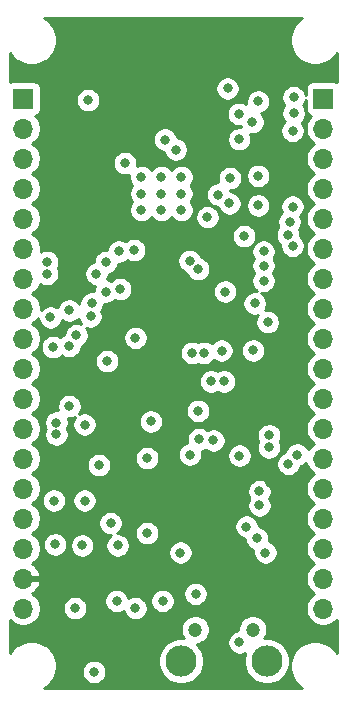
<source format=gbr>
%TF.GenerationSoftware,KiCad,Pcbnew,(5.1.7-0-10_14)*%
%TF.CreationDate,2020-11-01T22:18:58+09:00*%
%TF.ProjectId,esp32-dev,65737033-322d-4646-9576-2e6b69636164,rev?*%
%TF.SameCoordinates,Original*%
%TF.FileFunction,Copper,L3,Inr*%
%TF.FilePolarity,Positive*%
%FSLAX46Y46*%
G04 Gerber Fmt 4.6, Leading zero omitted, Abs format (unit mm)*
G04 Created by KiCad (PCBNEW (5.1.7-0-10_14)) date 2020-11-01 22:18:58*
%MOMM*%
%LPD*%
G01*
G04 APERTURE LIST*
%TA.AperFunction,ComponentPad*%
%ADD10C,1.200000*%
%TD*%
%TA.AperFunction,ComponentPad*%
%ADD11C,2.640000*%
%TD*%
%TA.AperFunction,ComponentPad*%
%ADD12O,1.700000X1.700000*%
%TD*%
%TA.AperFunction,ComponentPad*%
%ADD13R,1.700000X1.700000*%
%TD*%
%TA.AperFunction,ViaPad*%
%ADD14C,0.800000*%
%TD*%
%TA.AperFunction,Conductor*%
%ADD15C,0.254000*%
%TD*%
%TA.AperFunction,Conductor*%
%ADD16C,0.100000*%
%TD*%
G04 APERTURE END LIST*
D10*
%TO.N,N/C*%
%TO.C,J2*%
X135575000Y-114020000D03*
X140425000Y-114020000D03*
D11*
X134375000Y-116700000D03*
X141625000Y-116700000D03*
%TD*%
D12*
%TO.N,VBUS*%
%TO.C,J5*%
X121000000Y-112240000D03*
%TO.N,VDD*%
X121000000Y-109700000D03*
%TO.N,Net-(J5-Pad16)*%
X121000000Y-107160000D03*
%TO.N,GND*%
X121000000Y-104620000D03*
%TO.N,+BATT*%
X121000000Y-102080000D03*
%TO.N,EN*%
X121000000Y-99540000D03*
%TO.N,Net-(J5-Pad12)*%
X121000000Y-97000000D03*
%TO.N,Net-(J5-Pad11)*%
X121000000Y-94460000D03*
%TO.N,IO2*%
X121000000Y-91920000D03*
%TO.N,IO5*%
X121000000Y-89380000D03*
%TO.N,IO13*%
X121000000Y-86840000D03*
%TO.N,IO33*%
X121000000Y-84300000D03*
%TO.N,IO32*%
X121000000Y-81760000D03*
%TO.N,IO27*%
X121000000Y-79220000D03*
%TO.N,IO26_DAC2*%
X121000000Y-76680000D03*
%TO.N,IO25_DAC1*%
X121000000Y-74140000D03*
%TO.N,TXD0*%
X121000000Y-71600000D03*
D13*
%TO.N,RXD0*%
X121000000Y-69060000D03*
%TD*%
%TO.N,I36*%
%TO.C,J6*%
X146400000Y-69060000D03*
D12*
%TO.N,I39*%
X146400000Y-71600000D03*
%TO.N,I34*%
X146400000Y-74140000D03*
%TO.N,I35*%
X146400000Y-76680000D03*
%TO.N,IO15*%
X146400000Y-79220000D03*
%TO.N,Net-(J6-Pad6)*%
X146400000Y-81760000D03*
%TO.N,GPIO0*%
X146400000Y-84300000D03*
%TO.N,IO18*%
X146400000Y-86840000D03*
%TO.N,IO23*%
X146400000Y-89380000D03*
%TO.N,IO19*%
X146400000Y-91920000D03*
%TO.N,IO21*%
X146400000Y-94460000D03*
%TO.N,IO22*%
X146400000Y-97000000D03*
%TO.N,IO14*%
X146400000Y-99540000D03*
%TO.N,IO12*%
X146400000Y-102080000D03*
%TO.N,IO4*%
X146400000Y-104620000D03*
%TO.N,IO16*%
X146400000Y-107160000D03*
%TO.N,IO17*%
X146400000Y-109700000D03*
%TO.N,RESET*%
X146400000Y-112240000D03*
%TD*%
D14*
%TO.N,GND*%
X132700000Y-78500000D03*
X132700000Y-77100000D03*
X132700000Y-75700000D03*
X131000000Y-75700000D03*
X131000000Y-77100000D03*
X131000000Y-78500000D03*
X134400000Y-78500000D03*
X134400000Y-77100000D03*
X134400000Y-75700000D03*
X131800000Y-96400000D03*
X135100000Y-99200000D03*
X139300000Y-99300000D03*
X129000000Y-106900000D03*
X126000000Y-106900000D03*
X123700000Y-106800000D03*
X123600000Y-103100000D03*
X126200000Y-103100000D03*
X136300000Y-90600000D03*
X125500000Y-89100000D03*
X124900000Y-90000000D03*
X123500000Y-90100000D03*
X128000000Y-85400000D03*
X126500000Y-69200000D03*
X140900000Y-69300000D03*
X127000000Y-117600000D03*
X139300000Y-115100000D03*
X138000000Y-93000000D03*
X136900000Y-93000000D03*
X132800000Y-111600000D03*
X134300000Y-107500000D03*
X135600000Y-111000000D03*
X123800000Y-96500000D03*
X124900000Y-95100000D03*
%TO.N,I35*%
X123800000Y-97500000D03*
%TO.N,+BATT*%
X128400000Y-105000000D03*
X128900000Y-111600000D03*
%TO.N,VDD*%
X141900000Y-101600000D03*
X126500000Y-70500000D03*
%TO.N,Net-(C2-Pad1)*%
X131500000Y-105850000D03*
X131500000Y-99500000D03*
%TO.N,VDD*%
X123900000Y-70500000D03*
X127500000Y-89000000D03*
X130100000Y-93400000D03*
X141000000Y-94281998D03*
X136961108Y-105238892D03*
%TO.N,+BATT*%
X127400000Y-100100000D03*
%TO.N,RESET*%
X141700000Y-88000000D03*
X140600000Y-86400000D03*
X141800000Y-98600000D03*
%TO.N,VBUS*%
X130500000Y-112200000D03*
X125400000Y-112200000D03*
%TO.N,IO21*%
X140900000Y-75600000D03*
%TO.N,IO17*%
X141350000Y-82000000D03*
X144200000Y-99213680D03*
X141000000Y-103500000D03*
%TO.N,IO16*%
X141350000Y-83200000D03*
X143450000Y-100000000D03*
X141000000Y-102300000D03*
%TO.N,DTR*%
X140472295Y-90383365D03*
X137800000Y-90400000D03*
%TO.N,RTS*%
X141830331Y-97569669D03*
X139900000Y-105300000D03*
%TO.N,CH340GND*%
X135300000Y-90600000D03*
X135800000Y-95500000D03*
%TO.N,TXD0*%
X137100000Y-98000000D03*
X135800000Y-83500000D03*
X138462170Y-77937830D03*
X138500000Y-75800000D03*
%TO.N,RXD0*%
X139252831Y-70347169D03*
X139292169Y-72507831D03*
X135900000Y-97900000D03*
X135092892Y-82792892D03*
X137500000Y-77200000D03*
%TO.N,I35*%
X126197887Y-96669036D03*
X128099989Y-91300000D03*
X130500000Y-89324999D03*
X130400000Y-81900000D03*
X143800000Y-78200000D03*
X136600000Y-79100000D03*
%TO.N,I36*%
X138300000Y-68200000D03*
X133000000Y-72535000D03*
%TO.N,I39*%
X143900000Y-68950000D03*
X133912170Y-73387830D03*
%TO.N,I34*%
X143900000Y-70300000D03*
X129599998Y-74537829D03*
%TO.N,IO32*%
X123007168Y-82892832D03*
X128000000Y-82900000D03*
%TO.N,IO33*%
X123000000Y-83900000D03*
X127200000Y-83900000D03*
%TO.N,IO14*%
X126800000Y-86400000D03*
X140800000Y-106300000D03*
%TO.N,IO12*%
X126700000Y-87500000D03*
X141500000Y-107500000D03*
%TO.N,IO13*%
X124900000Y-87000000D03*
X129200000Y-85200000D03*
%TO.N,IO15*%
X138100000Y-85400000D03*
X143800002Y-81536331D03*
%TO.N,IO4*%
X141350000Y-84500000D03*
%TO.N,IO5*%
X123300000Y-87590000D03*
X129100000Y-82000000D03*
X139700000Y-80700000D03*
X143400000Y-80600000D03*
%TO.N,IO18*%
X143558955Y-79501707D03*
%TO.N,IO19*%
X140900000Y-78100000D03*
%TO.N,IO22*%
X143800000Y-71800000D03*
%TO.N,IO23*%
X140405375Y-71050000D03*
%TD*%
D15*
%TO.N,VDD*%
X144339017Y-62441637D02*
X144041637Y-62739017D01*
X143807988Y-63088698D01*
X143647047Y-63477244D01*
X143565000Y-63889721D01*
X143565000Y-64310279D01*
X143647047Y-64722756D01*
X143807988Y-65111302D01*
X144041637Y-65460983D01*
X144339017Y-65758363D01*
X144688698Y-65992012D01*
X145077244Y-66152953D01*
X145489721Y-66235000D01*
X145910279Y-66235000D01*
X146322756Y-66152953D01*
X146711302Y-65992012D01*
X147060983Y-65758363D01*
X147358363Y-65460983D01*
X147540001Y-65189142D01*
X147540001Y-67644990D01*
X147494180Y-67620498D01*
X147374482Y-67584188D01*
X147250000Y-67571928D01*
X145550000Y-67571928D01*
X145425518Y-67584188D01*
X145305820Y-67620498D01*
X145195506Y-67679463D01*
X145098815Y-67758815D01*
X145019463Y-67855506D01*
X144960498Y-67965820D01*
X144924188Y-68085518D01*
X144911928Y-68210000D01*
X144911928Y-68732069D01*
X144895226Y-68648102D01*
X144817205Y-68459744D01*
X144703937Y-68290226D01*
X144559774Y-68146063D01*
X144390256Y-68032795D01*
X144201898Y-67954774D01*
X144001939Y-67915000D01*
X143798061Y-67915000D01*
X143598102Y-67954774D01*
X143409744Y-68032795D01*
X143240226Y-68146063D01*
X143096063Y-68290226D01*
X142982795Y-68459744D01*
X142904774Y-68648102D01*
X142865000Y-68848061D01*
X142865000Y-69051939D01*
X142904774Y-69251898D01*
X142982795Y-69440256D01*
X143096063Y-69609774D01*
X143111289Y-69625000D01*
X143096063Y-69640226D01*
X142982795Y-69809744D01*
X142904774Y-69998102D01*
X142865000Y-70198061D01*
X142865000Y-70401939D01*
X142904774Y-70601898D01*
X142982795Y-70790256D01*
X143096063Y-70959774D01*
X143136289Y-71000000D01*
X142996063Y-71140226D01*
X142882795Y-71309744D01*
X142804774Y-71498102D01*
X142765000Y-71698061D01*
X142765000Y-71901939D01*
X142804774Y-72101898D01*
X142882795Y-72290256D01*
X142996063Y-72459774D01*
X143140226Y-72603937D01*
X143309744Y-72717205D01*
X143498102Y-72795226D01*
X143698061Y-72835000D01*
X143901939Y-72835000D01*
X144101898Y-72795226D01*
X144290256Y-72717205D01*
X144459774Y-72603937D01*
X144603937Y-72459774D01*
X144717205Y-72290256D01*
X144795226Y-72101898D01*
X144835000Y-71901939D01*
X144835000Y-71698061D01*
X144795226Y-71498102D01*
X144717205Y-71309744D01*
X144603937Y-71140226D01*
X144563711Y-71100000D01*
X144703937Y-70959774D01*
X144817205Y-70790256D01*
X144895226Y-70601898D01*
X144935000Y-70401939D01*
X144935000Y-70198061D01*
X144895226Y-69998102D01*
X144817205Y-69809744D01*
X144703937Y-69640226D01*
X144688711Y-69625000D01*
X144703937Y-69609774D01*
X144817205Y-69440256D01*
X144895226Y-69251898D01*
X144911928Y-69167931D01*
X144911928Y-69910000D01*
X144924188Y-70034482D01*
X144960498Y-70154180D01*
X145019463Y-70264494D01*
X145098815Y-70361185D01*
X145195506Y-70440537D01*
X145305820Y-70499502D01*
X145378380Y-70521513D01*
X145246525Y-70653368D01*
X145084010Y-70896589D01*
X144972068Y-71166842D01*
X144915000Y-71453740D01*
X144915000Y-71746260D01*
X144972068Y-72033158D01*
X145084010Y-72303411D01*
X145246525Y-72546632D01*
X145453368Y-72753475D01*
X145627760Y-72870000D01*
X145453368Y-72986525D01*
X145246525Y-73193368D01*
X145084010Y-73436589D01*
X144972068Y-73706842D01*
X144915000Y-73993740D01*
X144915000Y-74286260D01*
X144972068Y-74573158D01*
X145084010Y-74843411D01*
X145246525Y-75086632D01*
X145453368Y-75293475D01*
X145627760Y-75410000D01*
X145453368Y-75526525D01*
X145246525Y-75733368D01*
X145084010Y-75976589D01*
X144972068Y-76246842D01*
X144915000Y-76533740D01*
X144915000Y-76826260D01*
X144972068Y-77113158D01*
X145084010Y-77383411D01*
X145246525Y-77626632D01*
X145453368Y-77833475D01*
X145627760Y-77950000D01*
X145453368Y-78066525D01*
X145246525Y-78273368D01*
X145084010Y-78516589D01*
X144972068Y-78786842D01*
X144915000Y-79073740D01*
X144915000Y-79366260D01*
X144972068Y-79653158D01*
X145084010Y-79923411D01*
X145246525Y-80166632D01*
X145453368Y-80373475D01*
X145627760Y-80490000D01*
X145453368Y-80606525D01*
X145246525Y-80813368D01*
X145084010Y-81056589D01*
X144972068Y-81326842D01*
X144915000Y-81613740D01*
X144915000Y-81906260D01*
X144972068Y-82193158D01*
X145084010Y-82463411D01*
X145246525Y-82706632D01*
X145453368Y-82913475D01*
X145627760Y-83030000D01*
X145453368Y-83146525D01*
X145246525Y-83353368D01*
X145084010Y-83596589D01*
X144972068Y-83866842D01*
X144915000Y-84153740D01*
X144915000Y-84446260D01*
X144972068Y-84733158D01*
X145084010Y-85003411D01*
X145246525Y-85246632D01*
X145453368Y-85453475D01*
X145627760Y-85570000D01*
X145453368Y-85686525D01*
X145246525Y-85893368D01*
X145084010Y-86136589D01*
X144972068Y-86406842D01*
X144915000Y-86693740D01*
X144915000Y-86986260D01*
X144972068Y-87273158D01*
X145084010Y-87543411D01*
X145246525Y-87786632D01*
X145453368Y-87993475D01*
X145627760Y-88110000D01*
X145453368Y-88226525D01*
X145246525Y-88433368D01*
X145084010Y-88676589D01*
X144972068Y-88946842D01*
X144915000Y-89233740D01*
X144915000Y-89526260D01*
X144972068Y-89813158D01*
X145084010Y-90083411D01*
X145246525Y-90326632D01*
X145453368Y-90533475D01*
X145627760Y-90650000D01*
X145453368Y-90766525D01*
X145246525Y-90973368D01*
X145084010Y-91216589D01*
X144972068Y-91486842D01*
X144915000Y-91773740D01*
X144915000Y-92066260D01*
X144972068Y-92353158D01*
X145084010Y-92623411D01*
X145246525Y-92866632D01*
X145453368Y-93073475D01*
X145627760Y-93190000D01*
X145453368Y-93306525D01*
X145246525Y-93513368D01*
X145084010Y-93756589D01*
X144972068Y-94026842D01*
X144915000Y-94313740D01*
X144915000Y-94606260D01*
X144972068Y-94893158D01*
X145084010Y-95163411D01*
X145246525Y-95406632D01*
X145453368Y-95613475D01*
X145627760Y-95730000D01*
X145453368Y-95846525D01*
X145246525Y-96053368D01*
X145084010Y-96296589D01*
X144972068Y-96566842D01*
X144915000Y-96853740D01*
X144915000Y-97146260D01*
X144972068Y-97433158D01*
X145084010Y-97703411D01*
X145246525Y-97946632D01*
X145453368Y-98153475D01*
X145627760Y-98270000D01*
X145453368Y-98386525D01*
X145246525Y-98593368D01*
X145133438Y-98762614D01*
X145117205Y-98723424D01*
X145003937Y-98553906D01*
X144859774Y-98409743D01*
X144690256Y-98296475D01*
X144501898Y-98218454D01*
X144301939Y-98178680D01*
X144098061Y-98178680D01*
X143898102Y-98218454D01*
X143709744Y-98296475D01*
X143540226Y-98409743D01*
X143396063Y-98553906D01*
X143282795Y-98723424D01*
X143204774Y-98911782D01*
X143187850Y-98996868D01*
X143148102Y-99004774D01*
X142959744Y-99082795D01*
X142790226Y-99196063D01*
X142646063Y-99340226D01*
X142532795Y-99509744D01*
X142454774Y-99698102D01*
X142415000Y-99898061D01*
X142415000Y-100101939D01*
X142454774Y-100301898D01*
X142532795Y-100490256D01*
X142646063Y-100659774D01*
X142790226Y-100803937D01*
X142959744Y-100917205D01*
X143148102Y-100995226D01*
X143348061Y-101035000D01*
X143551939Y-101035000D01*
X143751898Y-100995226D01*
X143940256Y-100917205D01*
X144109774Y-100803937D01*
X144253937Y-100659774D01*
X144367205Y-100490256D01*
X144445226Y-100301898D01*
X144462150Y-100216812D01*
X144501898Y-100208906D01*
X144690256Y-100130885D01*
X144859774Y-100017617D01*
X144960813Y-99916578D01*
X144972068Y-99973158D01*
X145084010Y-100243411D01*
X145246525Y-100486632D01*
X145453368Y-100693475D01*
X145627760Y-100810000D01*
X145453368Y-100926525D01*
X145246525Y-101133368D01*
X145084010Y-101376589D01*
X144972068Y-101646842D01*
X144915000Y-101933740D01*
X144915000Y-102226260D01*
X144972068Y-102513158D01*
X145084010Y-102783411D01*
X145246525Y-103026632D01*
X145453368Y-103233475D01*
X145627760Y-103350000D01*
X145453368Y-103466525D01*
X145246525Y-103673368D01*
X145084010Y-103916589D01*
X144972068Y-104186842D01*
X144915000Y-104473740D01*
X144915000Y-104766260D01*
X144972068Y-105053158D01*
X145084010Y-105323411D01*
X145246525Y-105566632D01*
X145453368Y-105773475D01*
X145627760Y-105890000D01*
X145453368Y-106006525D01*
X145246525Y-106213368D01*
X145084010Y-106456589D01*
X144972068Y-106726842D01*
X144915000Y-107013740D01*
X144915000Y-107306260D01*
X144972068Y-107593158D01*
X145084010Y-107863411D01*
X145246525Y-108106632D01*
X145453368Y-108313475D01*
X145627760Y-108430000D01*
X145453368Y-108546525D01*
X145246525Y-108753368D01*
X145084010Y-108996589D01*
X144972068Y-109266842D01*
X144915000Y-109553740D01*
X144915000Y-109846260D01*
X144972068Y-110133158D01*
X145084010Y-110403411D01*
X145246525Y-110646632D01*
X145453368Y-110853475D01*
X145627760Y-110970000D01*
X145453368Y-111086525D01*
X145246525Y-111293368D01*
X145084010Y-111536589D01*
X144972068Y-111806842D01*
X144915000Y-112093740D01*
X144915000Y-112386260D01*
X144972068Y-112673158D01*
X145084010Y-112943411D01*
X145246525Y-113186632D01*
X145453368Y-113393475D01*
X145696589Y-113555990D01*
X145966842Y-113667932D01*
X146253740Y-113725000D01*
X146546260Y-113725000D01*
X146833158Y-113667932D01*
X147103411Y-113555990D01*
X147346632Y-113393475D01*
X147540000Y-113200107D01*
X147540000Y-116010856D01*
X147358363Y-115739017D01*
X147060983Y-115441637D01*
X146711302Y-115207988D01*
X146322756Y-115047047D01*
X145910279Y-114965000D01*
X145489721Y-114965000D01*
X145077244Y-115047047D01*
X144688698Y-115207988D01*
X144339017Y-115441637D01*
X144041637Y-115739017D01*
X143807988Y-116088698D01*
X143647047Y-116477244D01*
X143580000Y-116814311D01*
X143580000Y-116507449D01*
X143504870Y-116129748D01*
X143357498Y-115773960D01*
X143143547Y-115453760D01*
X142871240Y-115181453D01*
X142551040Y-114967502D01*
X142195252Y-114820130D01*
X141817551Y-114745000D01*
X141432449Y-114745000D01*
X141424888Y-114746504D01*
X141519443Y-114604992D01*
X141612540Y-114380236D01*
X141660000Y-114141637D01*
X141660000Y-113898363D01*
X141612540Y-113659764D01*
X141519443Y-113435008D01*
X141384287Y-113232733D01*
X141212267Y-113060713D01*
X141009992Y-112925557D01*
X140785236Y-112832460D01*
X140546637Y-112785000D01*
X140303363Y-112785000D01*
X140064764Y-112832460D01*
X139840008Y-112925557D01*
X139637733Y-113060713D01*
X139465713Y-113232733D01*
X139330557Y-113435008D01*
X139237460Y-113659764D01*
X139190000Y-113898363D01*
X139190000Y-114066603D01*
X138998102Y-114104774D01*
X138809744Y-114182795D01*
X138640226Y-114296063D01*
X138496063Y-114440226D01*
X138382795Y-114609744D01*
X138304774Y-114798102D01*
X138265000Y-114998061D01*
X138265000Y-115201939D01*
X138304774Y-115401898D01*
X138382795Y-115590256D01*
X138496063Y-115759774D01*
X138640226Y-115903937D01*
X138809744Y-116017205D01*
X138998102Y-116095226D01*
X139198061Y-116135000D01*
X139401939Y-116135000D01*
X139601898Y-116095226D01*
X139790256Y-116017205D01*
X139792317Y-116015828D01*
X139745130Y-116129748D01*
X139670000Y-116507449D01*
X139670000Y-116892551D01*
X139745130Y-117270252D01*
X139892502Y-117626040D01*
X140106453Y-117946240D01*
X140378760Y-118218547D01*
X140698960Y-118432498D01*
X141054748Y-118579870D01*
X141432449Y-118655000D01*
X141817551Y-118655000D01*
X142195252Y-118579870D01*
X142551040Y-118432498D01*
X142871240Y-118218547D01*
X143143547Y-117946240D01*
X143357498Y-117626040D01*
X143504870Y-117270252D01*
X143565000Y-116967960D01*
X143565000Y-117310279D01*
X143647047Y-117722756D01*
X143807988Y-118111302D01*
X144041637Y-118460983D01*
X144339017Y-118758363D01*
X144610856Y-118940000D01*
X122789144Y-118940000D01*
X123060983Y-118758363D01*
X123358363Y-118460983D01*
X123592012Y-118111302D01*
X123752953Y-117722756D01*
X123797647Y-117498061D01*
X125965000Y-117498061D01*
X125965000Y-117701939D01*
X126004774Y-117901898D01*
X126082795Y-118090256D01*
X126196063Y-118259774D01*
X126340226Y-118403937D01*
X126509744Y-118517205D01*
X126698102Y-118595226D01*
X126898061Y-118635000D01*
X127101939Y-118635000D01*
X127301898Y-118595226D01*
X127490256Y-118517205D01*
X127659774Y-118403937D01*
X127803937Y-118259774D01*
X127917205Y-118090256D01*
X127995226Y-117901898D01*
X128035000Y-117701939D01*
X128035000Y-117498061D01*
X127995226Y-117298102D01*
X127917205Y-117109744D01*
X127803937Y-116940226D01*
X127659774Y-116796063D01*
X127490256Y-116682795D01*
X127301898Y-116604774D01*
X127101939Y-116565000D01*
X126898061Y-116565000D01*
X126698102Y-116604774D01*
X126509744Y-116682795D01*
X126340226Y-116796063D01*
X126196063Y-116940226D01*
X126082795Y-117109744D01*
X126004774Y-117298102D01*
X125965000Y-117498061D01*
X123797647Y-117498061D01*
X123835000Y-117310279D01*
X123835000Y-116889721D01*
X123758962Y-116507449D01*
X132420000Y-116507449D01*
X132420000Y-116892551D01*
X132495130Y-117270252D01*
X132642502Y-117626040D01*
X132856453Y-117946240D01*
X133128760Y-118218547D01*
X133448960Y-118432498D01*
X133804748Y-118579870D01*
X134182449Y-118655000D01*
X134567551Y-118655000D01*
X134945252Y-118579870D01*
X135301040Y-118432498D01*
X135621240Y-118218547D01*
X135893547Y-117946240D01*
X136107498Y-117626040D01*
X136254870Y-117270252D01*
X136330000Y-116892551D01*
X136330000Y-116507449D01*
X136254870Y-116129748D01*
X136107498Y-115773960D01*
X135893547Y-115453760D01*
X135694787Y-115255000D01*
X135696637Y-115255000D01*
X135935236Y-115207540D01*
X136159992Y-115114443D01*
X136362267Y-114979287D01*
X136534287Y-114807267D01*
X136669443Y-114604992D01*
X136762540Y-114380236D01*
X136810000Y-114141637D01*
X136810000Y-113898363D01*
X136762540Y-113659764D01*
X136669443Y-113435008D01*
X136534287Y-113232733D01*
X136362267Y-113060713D01*
X136159992Y-112925557D01*
X135935236Y-112832460D01*
X135696637Y-112785000D01*
X135453363Y-112785000D01*
X135214764Y-112832460D01*
X134990008Y-112925557D01*
X134787733Y-113060713D01*
X134615713Y-113232733D01*
X134480557Y-113435008D01*
X134387460Y-113659764D01*
X134340000Y-113898363D01*
X134340000Y-114141637D01*
X134387460Y-114380236D01*
X134480557Y-114604992D01*
X134575112Y-114746504D01*
X134567551Y-114745000D01*
X134182449Y-114745000D01*
X133804748Y-114820130D01*
X133448960Y-114967502D01*
X133128760Y-115181453D01*
X132856453Y-115453760D01*
X132642502Y-115773960D01*
X132495130Y-116129748D01*
X132420000Y-116507449D01*
X123758962Y-116507449D01*
X123752953Y-116477244D01*
X123592012Y-116088698D01*
X123358363Y-115739017D01*
X123060983Y-115441637D01*
X122711302Y-115207988D01*
X122322756Y-115047047D01*
X121910279Y-114965000D01*
X121489721Y-114965000D01*
X121077244Y-115047047D01*
X120688698Y-115207988D01*
X120339017Y-115441637D01*
X120041637Y-115739017D01*
X119860000Y-116010856D01*
X119860000Y-113200107D01*
X120053368Y-113393475D01*
X120296589Y-113555990D01*
X120566842Y-113667932D01*
X120853740Y-113725000D01*
X121146260Y-113725000D01*
X121433158Y-113667932D01*
X121703411Y-113555990D01*
X121946632Y-113393475D01*
X122153475Y-113186632D01*
X122315990Y-112943411D01*
X122427932Y-112673158D01*
X122485000Y-112386260D01*
X122485000Y-112098061D01*
X124365000Y-112098061D01*
X124365000Y-112301939D01*
X124404774Y-112501898D01*
X124482795Y-112690256D01*
X124596063Y-112859774D01*
X124740226Y-113003937D01*
X124909744Y-113117205D01*
X125098102Y-113195226D01*
X125298061Y-113235000D01*
X125501939Y-113235000D01*
X125701898Y-113195226D01*
X125890256Y-113117205D01*
X126059774Y-113003937D01*
X126203937Y-112859774D01*
X126317205Y-112690256D01*
X126395226Y-112501898D01*
X126435000Y-112301939D01*
X126435000Y-112098061D01*
X126395226Y-111898102D01*
X126317205Y-111709744D01*
X126203937Y-111540226D01*
X126161772Y-111498061D01*
X127865000Y-111498061D01*
X127865000Y-111701939D01*
X127904774Y-111901898D01*
X127982795Y-112090256D01*
X128096063Y-112259774D01*
X128240226Y-112403937D01*
X128409744Y-112517205D01*
X128598102Y-112595226D01*
X128798061Y-112635000D01*
X129001939Y-112635000D01*
X129201898Y-112595226D01*
X129390256Y-112517205D01*
X129494027Y-112447868D01*
X129504774Y-112501898D01*
X129582795Y-112690256D01*
X129696063Y-112859774D01*
X129840226Y-113003937D01*
X130009744Y-113117205D01*
X130198102Y-113195226D01*
X130398061Y-113235000D01*
X130601939Y-113235000D01*
X130801898Y-113195226D01*
X130990256Y-113117205D01*
X131159774Y-113003937D01*
X131303937Y-112859774D01*
X131417205Y-112690256D01*
X131495226Y-112501898D01*
X131535000Y-112301939D01*
X131535000Y-112098061D01*
X131495226Y-111898102D01*
X131417205Y-111709744D01*
X131303937Y-111540226D01*
X131261772Y-111498061D01*
X131765000Y-111498061D01*
X131765000Y-111701939D01*
X131804774Y-111901898D01*
X131882795Y-112090256D01*
X131996063Y-112259774D01*
X132140226Y-112403937D01*
X132309744Y-112517205D01*
X132498102Y-112595226D01*
X132698061Y-112635000D01*
X132901939Y-112635000D01*
X133101898Y-112595226D01*
X133290256Y-112517205D01*
X133459774Y-112403937D01*
X133603937Y-112259774D01*
X133717205Y-112090256D01*
X133795226Y-111901898D01*
X133835000Y-111701939D01*
X133835000Y-111498061D01*
X133795226Y-111298102D01*
X133717205Y-111109744D01*
X133603937Y-110940226D01*
X133561772Y-110898061D01*
X134565000Y-110898061D01*
X134565000Y-111101939D01*
X134604774Y-111301898D01*
X134682795Y-111490256D01*
X134796063Y-111659774D01*
X134940226Y-111803937D01*
X135109744Y-111917205D01*
X135298102Y-111995226D01*
X135498061Y-112035000D01*
X135701939Y-112035000D01*
X135901898Y-111995226D01*
X136090256Y-111917205D01*
X136259774Y-111803937D01*
X136403937Y-111659774D01*
X136517205Y-111490256D01*
X136595226Y-111301898D01*
X136635000Y-111101939D01*
X136635000Y-110898061D01*
X136595226Y-110698102D01*
X136517205Y-110509744D01*
X136403937Y-110340226D01*
X136259774Y-110196063D01*
X136090256Y-110082795D01*
X135901898Y-110004774D01*
X135701939Y-109965000D01*
X135498061Y-109965000D01*
X135298102Y-110004774D01*
X135109744Y-110082795D01*
X134940226Y-110196063D01*
X134796063Y-110340226D01*
X134682795Y-110509744D01*
X134604774Y-110698102D01*
X134565000Y-110898061D01*
X133561772Y-110898061D01*
X133459774Y-110796063D01*
X133290256Y-110682795D01*
X133101898Y-110604774D01*
X132901939Y-110565000D01*
X132698061Y-110565000D01*
X132498102Y-110604774D01*
X132309744Y-110682795D01*
X132140226Y-110796063D01*
X131996063Y-110940226D01*
X131882795Y-111109744D01*
X131804774Y-111298102D01*
X131765000Y-111498061D01*
X131261772Y-111498061D01*
X131159774Y-111396063D01*
X130990256Y-111282795D01*
X130801898Y-111204774D01*
X130601939Y-111165000D01*
X130398061Y-111165000D01*
X130198102Y-111204774D01*
X130009744Y-111282795D01*
X129905973Y-111352132D01*
X129895226Y-111298102D01*
X129817205Y-111109744D01*
X129703937Y-110940226D01*
X129559774Y-110796063D01*
X129390256Y-110682795D01*
X129201898Y-110604774D01*
X129001939Y-110565000D01*
X128798061Y-110565000D01*
X128598102Y-110604774D01*
X128409744Y-110682795D01*
X128240226Y-110796063D01*
X128096063Y-110940226D01*
X127982795Y-111109744D01*
X127904774Y-111298102D01*
X127865000Y-111498061D01*
X126161772Y-111498061D01*
X126059774Y-111396063D01*
X125890256Y-111282795D01*
X125701898Y-111204774D01*
X125501939Y-111165000D01*
X125298061Y-111165000D01*
X125098102Y-111204774D01*
X124909744Y-111282795D01*
X124740226Y-111396063D01*
X124596063Y-111540226D01*
X124482795Y-111709744D01*
X124404774Y-111898102D01*
X124365000Y-112098061D01*
X122485000Y-112098061D01*
X122485000Y-112093740D01*
X122427932Y-111806842D01*
X122315990Y-111536589D01*
X122153475Y-111293368D01*
X121946632Y-111086525D01*
X121764466Y-110964805D01*
X121881355Y-110895178D01*
X122097588Y-110700269D01*
X122271641Y-110466920D01*
X122396825Y-110204099D01*
X122441476Y-110056890D01*
X122320155Y-109827000D01*
X121127000Y-109827000D01*
X121127000Y-109847000D01*
X120873000Y-109847000D01*
X120873000Y-109827000D01*
X120853000Y-109827000D01*
X120853000Y-109573000D01*
X120873000Y-109573000D01*
X120873000Y-109553000D01*
X121127000Y-109553000D01*
X121127000Y-109573000D01*
X122320155Y-109573000D01*
X122441476Y-109343110D01*
X122396825Y-109195901D01*
X122271641Y-108933080D01*
X122097588Y-108699731D01*
X121881355Y-108504822D01*
X121764466Y-108435195D01*
X121946632Y-108313475D01*
X122153475Y-108106632D01*
X122315990Y-107863411D01*
X122427932Y-107593158D01*
X122485000Y-107306260D01*
X122485000Y-107013740D01*
X122427932Y-106726842D01*
X122416011Y-106698061D01*
X122665000Y-106698061D01*
X122665000Y-106901939D01*
X122704774Y-107101898D01*
X122782795Y-107290256D01*
X122896063Y-107459774D01*
X123040226Y-107603937D01*
X123209744Y-107717205D01*
X123398102Y-107795226D01*
X123598061Y-107835000D01*
X123801939Y-107835000D01*
X124001898Y-107795226D01*
X124190256Y-107717205D01*
X124359774Y-107603937D01*
X124503937Y-107459774D01*
X124617205Y-107290256D01*
X124695226Y-107101898D01*
X124735000Y-106901939D01*
X124735000Y-106798061D01*
X124965000Y-106798061D01*
X124965000Y-107001939D01*
X125004774Y-107201898D01*
X125082795Y-107390256D01*
X125196063Y-107559774D01*
X125340226Y-107703937D01*
X125509744Y-107817205D01*
X125698102Y-107895226D01*
X125898061Y-107935000D01*
X126101939Y-107935000D01*
X126301898Y-107895226D01*
X126490256Y-107817205D01*
X126659774Y-107703937D01*
X126803937Y-107559774D01*
X126917205Y-107390256D01*
X126995226Y-107201898D01*
X127035000Y-107001939D01*
X127035000Y-106798061D01*
X126995226Y-106598102D01*
X126917205Y-106409744D01*
X126803937Y-106240226D01*
X126659774Y-106096063D01*
X126490256Y-105982795D01*
X126301898Y-105904774D01*
X126101939Y-105865000D01*
X125898061Y-105865000D01*
X125698102Y-105904774D01*
X125509744Y-105982795D01*
X125340226Y-106096063D01*
X125196063Y-106240226D01*
X125082795Y-106409744D01*
X125004774Y-106598102D01*
X124965000Y-106798061D01*
X124735000Y-106798061D01*
X124735000Y-106698061D01*
X124695226Y-106498102D01*
X124617205Y-106309744D01*
X124503937Y-106140226D01*
X124359774Y-105996063D01*
X124190256Y-105882795D01*
X124001898Y-105804774D01*
X123801939Y-105765000D01*
X123598061Y-105765000D01*
X123398102Y-105804774D01*
X123209744Y-105882795D01*
X123040226Y-105996063D01*
X122896063Y-106140226D01*
X122782795Y-106309744D01*
X122704774Y-106498102D01*
X122665000Y-106698061D01*
X122416011Y-106698061D01*
X122315990Y-106456589D01*
X122153475Y-106213368D01*
X121946632Y-106006525D01*
X121772240Y-105890000D01*
X121946632Y-105773475D01*
X122153475Y-105566632D01*
X122315990Y-105323411D01*
X122427932Y-105053158D01*
X122458782Y-104898061D01*
X127365000Y-104898061D01*
X127365000Y-105101939D01*
X127404774Y-105301898D01*
X127482795Y-105490256D01*
X127596063Y-105659774D01*
X127740226Y-105803937D01*
X127909744Y-105917205D01*
X128098102Y-105995226D01*
X128298061Y-106035000D01*
X128431613Y-106035000D01*
X128340226Y-106096063D01*
X128196063Y-106240226D01*
X128082795Y-106409744D01*
X128004774Y-106598102D01*
X127965000Y-106798061D01*
X127965000Y-107001939D01*
X128004774Y-107201898D01*
X128082795Y-107390256D01*
X128196063Y-107559774D01*
X128340226Y-107703937D01*
X128509744Y-107817205D01*
X128698102Y-107895226D01*
X128898061Y-107935000D01*
X129101939Y-107935000D01*
X129301898Y-107895226D01*
X129490256Y-107817205D01*
X129659774Y-107703937D01*
X129803937Y-107559774D01*
X129911989Y-107398061D01*
X133265000Y-107398061D01*
X133265000Y-107601939D01*
X133304774Y-107801898D01*
X133382795Y-107990256D01*
X133496063Y-108159774D01*
X133640226Y-108303937D01*
X133809744Y-108417205D01*
X133998102Y-108495226D01*
X134198061Y-108535000D01*
X134401939Y-108535000D01*
X134601898Y-108495226D01*
X134790256Y-108417205D01*
X134959774Y-108303937D01*
X135103937Y-108159774D01*
X135217205Y-107990256D01*
X135295226Y-107801898D01*
X135335000Y-107601939D01*
X135335000Y-107398061D01*
X135295226Y-107198102D01*
X135217205Y-107009744D01*
X135103937Y-106840226D01*
X134959774Y-106696063D01*
X134790256Y-106582795D01*
X134601898Y-106504774D01*
X134401939Y-106465000D01*
X134198061Y-106465000D01*
X133998102Y-106504774D01*
X133809744Y-106582795D01*
X133640226Y-106696063D01*
X133496063Y-106840226D01*
X133382795Y-107009744D01*
X133304774Y-107198102D01*
X133265000Y-107398061D01*
X129911989Y-107398061D01*
X129917205Y-107390256D01*
X129995226Y-107201898D01*
X130035000Y-107001939D01*
X130035000Y-106798061D01*
X129995226Y-106598102D01*
X129917205Y-106409744D01*
X129803937Y-106240226D01*
X129659774Y-106096063D01*
X129490256Y-105982795D01*
X129301898Y-105904774D01*
X129101939Y-105865000D01*
X128968387Y-105865000D01*
X129059774Y-105803937D01*
X129115650Y-105748061D01*
X130465000Y-105748061D01*
X130465000Y-105951939D01*
X130504774Y-106151898D01*
X130582795Y-106340256D01*
X130696063Y-106509774D01*
X130840226Y-106653937D01*
X131009744Y-106767205D01*
X131198102Y-106845226D01*
X131398061Y-106885000D01*
X131601939Y-106885000D01*
X131801898Y-106845226D01*
X131990256Y-106767205D01*
X132159774Y-106653937D01*
X132303937Y-106509774D01*
X132417205Y-106340256D01*
X132495226Y-106151898D01*
X132535000Y-105951939D01*
X132535000Y-105748061D01*
X132495226Y-105548102D01*
X132417205Y-105359744D01*
X132309173Y-105198061D01*
X138865000Y-105198061D01*
X138865000Y-105401939D01*
X138904774Y-105601898D01*
X138982795Y-105790256D01*
X139096063Y-105959774D01*
X139240226Y-106103937D01*
X139409744Y-106217205D01*
X139598102Y-106295226D01*
X139765000Y-106328424D01*
X139765000Y-106401939D01*
X139804774Y-106601898D01*
X139882795Y-106790256D01*
X139996063Y-106959774D01*
X140140226Y-107103937D01*
X140309744Y-107217205D01*
X140486418Y-107290386D01*
X140465000Y-107398061D01*
X140465000Y-107601939D01*
X140504774Y-107801898D01*
X140582795Y-107990256D01*
X140696063Y-108159774D01*
X140840226Y-108303937D01*
X141009744Y-108417205D01*
X141198102Y-108495226D01*
X141398061Y-108535000D01*
X141601939Y-108535000D01*
X141801898Y-108495226D01*
X141990256Y-108417205D01*
X142159774Y-108303937D01*
X142303937Y-108159774D01*
X142417205Y-107990256D01*
X142495226Y-107801898D01*
X142535000Y-107601939D01*
X142535000Y-107398061D01*
X142495226Y-107198102D01*
X142417205Y-107009744D01*
X142303937Y-106840226D01*
X142159774Y-106696063D01*
X141990256Y-106582795D01*
X141813582Y-106509614D01*
X141835000Y-106401939D01*
X141835000Y-106198061D01*
X141795226Y-105998102D01*
X141717205Y-105809744D01*
X141603937Y-105640226D01*
X141459774Y-105496063D01*
X141290256Y-105382795D01*
X141101898Y-105304774D01*
X140935000Y-105271576D01*
X140935000Y-105198061D01*
X140895226Y-104998102D01*
X140817205Y-104809744D01*
X140703937Y-104640226D01*
X140559774Y-104496063D01*
X140390256Y-104382795D01*
X140201898Y-104304774D01*
X140001939Y-104265000D01*
X139798061Y-104265000D01*
X139598102Y-104304774D01*
X139409744Y-104382795D01*
X139240226Y-104496063D01*
X139096063Y-104640226D01*
X138982795Y-104809744D01*
X138904774Y-104998102D01*
X138865000Y-105198061D01*
X132309173Y-105198061D01*
X132303937Y-105190226D01*
X132159774Y-105046063D01*
X131990256Y-104932795D01*
X131801898Y-104854774D01*
X131601939Y-104815000D01*
X131398061Y-104815000D01*
X131198102Y-104854774D01*
X131009744Y-104932795D01*
X130840226Y-105046063D01*
X130696063Y-105190226D01*
X130582795Y-105359744D01*
X130504774Y-105548102D01*
X130465000Y-105748061D01*
X129115650Y-105748061D01*
X129203937Y-105659774D01*
X129317205Y-105490256D01*
X129395226Y-105301898D01*
X129435000Y-105101939D01*
X129435000Y-104898061D01*
X129395226Y-104698102D01*
X129317205Y-104509744D01*
X129203937Y-104340226D01*
X129059774Y-104196063D01*
X128890256Y-104082795D01*
X128701898Y-104004774D01*
X128501939Y-103965000D01*
X128298061Y-103965000D01*
X128098102Y-104004774D01*
X127909744Y-104082795D01*
X127740226Y-104196063D01*
X127596063Y-104340226D01*
X127482795Y-104509744D01*
X127404774Y-104698102D01*
X127365000Y-104898061D01*
X122458782Y-104898061D01*
X122485000Y-104766260D01*
X122485000Y-104473740D01*
X122427932Y-104186842D01*
X122315990Y-103916589D01*
X122153475Y-103673368D01*
X121946632Y-103466525D01*
X121772240Y-103350000D01*
X121946632Y-103233475D01*
X122153475Y-103026632D01*
X122172565Y-102998061D01*
X122565000Y-102998061D01*
X122565000Y-103201939D01*
X122604774Y-103401898D01*
X122682795Y-103590256D01*
X122796063Y-103759774D01*
X122940226Y-103903937D01*
X123109744Y-104017205D01*
X123298102Y-104095226D01*
X123498061Y-104135000D01*
X123701939Y-104135000D01*
X123901898Y-104095226D01*
X124090256Y-104017205D01*
X124259774Y-103903937D01*
X124403937Y-103759774D01*
X124517205Y-103590256D01*
X124595226Y-103401898D01*
X124635000Y-103201939D01*
X124635000Y-102998061D01*
X125165000Y-102998061D01*
X125165000Y-103201939D01*
X125204774Y-103401898D01*
X125282795Y-103590256D01*
X125396063Y-103759774D01*
X125540226Y-103903937D01*
X125709744Y-104017205D01*
X125898102Y-104095226D01*
X126098061Y-104135000D01*
X126301939Y-104135000D01*
X126501898Y-104095226D01*
X126690256Y-104017205D01*
X126859774Y-103903937D01*
X127003937Y-103759774D01*
X127117205Y-103590256D01*
X127195226Y-103401898D01*
X127235000Y-103201939D01*
X127235000Y-102998061D01*
X127195226Y-102798102D01*
X127117205Y-102609744D01*
X127003937Y-102440226D01*
X126859774Y-102296063D01*
X126713104Y-102198061D01*
X139965000Y-102198061D01*
X139965000Y-102401939D01*
X140004774Y-102601898D01*
X140082795Y-102790256D01*
X140156123Y-102900000D01*
X140082795Y-103009744D01*
X140004774Y-103198102D01*
X139965000Y-103398061D01*
X139965000Y-103601939D01*
X140004774Y-103801898D01*
X140082795Y-103990256D01*
X140196063Y-104159774D01*
X140340226Y-104303937D01*
X140509744Y-104417205D01*
X140698102Y-104495226D01*
X140898061Y-104535000D01*
X141101939Y-104535000D01*
X141301898Y-104495226D01*
X141490256Y-104417205D01*
X141659774Y-104303937D01*
X141803937Y-104159774D01*
X141917205Y-103990256D01*
X141995226Y-103801898D01*
X142035000Y-103601939D01*
X142035000Y-103398061D01*
X141995226Y-103198102D01*
X141917205Y-103009744D01*
X141843877Y-102900000D01*
X141917205Y-102790256D01*
X141995226Y-102601898D01*
X142035000Y-102401939D01*
X142035000Y-102198061D01*
X141995226Y-101998102D01*
X141917205Y-101809744D01*
X141803937Y-101640226D01*
X141659774Y-101496063D01*
X141490256Y-101382795D01*
X141301898Y-101304774D01*
X141101939Y-101265000D01*
X140898061Y-101265000D01*
X140698102Y-101304774D01*
X140509744Y-101382795D01*
X140340226Y-101496063D01*
X140196063Y-101640226D01*
X140082795Y-101809744D01*
X140004774Y-101998102D01*
X139965000Y-102198061D01*
X126713104Y-102198061D01*
X126690256Y-102182795D01*
X126501898Y-102104774D01*
X126301939Y-102065000D01*
X126098061Y-102065000D01*
X125898102Y-102104774D01*
X125709744Y-102182795D01*
X125540226Y-102296063D01*
X125396063Y-102440226D01*
X125282795Y-102609744D01*
X125204774Y-102798102D01*
X125165000Y-102998061D01*
X124635000Y-102998061D01*
X124595226Y-102798102D01*
X124517205Y-102609744D01*
X124403937Y-102440226D01*
X124259774Y-102296063D01*
X124090256Y-102182795D01*
X123901898Y-102104774D01*
X123701939Y-102065000D01*
X123498061Y-102065000D01*
X123298102Y-102104774D01*
X123109744Y-102182795D01*
X122940226Y-102296063D01*
X122796063Y-102440226D01*
X122682795Y-102609744D01*
X122604774Y-102798102D01*
X122565000Y-102998061D01*
X122172565Y-102998061D01*
X122315990Y-102783411D01*
X122427932Y-102513158D01*
X122485000Y-102226260D01*
X122485000Y-101933740D01*
X122427932Y-101646842D01*
X122315990Y-101376589D01*
X122153475Y-101133368D01*
X121946632Y-100926525D01*
X121772240Y-100810000D01*
X121946632Y-100693475D01*
X122153475Y-100486632D01*
X122315990Y-100243411D01*
X122417616Y-99998061D01*
X126365000Y-99998061D01*
X126365000Y-100201939D01*
X126404774Y-100401898D01*
X126482795Y-100590256D01*
X126596063Y-100759774D01*
X126740226Y-100903937D01*
X126909744Y-101017205D01*
X127098102Y-101095226D01*
X127298061Y-101135000D01*
X127501939Y-101135000D01*
X127701898Y-101095226D01*
X127890256Y-101017205D01*
X128059774Y-100903937D01*
X128203937Y-100759774D01*
X128317205Y-100590256D01*
X128395226Y-100401898D01*
X128435000Y-100201939D01*
X128435000Y-99998061D01*
X128395226Y-99798102D01*
X128317205Y-99609744D01*
X128203937Y-99440226D01*
X128161772Y-99398061D01*
X130465000Y-99398061D01*
X130465000Y-99601939D01*
X130504774Y-99801898D01*
X130582795Y-99990256D01*
X130696063Y-100159774D01*
X130840226Y-100303937D01*
X131009744Y-100417205D01*
X131198102Y-100495226D01*
X131398061Y-100535000D01*
X131601939Y-100535000D01*
X131801898Y-100495226D01*
X131990256Y-100417205D01*
X132159774Y-100303937D01*
X132303937Y-100159774D01*
X132417205Y-99990256D01*
X132495226Y-99801898D01*
X132535000Y-99601939D01*
X132535000Y-99398061D01*
X132495226Y-99198102D01*
X132453788Y-99098061D01*
X134065000Y-99098061D01*
X134065000Y-99301939D01*
X134104774Y-99501898D01*
X134182795Y-99690256D01*
X134296063Y-99859774D01*
X134440226Y-100003937D01*
X134609744Y-100117205D01*
X134798102Y-100195226D01*
X134998061Y-100235000D01*
X135201939Y-100235000D01*
X135401898Y-100195226D01*
X135590256Y-100117205D01*
X135759774Y-100003937D01*
X135903937Y-99859774D01*
X136017205Y-99690256D01*
X136095226Y-99501898D01*
X136135000Y-99301939D01*
X136135000Y-99198061D01*
X138265000Y-99198061D01*
X138265000Y-99401939D01*
X138304774Y-99601898D01*
X138382795Y-99790256D01*
X138496063Y-99959774D01*
X138640226Y-100103937D01*
X138809744Y-100217205D01*
X138998102Y-100295226D01*
X139198061Y-100335000D01*
X139401939Y-100335000D01*
X139601898Y-100295226D01*
X139790256Y-100217205D01*
X139959774Y-100103937D01*
X140103937Y-99959774D01*
X140217205Y-99790256D01*
X140295226Y-99601898D01*
X140335000Y-99401939D01*
X140335000Y-99198061D01*
X140295226Y-98998102D01*
X140217205Y-98809744D01*
X140103937Y-98640226D01*
X139961772Y-98498061D01*
X140765000Y-98498061D01*
X140765000Y-98701939D01*
X140804774Y-98901898D01*
X140882795Y-99090256D01*
X140996063Y-99259774D01*
X141140226Y-99403937D01*
X141309744Y-99517205D01*
X141498102Y-99595226D01*
X141698061Y-99635000D01*
X141901939Y-99635000D01*
X142101898Y-99595226D01*
X142290256Y-99517205D01*
X142459774Y-99403937D01*
X142603937Y-99259774D01*
X142717205Y-99090256D01*
X142795226Y-98901898D01*
X142835000Y-98701939D01*
X142835000Y-98498061D01*
X142795226Y-98298102D01*
X142717205Y-98109744D01*
X142715727Y-98107531D01*
X142747536Y-98059925D01*
X142825557Y-97871567D01*
X142865331Y-97671608D01*
X142865331Y-97467730D01*
X142825557Y-97267771D01*
X142747536Y-97079413D01*
X142634268Y-96909895D01*
X142490105Y-96765732D01*
X142320587Y-96652464D01*
X142132229Y-96574443D01*
X141932270Y-96534669D01*
X141728392Y-96534669D01*
X141528433Y-96574443D01*
X141340075Y-96652464D01*
X141170557Y-96765732D01*
X141026394Y-96909895D01*
X140913126Y-97079413D01*
X140835105Y-97267771D01*
X140795331Y-97467730D01*
X140795331Y-97671608D01*
X140835105Y-97871567D01*
X140913126Y-98059925D01*
X140914604Y-98062138D01*
X140882795Y-98109744D01*
X140804774Y-98298102D01*
X140765000Y-98498061D01*
X139961772Y-98498061D01*
X139959774Y-98496063D01*
X139790256Y-98382795D01*
X139601898Y-98304774D01*
X139401939Y-98265000D01*
X139198061Y-98265000D01*
X138998102Y-98304774D01*
X138809744Y-98382795D01*
X138640226Y-98496063D01*
X138496063Y-98640226D01*
X138382795Y-98809744D01*
X138304774Y-98998102D01*
X138265000Y-99198061D01*
X136135000Y-99198061D01*
X136135000Y-99098061D01*
X136098736Y-98915746D01*
X136201898Y-98895226D01*
X136390256Y-98817205D01*
X136428164Y-98791875D01*
X136440226Y-98803937D01*
X136609744Y-98917205D01*
X136798102Y-98995226D01*
X136998061Y-99035000D01*
X137201939Y-99035000D01*
X137401898Y-98995226D01*
X137590256Y-98917205D01*
X137759774Y-98803937D01*
X137903937Y-98659774D01*
X138017205Y-98490256D01*
X138095226Y-98301898D01*
X138135000Y-98101939D01*
X138135000Y-97898061D01*
X138095226Y-97698102D01*
X138017205Y-97509744D01*
X137903937Y-97340226D01*
X137759774Y-97196063D01*
X137590256Y-97082795D01*
X137401898Y-97004774D01*
X137201939Y-96965000D01*
X136998061Y-96965000D01*
X136798102Y-97004774D01*
X136609744Y-97082795D01*
X136571836Y-97108125D01*
X136559774Y-97096063D01*
X136390256Y-96982795D01*
X136201898Y-96904774D01*
X136001939Y-96865000D01*
X135798061Y-96865000D01*
X135598102Y-96904774D01*
X135409744Y-96982795D01*
X135240226Y-97096063D01*
X135096063Y-97240226D01*
X134982795Y-97409744D01*
X134904774Y-97598102D01*
X134865000Y-97798061D01*
X134865000Y-98001939D01*
X134901264Y-98184254D01*
X134798102Y-98204774D01*
X134609744Y-98282795D01*
X134440226Y-98396063D01*
X134296063Y-98540226D01*
X134182795Y-98709744D01*
X134104774Y-98898102D01*
X134065000Y-99098061D01*
X132453788Y-99098061D01*
X132417205Y-99009744D01*
X132303937Y-98840226D01*
X132159774Y-98696063D01*
X131990256Y-98582795D01*
X131801898Y-98504774D01*
X131601939Y-98465000D01*
X131398061Y-98465000D01*
X131198102Y-98504774D01*
X131009744Y-98582795D01*
X130840226Y-98696063D01*
X130696063Y-98840226D01*
X130582795Y-99009744D01*
X130504774Y-99198102D01*
X130465000Y-99398061D01*
X128161772Y-99398061D01*
X128059774Y-99296063D01*
X127890256Y-99182795D01*
X127701898Y-99104774D01*
X127501939Y-99065000D01*
X127298061Y-99065000D01*
X127098102Y-99104774D01*
X126909744Y-99182795D01*
X126740226Y-99296063D01*
X126596063Y-99440226D01*
X126482795Y-99609744D01*
X126404774Y-99798102D01*
X126365000Y-99998061D01*
X122417616Y-99998061D01*
X122427932Y-99973158D01*
X122485000Y-99686260D01*
X122485000Y-99393740D01*
X122427932Y-99106842D01*
X122315990Y-98836589D01*
X122153475Y-98593368D01*
X121946632Y-98386525D01*
X121772240Y-98270000D01*
X121946632Y-98153475D01*
X122153475Y-97946632D01*
X122315990Y-97703411D01*
X122427932Y-97433158D01*
X122485000Y-97146260D01*
X122485000Y-96853740D01*
X122427932Y-96566842D01*
X122358021Y-96398061D01*
X122765000Y-96398061D01*
X122765000Y-96601939D01*
X122804774Y-96801898D01*
X122882795Y-96990256D01*
X122889306Y-97000000D01*
X122882795Y-97009744D01*
X122804774Y-97198102D01*
X122765000Y-97398061D01*
X122765000Y-97601939D01*
X122804774Y-97801898D01*
X122882795Y-97990256D01*
X122996063Y-98159774D01*
X123140226Y-98303937D01*
X123309744Y-98417205D01*
X123498102Y-98495226D01*
X123698061Y-98535000D01*
X123901939Y-98535000D01*
X124101898Y-98495226D01*
X124290256Y-98417205D01*
X124459774Y-98303937D01*
X124603937Y-98159774D01*
X124717205Y-97990256D01*
X124795226Y-97801898D01*
X124835000Y-97601939D01*
X124835000Y-97398061D01*
X124795226Y-97198102D01*
X124717205Y-97009744D01*
X124710694Y-97000000D01*
X124717205Y-96990256D01*
X124795226Y-96801898D01*
X124835000Y-96601939D01*
X124835000Y-96398061D01*
X124795226Y-96198102D01*
X124766487Y-96128720D01*
X124798061Y-96135000D01*
X125001939Y-96135000D01*
X125201898Y-96095226D01*
X125388025Y-96018129D01*
X125280682Y-96178780D01*
X125202661Y-96367138D01*
X125162887Y-96567097D01*
X125162887Y-96770975D01*
X125202661Y-96970934D01*
X125280682Y-97159292D01*
X125393950Y-97328810D01*
X125538113Y-97472973D01*
X125707631Y-97586241D01*
X125895989Y-97664262D01*
X126095948Y-97704036D01*
X126299826Y-97704036D01*
X126499785Y-97664262D01*
X126688143Y-97586241D01*
X126857661Y-97472973D01*
X127001824Y-97328810D01*
X127115092Y-97159292D01*
X127193113Y-96970934D01*
X127232887Y-96770975D01*
X127232887Y-96567097D01*
X127193113Y-96367138D01*
X127164501Y-96298061D01*
X130765000Y-96298061D01*
X130765000Y-96501939D01*
X130804774Y-96701898D01*
X130882795Y-96890256D01*
X130996063Y-97059774D01*
X131140226Y-97203937D01*
X131309744Y-97317205D01*
X131498102Y-97395226D01*
X131698061Y-97435000D01*
X131901939Y-97435000D01*
X132101898Y-97395226D01*
X132290256Y-97317205D01*
X132459774Y-97203937D01*
X132603937Y-97059774D01*
X132717205Y-96890256D01*
X132795226Y-96701898D01*
X132835000Y-96501939D01*
X132835000Y-96298061D01*
X132795226Y-96098102D01*
X132717205Y-95909744D01*
X132603937Y-95740226D01*
X132459774Y-95596063D01*
X132290256Y-95482795D01*
X132101898Y-95404774D01*
X132068150Y-95398061D01*
X134765000Y-95398061D01*
X134765000Y-95601939D01*
X134804774Y-95801898D01*
X134882795Y-95990256D01*
X134996063Y-96159774D01*
X135140226Y-96303937D01*
X135309744Y-96417205D01*
X135498102Y-96495226D01*
X135698061Y-96535000D01*
X135901939Y-96535000D01*
X136101898Y-96495226D01*
X136290256Y-96417205D01*
X136459774Y-96303937D01*
X136603937Y-96159774D01*
X136717205Y-95990256D01*
X136795226Y-95801898D01*
X136835000Y-95601939D01*
X136835000Y-95398061D01*
X136795226Y-95198102D01*
X136717205Y-95009744D01*
X136603937Y-94840226D01*
X136459774Y-94696063D01*
X136290256Y-94582795D01*
X136101898Y-94504774D01*
X135901939Y-94465000D01*
X135698061Y-94465000D01*
X135498102Y-94504774D01*
X135309744Y-94582795D01*
X135140226Y-94696063D01*
X134996063Y-94840226D01*
X134882795Y-95009744D01*
X134804774Y-95198102D01*
X134765000Y-95398061D01*
X132068150Y-95398061D01*
X131901939Y-95365000D01*
X131698061Y-95365000D01*
X131498102Y-95404774D01*
X131309744Y-95482795D01*
X131140226Y-95596063D01*
X130996063Y-95740226D01*
X130882795Y-95909744D01*
X130804774Y-96098102D01*
X130765000Y-96298061D01*
X127164501Y-96298061D01*
X127115092Y-96178780D01*
X127001824Y-96009262D01*
X126857661Y-95865099D01*
X126688143Y-95751831D01*
X126499785Y-95673810D01*
X126299826Y-95634036D01*
X126095948Y-95634036D01*
X125895989Y-95673810D01*
X125709862Y-95750907D01*
X125817205Y-95590256D01*
X125895226Y-95401898D01*
X125935000Y-95201939D01*
X125935000Y-94998061D01*
X125895226Y-94798102D01*
X125817205Y-94609744D01*
X125703937Y-94440226D01*
X125559774Y-94296063D01*
X125390256Y-94182795D01*
X125201898Y-94104774D01*
X125001939Y-94065000D01*
X124798061Y-94065000D01*
X124598102Y-94104774D01*
X124409744Y-94182795D01*
X124240226Y-94296063D01*
X124096063Y-94440226D01*
X123982795Y-94609744D01*
X123904774Y-94798102D01*
X123865000Y-94998061D01*
X123865000Y-95201939D01*
X123904774Y-95401898D01*
X123933513Y-95471280D01*
X123901939Y-95465000D01*
X123698061Y-95465000D01*
X123498102Y-95504774D01*
X123309744Y-95582795D01*
X123140226Y-95696063D01*
X122996063Y-95840226D01*
X122882795Y-96009744D01*
X122804774Y-96198102D01*
X122765000Y-96398061D01*
X122358021Y-96398061D01*
X122315990Y-96296589D01*
X122153475Y-96053368D01*
X121946632Y-95846525D01*
X121772240Y-95730000D01*
X121946632Y-95613475D01*
X122153475Y-95406632D01*
X122315990Y-95163411D01*
X122427932Y-94893158D01*
X122485000Y-94606260D01*
X122485000Y-94313740D01*
X122427932Y-94026842D01*
X122315990Y-93756589D01*
X122153475Y-93513368D01*
X121946632Y-93306525D01*
X121772240Y-93190000D01*
X121946632Y-93073475D01*
X122122046Y-92898061D01*
X135865000Y-92898061D01*
X135865000Y-93101939D01*
X135904774Y-93301898D01*
X135982795Y-93490256D01*
X136096063Y-93659774D01*
X136240226Y-93803937D01*
X136409744Y-93917205D01*
X136598102Y-93995226D01*
X136798061Y-94035000D01*
X137001939Y-94035000D01*
X137201898Y-93995226D01*
X137390256Y-93917205D01*
X137450000Y-93877285D01*
X137509744Y-93917205D01*
X137698102Y-93995226D01*
X137898061Y-94035000D01*
X138101939Y-94035000D01*
X138301898Y-93995226D01*
X138490256Y-93917205D01*
X138659774Y-93803937D01*
X138803937Y-93659774D01*
X138917205Y-93490256D01*
X138995226Y-93301898D01*
X139035000Y-93101939D01*
X139035000Y-92898061D01*
X138995226Y-92698102D01*
X138917205Y-92509744D01*
X138803937Y-92340226D01*
X138659774Y-92196063D01*
X138490256Y-92082795D01*
X138301898Y-92004774D01*
X138101939Y-91965000D01*
X137898061Y-91965000D01*
X137698102Y-92004774D01*
X137509744Y-92082795D01*
X137450000Y-92122715D01*
X137390256Y-92082795D01*
X137201898Y-92004774D01*
X137001939Y-91965000D01*
X136798061Y-91965000D01*
X136598102Y-92004774D01*
X136409744Y-92082795D01*
X136240226Y-92196063D01*
X136096063Y-92340226D01*
X135982795Y-92509744D01*
X135904774Y-92698102D01*
X135865000Y-92898061D01*
X122122046Y-92898061D01*
X122153475Y-92866632D01*
X122315990Y-92623411D01*
X122427932Y-92353158D01*
X122485000Y-92066260D01*
X122485000Y-91773740D01*
X122427932Y-91486842D01*
X122315990Y-91216589D01*
X122303610Y-91198061D01*
X127064989Y-91198061D01*
X127064989Y-91401939D01*
X127104763Y-91601898D01*
X127182784Y-91790256D01*
X127296052Y-91959774D01*
X127440215Y-92103937D01*
X127609733Y-92217205D01*
X127798091Y-92295226D01*
X127998050Y-92335000D01*
X128201928Y-92335000D01*
X128401887Y-92295226D01*
X128590245Y-92217205D01*
X128759763Y-92103937D01*
X128903926Y-91959774D01*
X129017194Y-91790256D01*
X129095215Y-91601898D01*
X129134989Y-91401939D01*
X129134989Y-91198061D01*
X129095215Y-90998102D01*
X129017194Y-90809744D01*
X128903926Y-90640226D01*
X128761761Y-90498061D01*
X134265000Y-90498061D01*
X134265000Y-90701939D01*
X134304774Y-90901898D01*
X134382795Y-91090256D01*
X134496063Y-91259774D01*
X134640226Y-91403937D01*
X134809744Y-91517205D01*
X134998102Y-91595226D01*
X135198061Y-91635000D01*
X135401939Y-91635000D01*
X135601898Y-91595226D01*
X135790256Y-91517205D01*
X135800000Y-91510694D01*
X135809744Y-91517205D01*
X135998102Y-91595226D01*
X136198061Y-91635000D01*
X136401939Y-91635000D01*
X136601898Y-91595226D01*
X136790256Y-91517205D01*
X136959774Y-91403937D01*
X137103937Y-91259774D01*
X137140931Y-91204408D01*
X137309744Y-91317205D01*
X137498102Y-91395226D01*
X137698061Y-91435000D01*
X137901939Y-91435000D01*
X138101898Y-91395226D01*
X138290256Y-91317205D01*
X138459774Y-91203937D01*
X138603937Y-91059774D01*
X138717205Y-90890256D01*
X138795226Y-90701898D01*
X138835000Y-90501939D01*
X138835000Y-90298061D01*
X138831692Y-90281426D01*
X139437295Y-90281426D01*
X139437295Y-90485304D01*
X139477069Y-90685263D01*
X139555090Y-90873621D01*
X139668358Y-91043139D01*
X139812521Y-91187302D01*
X139982039Y-91300570D01*
X140170397Y-91378591D01*
X140370356Y-91418365D01*
X140574234Y-91418365D01*
X140774193Y-91378591D01*
X140962551Y-91300570D01*
X141132069Y-91187302D01*
X141276232Y-91043139D01*
X141389500Y-90873621D01*
X141467521Y-90685263D01*
X141507295Y-90485304D01*
X141507295Y-90281426D01*
X141467521Y-90081467D01*
X141389500Y-89893109D01*
X141276232Y-89723591D01*
X141132069Y-89579428D01*
X140962551Y-89466160D01*
X140774193Y-89388139D01*
X140574234Y-89348365D01*
X140370356Y-89348365D01*
X140170397Y-89388139D01*
X139982039Y-89466160D01*
X139812521Y-89579428D01*
X139668358Y-89723591D01*
X139555090Y-89893109D01*
X139477069Y-90081467D01*
X139437295Y-90281426D01*
X138831692Y-90281426D01*
X138795226Y-90098102D01*
X138717205Y-89909744D01*
X138603937Y-89740226D01*
X138459774Y-89596063D01*
X138290256Y-89482795D01*
X138101898Y-89404774D01*
X137901939Y-89365000D01*
X137698061Y-89365000D01*
X137498102Y-89404774D01*
X137309744Y-89482795D01*
X137140226Y-89596063D01*
X136996063Y-89740226D01*
X136959069Y-89795592D01*
X136790256Y-89682795D01*
X136601898Y-89604774D01*
X136401939Y-89565000D01*
X136198061Y-89565000D01*
X135998102Y-89604774D01*
X135809744Y-89682795D01*
X135800000Y-89689306D01*
X135790256Y-89682795D01*
X135601898Y-89604774D01*
X135401939Y-89565000D01*
X135198061Y-89565000D01*
X134998102Y-89604774D01*
X134809744Y-89682795D01*
X134640226Y-89796063D01*
X134496063Y-89940226D01*
X134382795Y-90109744D01*
X134304774Y-90298102D01*
X134265000Y-90498061D01*
X128761761Y-90498061D01*
X128759763Y-90496063D01*
X128590245Y-90382795D01*
X128401887Y-90304774D01*
X128201928Y-90265000D01*
X127998050Y-90265000D01*
X127798091Y-90304774D01*
X127609733Y-90382795D01*
X127440215Y-90496063D01*
X127296052Y-90640226D01*
X127182784Y-90809744D01*
X127104763Y-90998102D01*
X127064989Y-91198061D01*
X122303610Y-91198061D01*
X122153475Y-90973368D01*
X121946632Y-90766525D01*
X121772240Y-90650000D01*
X121946632Y-90533475D01*
X122153475Y-90326632D01*
X122315990Y-90083411D01*
X122427932Y-89813158D01*
X122485000Y-89526260D01*
X122485000Y-89233740D01*
X122427932Y-88946842D01*
X122315990Y-88676589D01*
X122153475Y-88433368D01*
X121946632Y-88226525D01*
X121772240Y-88110000D01*
X121946632Y-87993475D01*
X122153475Y-87786632D01*
X122265000Y-87619723D01*
X122265000Y-87691939D01*
X122304774Y-87891898D01*
X122382795Y-88080256D01*
X122496063Y-88249774D01*
X122640226Y-88393937D01*
X122809744Y-88507205D01*
X122998102Y-88585226D01*
X123198061Y-88625000D01*
X123401939Y-88625000D01*
X123601898Y-88585226D01*
X123790256Y-88507205D01*
X123959774Y-88393937D01*
X124103937Y-88249774D01*
X124217205Y-88080256D01*
X124295226Y-87891898D01*
X124304217Y-87846695D01*
X124409744Y-87917205D01*
X124598102Y-87995226D01*
X124798061Y-88035000D01*
X125001939Y-88035000D01*
X125201898Y-87995226D01*
X125390256Y-87917205D01*
X125559774Y-87803937D01*
X125681055Y-87682656D01*
X125704774Y-87801898D01*
X125782795Y-87990256D01*
X125881285Y-88137658D01*
X125801898Y-88104774D01*
X125601939Y-88065000D01*
X125398061Y-88065000D01*
X125198102Y-88104774D01*
X125009744Y-88182795D01*
X124840226Y-88296063D01*
X124696063Y-88440226D01*
X124582795Y-88609744D01*
X124504774Y-88798102D01*
X124465000Y-88998061D01*
X124465000Y-89059907D01*
X124409744Y-89082795D01*
X124240226Y-89196063D01*
X124148056Y-89288233D01*
X123990256Y-89182795D01*
X123801898Y-89104774D01*
X123601939Y-89065000D01*
X123398061Y-89065000D01*
X123198102Y-89104774D01*
X123009744Y-89182795D01*
X122840226Y-89296063D01*
X122696063Y-89440226D01*
X122582795Y-89609744D01*
X122504774Y-89798102D01*
X122465000Y-89998061D01*
X122465000Y-90201939D01*
X122504774Y-90401898D01*
X122582795Y-90590256D01*
X122696063Y-90759774D01*
X122840226Y-90903937D01*
X123009744Y-91017205D01*
X123198102Y-91095226D01*
X123398061Y-91135000D01*
X123601939Y-91135000D01*
X123801898Y-91095226D01*
X123990256Y-91017205D01*
X124159774Y-90903937D01*
X124251944Y-90811767D01*
X124409744Y-90917205D01*
X124598102Y-90995226D01*
X124798061Y-91035000D01*
X125001939Y-91035000D01*
X125201898Y-90995226D01*
X125390256Y-90917205D01*
X125559774Y-90803937D01*
X125703937Y-90659774D01*
X125817205Y-90490256D01*
X125895226Y-90301898D01*
X125935000Y-90101939D01*
X125935000Y-90040093D01*
X125990256Y-90017205D01*
X126159774Y-89903937D01*
X126303937Y-89759774D01*
X126417205Y-89590256D01*
X126495226Y-89401898D01*
X126530798Y-89223060D01*
X129465000Y-89223060D01*
X129465000Y-89426938D01*
X129504774Y-89626897D01*
X129582795Y-89815255D01*
X129696063Y-89984773D01*
X129840226Y-90128936D01*
X130009744Y-90242204D01*
X130198102Y-90320225D01*
X130398061Y-90359999D01*
X130601939Y-90359999D01*
X130801898Y-90320225D01*
X130990256Y-90242204D01*
X131159774Y-90128936D01*
X131303937Y-89984773D01*
X131417205Y-89815255D01*
X131495226Y-89626897D01*
X131535000Y-89426938D01*
X131535000Y-89223060D01*
X131495226Y-89023101D01*
X131417205Y-88834743D01*
X131303937Y-88665225D01*
X131159774Y-88521062D01*
X130990256Y-88407794D01*
X130801898Y-88329773D01*
X130601939Y-88289999D01*
X130398061Y-88289999D01*
X130198102Y-88329773D01*
X130009744Y-88407794D01*
X129840226Y-88521062D01*
X129696063Y-88665225D01*
X129582795Y-88834743D01*
X129504774Y-89023101D01*
X129465000Y-89223060D01*
X126530798Y-89223060D01*
X126535000Y-89201939D01*
X126535000Y-88998061D01*
X126495226Y-88798102D01*
X126417205Y-88609744D01*
X126318715Y-88462342D01*
X126398102Y-88495226D01*
X126598061Y-88535000D01*
X126801939Y-88535000D01*
X127001898Y-88495226D01*
X127190256Y-88417205D01*
X127359774Y-88303937D01*
X127503937Y-88159774D01*
X127617205Y-87990256D01*
X127695226Y-87801898D01*
X127735000Y-87601939D01*
X127735000Y-87398061D01*
X127695226Y-87198102D01*
X127624920Y-87028370D01*
X127717205Y-86890256D01*
X127795226Y-86701898D01*
X127835000Y-86501939D01*
X127835000Y-86422456D01*
X127898061Y-86435000D01*
X128101939Y-86435000D01*
X128301898Y-86395226D01*
X128490256Y-86317205D01*
X128659774Y-86203937D01*
X128735739Y-86127972D01*
X128898102Y-86195226D01*
X129098061Y-86235000D01*
X129301939Y-86235000D01*
X129501898Y-86195226D01*
X129690256Y-86117205D01*
X129859774Y-86003937D01*
X130003937Y-85859774D01*
X130117205Y-85690256D01*
X130195226Y-85501898D01*
X130235000Y-85301939D01*
X130235000Y-85298061D01*
X137065000Y-85298061D01*
X137065000Y-85501939D01*
X137104774Y-85701898D01*
X137182795Y-85890256D01*
X137296063Y-86059774D01*
X137440226Y-86203937D01*
X137609744Y-86317205D01*
X137798102Y-86395226D01*
X137998061Y-86435000D01*
X138201939Y-86435000D01*
X138401898Y-86395226D01*
X138590256Y-86317205D01*
X138618907Y-86298061D01*
X139565000Y-86298061D01*
X139565000Y-86501939D01*
X139604774Y-86701898D01*
X139682795Y-86890256D01*
X139796063Y-87059774D01*
X139940226Y-87203937D01*
X140109744Y-87317205D01*
X140298102Y-87395226D01*
X140498061Y-87435000D01*
X140701939Y-87435000D01*
X140852786Y-87404995D01*
X140782795Y-87509744D01*
X140704774Y-87698102D01*
X140665000Y-87898061D01*
X140665000Y-88101939D01*
X140704774Y-88301898D01*
X140782795Y-88490256D01*
X140896063Y-88659774D01*
X141040226Y-88803937D01*
X141209744Y-88917205D01*
X141398102Y-88995226D01*
X141598061Y-89035000D01*
X141801939Y-89035000D01*
X142001898Y-88995226D01*
X142190256Y-88917205D01*
X142359774Y-88803937D01*
X142503937Y-88659774D01*
X142617205Y-88490256D01*
X142695226Y-88301898D01*
X142735000Y-88101939D01*
X142735000Y-87898061D01*
X142695226Y-87698102D01*
X142617205Y-87509744D01*
X142503937Y-87340226D01*
X142359774Y-87196063D01*
X142190256Y-87082795D01*
X142001898Y-87004774D01*
X141801939Y-86965000D01*
X141598061Y-86965000D01*
X141447214Y-86995005D01*
X141517205Y-86890256D01*
X141595226Y-86701898D01*
X141635000Y-86501939D01*
X141635000Y-86298061D01*
X141595226Y-86098102D01*
X141517205Y-85909744D01*
X141403937Y-85740226D01*
X141259774Y-85596063D01*
X141134614Y-85512434D01*
X141248061Y-85535000D01*
X141451939Y-85535000D01*
X141651898Y-85495226D01*
X141840256Y-85417205D01*
X142009774Y-85303937D01*
X142153937Y-85159774D01*
X142267205Y-84990256D01*
X142345226Y-84801898D01*
X142385000Y-84601939D01*
X142385000Y-84398061D01*
X142345226Y-84198102D01*
X142267205Y-84009744D01*
X142160468Y-83850000D01*
X142267205Y-83690256D01*
X142345226Y-83501898D01*
X142385000Y-83301939D01*
X142385000Y-83098061D01*
X142345226Y-82898102D01*
X142267205Y-82709744D01*
X142193877Y-82600000D01*
X142267205Y-82490256D01*
X142345226Y-82301898D01*
X142385000Y-82101939D01*
X142385000Y-81898061D01*
X142345226Y-81698102D01*
X142267205Y-81509744D01*
X142153937Y-81340226D01*
X142009774Y-81196063D01*
X141840256Y-81082795D01*
X141651898Y-81004774D01*
X141451939Y-80965000D01*
X141248061Y-80965000D01*
X141048102Y-81004774D01*
X140859744Y-81082795D01*
X140690226Y-81196063D01*
X140546063Y-81340226D01*
X140432795Y-81509744D01*
X140354774Y-81698102D01*
X140315000Y-81898061D01*
X140315000Y-82101939D01*
X140354774Y-82301898D01*
X140432795Y-82490256D01*
X140506123Y-82600000D01*
X140432795Y-82709744D01*
X140354774Y-82898102D01*
X140315000Y-83098061D01*
X140315000Y-83301939D01*
X140354774Y-83501898D01*
X140432795Y-83690256D01*
X140539532Y-83850000D01*
X140432795Y-84009744D01*
X140354774Y-84198102D01*
X140315000Y-84398061D01*
X140315000Y-84601939D01*
X140354774Y-84801898D01*
X140432795Y-84990256D01*
X140546063Y-85159774D01*
X140690226Y-85303937D01*
X140815386Y-85387566D01*
X140701939Y-85365000D01*
X140498061Y-85365000D01*
X140298102Y-85404774D01*
X140109744Y-85482795D01*
X139940226Y-85596063D01*
X139796063Y-85740226D01*
X139682795Y-85909744D01*
X139604774Y-86098102D01*
X139565000Y-86298061D01*
X138618907Y-86298061D01*
X138759774Y-86203937D01*
X138903937Y-86059774D01*
X139017205Y-85890256D01*
X139095226Y-85701898D01*
X139135000Y-85501939D01*
X139135000Y-85298061D01*
X139095226Y-85098102D01*
X139017205Y-84909744D01*
X138903937Y-84740226D01*
X138759774Y-84596063D01*
X138590256Y-84482795D01*
X138401898Y-84404774D01*
X138201939Y-84365000D01*
X137998061Y-84365000D01*
X137798102Y-84404774D01*
X137609744Y-84482795D01*
X137440226Y-84596063D01*
X137296063Y-84740226D01*
X137182795Y-84909744D01*
X137104774Y-85098102D01*
X137065000Y-85298061D01*
X130235000Y-85298061D01*
X130235000Y-85098061D01*
X130195226Y-84898102D01*
X130117205Y-84709744D01*
X130003937Y-84540226D01*
X129859774Y-84396063D01*
X129690256Y-84282795D01*
X129501898Y-84204774D01*
X129301939Y-84165000D01*
X129098061Y-84165000D01*
X128898102Y-84204774D01*
X128709744Y-84282795D01*
X128540226Y-84396063D01*
X128464261Y-84472028D01*
X128301898Y-84404774D01*
X128125708Y-84369728D01*
X128195226Y-84201898D01*
X128235000Y-84001939D01*
X128235000Y-83908533D01*
X128301898Y-83895226D01*
X128490256Y-83817205D01*
X128659774Y-83703937D01*
X128803937Y-83559774D01*
X128917205Y-83390256D01*
X128995226Y-83201898D01*
X129028424Y-83035000D01*
X129201939Y-83035000D01*
X129401898Y-82995226D01*
X129590256Y-82917205D01*
X129759774Y-82803937D01*
X129811890Y-82751821D01*
X129909744Y-82817205D01*
X130098102Y-82895226D01*
X130298061Y-82935000D01*
X130501939Y-82935000D01*
X130701898Y-82895226D01*
X130890256Y-82817205D01*
X131059774Y-82703937D01*
X131072758Y-82690953D01*
X134057892Y-82690953D01*
X134057892Y-82894831D01*
X134097666Y-83094790D01*
X134175687Y-83283148D01*
X134288955Y-83452666D01*
X134433118Y-83596829D01*
X134602636Y-83710097D01*
X134790994Y-83788118D01*
X134802488Y-83790404D01*
X134804774Y-83801898D01*
X134882795Y-83990256D01*
X134996063Y-84159774D01*
X135140226Y-84303937D01*
X135309744Y-84417205D01*
X135498102Y-84495226D01*
X135698061Y-84535000D01*
X135901939Y-84535000D01*
X136101898Y-84495226D01*
X136290256Y-84417205D01*
X136459774Y-84303937D01*
X136603937Y-84159774D01*
X136717205Y-83990256D01*
X136795226Y-83801898D01*
X136835000Y-83601939D01*
X136835000Y-83398061D01*
X136795226Y-83198102D01*
X136717205Y-83009744D01*
X136603937Y-82840226D01*
X136459774Y-82696063D01*
X136290256Y-82582795D01*
X136101898Y-82504774D01*
X136090404Y-82502488D01*
X136088118Y-82490994D01*
X136010097Y-82302636D01*
X135896829Y-82133118D01*
X135752666Y-81988955D01*
X135583148Y-81875687D01*
X135394790Y-81797666D01*
X135194831Y-81757892D01*
X134990953Y-81757892D01*
X134790994Y-81797666D01*
X134602636Y-81875687D01*
X134433118Y-81988955D01*
X134288955Y-82133118D01*
X134175687Y-82302636D01*
X134097666Y-82490994D01*
X134057892Y-82690953D01*
X131072758Y-82690953D01*
X131203937Y-82559774D01*
X131317205Y-82390256D01*
X131395226Y-82201898D01*
X131435000Y-82001939D01*
X131435000Y-81798061D01*
X131395226Y-81598102D01*
X131317205Y-81409744D01*
X131203937Y-81240226D01*
X131059774Y-81096063D01*
X130890256Y-80982795D01*
X130701898Y-80904774D01*
X130501939Y-80865000D01*
X130298061Y-80865000D01*
X130098102Y-80904774D01*
X129909744Y-80982795D01*
X129740226Y-81096063D01*
X129688110Y-81148179D01*
X129590256Y-81082795D01*
X129401898Y-81004774D01*
X129201939Y-80965000D01*
X128998061Y-80965000D01*
X128798102Y-81004774D01*
X128609744Y-81082795D01*
X128440226Y-81196063D01*
X128296063Y-81340226D01*
X128182795Y-81509744D01*
X128104774Y-81698102D01*
X128071576Y-81865000D01*
X127898061Y-81865000D01*
X127698102Y-81904774D01*
X127509744Y-81982795D01*
X127340226Y-82096063D01*
X127196063Y-82240226D01*
X127082795Y-82409744D01*
X127004774Y-82598102D01*
X126965000Y-82798061D01*
X126965000Y-82891467D01*
X126898102Y-82904774D01*
X126709744Y-82982795D01*
X126540226Y-83096063D01*
X126396063Y-83240226D01*
X126282795Y-83409744D01*
X126204774Y-83598102D01*
X126165000Y-83798061D01*
X126165000Y-84001939D01*
X126204774Y-84201898D01*
X126282795Y-84390256D01*
X126396063Y-84559774D01*
X126540226Y-84703937D01*
X126709744Y-84817205D01*
X126898102Y-84895226D01*
X127074292Y-84930272D01*
X127004774Y-85098102D01*
X126965000Y-85298061D01*
X126965000Y-85377544D01*
X126901939Y-85365000D01*
X126698061Y-85365000D01*
X126498102Y-85404774D01*
X126309744Y-85482795D01*
X126140226Y-85596063D01*
X125996063Y-85740226D01*
X125882795Y-85909744D01*
X125804774Y-86098102D01*
X125765000Y-86298061D01*
X125765000Y-86431613D01*
X125703937Y-86340226D01*
X125559774Y-86196063D01*
X125390256Y-86082795D01*
X125201898Y-86004774D01*
X125001939Y-85965000D01*
X124798061Y-85965000D01*
X124598102Y-86004774D01*
X124409744Y-86082795D01*
X124240226Y-86196063D01*
X124096063Y-86340226D01*
X123982795Y-86509744D01*
X123904774Y-86698102D01*
X123895783Y-86743305D01*
X123790256Y-86672795D01*
X123601898Y-86594774D01*
X123401939Y-86555000D01*
X123198061Y-86555000D01*
X122998102Y-86594774D01*
X122809744Y-86672795D01*
X122640226Y-86786063D01*
X122496063Y-86930226D01*
X122485000Y-86946783D01*
X122485000Y-86693740D01*
X122427932Y-86406842D01*
X122315990Y-86136589D01*
X122153475Y-85893368D01*
X121946632Y-85686525D01*
X121772240Y-85570000D01*
X121946632Y-85453475D01*
X122153475Y-85246632D01*
X122315990Y-85003411D01*
X122418400Y-84756171D01*
X122509744Y-84817205D01*
X122698102Y-84895226D01*
X122898061Y-84935000D01*
X123101939Y-84935000D01*
X123301898Y-84895226D01*
X123490256Y-84817205D01*
X123659774Y-84703937D01*
X123803937Y-84559774D01*
X123917205Y-84390256D01*
X123995226Y-84201898D01*
X124035000Y-84001939D01*
X124035000Y-83798061D01*
X123995226Y-83598102D01*
X123917205Y-83409744D01*
X123911884Y-83401780D01*
X123924373Y-83383088D01*
X124002394Y-83194730D01*
X124042168Y-82994771D01*
X124042168Y-82790893D01*
X124002394Y-82590934D01*
X123924373Y-82402576D01*
X123811105Y-82233058D01*
X123666942Y-82088895D01*
X123497424Y-81975627D01*
X123309066Y-81897606D01*
X123109107Y-81857832D01*
X122905229Y-81857832D01*
X122705270Y-81897606D01*
X122516912Y-81975627D01*
X122464195Y-82010851D01*
X122485000Y-81906260D01*
X122485000Y-81613740D01*
X122427932Y-81326842D01*
X122315990Y-81056589D01*
X122153475Y-80813368D01*
X121946632Y-80606525D01*
X121933965Y-80598061D01*
X138665000Y-80598061D01*
X138665000Y-80801939D01*
X138704774Y-81001898D01*
X138782795Y-81190256D01*
X138896063Y-81359774D01*
X139040226Y-81503937D01*
X139209744Y-81617205D01*
X139398102Y-81695226D01*
X139598061Y-81735000D01*
X139801939Y-81735000D01*
X140001898Y-81695226D01*
X140190256Y-81617205D01*
X140359774Y-81503937D01*
X140503937Y-81359774D01*
X140617205Y-81190256D01*
X140695226Y-81001898D01*
X140735000Y-80801939D01*
X140735000Y-80598061D01*
X140715109Y-80498061D01*
X142365000Y-80498061D01*
X142365000Y-80701939D01*
X142404774Y-80901898D01*
X142482795Y-81090256D01*
X142596063Y-81259774D01*
X142740226Y-81403937D01*
X142767443Y-81422122D01*
X142765002Y-81434392D01*
X142765002Y-81638270D01*
X142804776Y-81838229D01*
X142882797Y-82026587D01*
X142996065Y-82196105D01*
X143140228Y-82340268D01*
X143309746Y-82453536D01*
X143498104Y-82531557D01*
X143698063Y-82571331D01*
X143901941Y-82571331D01*
X144101900Y-82531557D01*
X144290258Y-82453536D01*
X144459776Y-82340268D01*
X144603939Y-82196105D01*
X144717207Y-82026587D01*
X144795228Y-81838229D01*
X144835002Y-81638270D01*
X144835002Y-81434392D01*
X144795228Y-81234433D01*
X144717207Y-81046075D01*
X144603939Y-80876557D01*
X144459776Y-80732394D01*
X144432559Y-80714209D01*
X144435000Y-80701939D01*
X144435000Y-80498061D01*
X144395226Y-80298102D01*
X144345740Y-80178633D01*
X144362892Y-80161481D01*
X144476160Y-79991963D01*
X144554181Y-79803605D01*
X144593955Y-79603646D01*
X144593955Y-79399768D01*
X144554181Y-79199809D01*
X144476160Y-79011451D01*
X144466587Y-78997124D01*
X144603937Y-78859774D01*
X144717205Y-78690256D01*
X144795226Y-78501898D01*
X144835000Y-78301939D01*
X144835000Y-78098061D01*
X144795226Y-77898102D01*
X144717205Y-77709744D01*
X144603937Y-77540226D01*
X144459774Y-77396063D01*
X144290256Y-77282795D01*
X144101898Y-77204774D01*
X143901939Y-77165000D01*
X143698061Y-77165000D01*
X143498102Y-77204774D01*
X143309744Y-77282795D01*
X143140226Y-77396063D01*
X142996063Y-77540226D01*
X142882795Y-77709744D01*
X142804774Y-77898102D01*
X142765000Y-78098061D01*
X142765000Y-78301939D01*
X142804774Y-78501898D01*
X142882795Y-78690256D01*
X142892368Y-78704583D01*
X142755018Y-78841933D01*
X142641750Y-79011451D01*
X142563729Y-79199809D01*
X142523955Y-79399768D01*
X142523955Y-79603646D01*
X142563729Y-79803605D01*
X142613215Y-79923074D01*
X142596063Y-79940226D01*
X142482795Y-80109744D01*
X142404774Y-80298102D01*
X142365000Y-80498061D01*
X140715109Y-80498061D01*
X140695226Y-80398102D01*
X140617205Y-80209744D01*
X140503937Y-80040226D01*
X140359774Y-79896063D01*
X140190256Y-79782795D01*
X140001898Y-79704774D01*
X139801939Y-79665000D01*
X139598061Y-79665000D01*
X139398102Y-79704774D01*
X139209744Y-79782795D01*
X139040226Y-79896063D01*
X138896063Y-80040226D01*
X138782795Y-80209744D01*
X138704774Y-80398102D01*
X138665000Y-80598061D01*
X121933965Y-80598061D01*
X121772240Y-80490000D01*
X121946632Y-80373475D01*
X122153475Y-80166632D01*
X122315990Y-79923411D01*
X122427932Y-79653158D01*
X122485000Y-79366260D01*
X122485000Y-79073740D01*
X122427932Y-78786842D01*
X122315990Y-78516589D01*
X122153475Y-78273368D01*
X121946632Y-78066525D01*
X121772240Y-77950000D01*
X121946632Y-77833475D01*
X122153475Y-77626632D01*
X122315990Y-77383411D01*
X122427932Y-77113158D01*
X122485000Y-76826260D01*
X122485000Y-76533740D01*
X122427932Y-76246842D01*
X122315990Y-75976589D01*
X122153475Y-75733368D01*
X121946632Y-75526525D01*
X121772240Y-75410000D01*
X121946632Y-75293475D01*
X122153475Y-75086632D01*
X122315990Y-74843411D01*
X122427932Y-74573158D01*
X122455236Y-74435890D01*
X128564998Y-74435890D01*
X128564998Y-74639768D01*
X128604772Y-74839727D01*
X128682793Y-75028085D01*
X128796061Y-75197603D01*
X128940224Y-75341766D01*
X129109742Y-75455034D01*
X129298100Y-75533055D01*
X129498059Y-75572829D01*
X129701937Y-75572829D01*
X129901896Y-75533055D01*
X129984758Y-75498732D01*
X129965000Y-75598061D01*
X129965000Y-75801939D01*
X130004774Y-76001898D01*
X130082795Y-76190256D01*
X130196063Y-76359774D01*
X130236289Y-76400000D01*
X130196063Y-76440226D01*
X130082795Y-76609744D01*
X130004774Y-76798102D01*
X129965000Y-76998061D01*
X129965000Y-77201939D01*
X130004774Y-77401898D01*
X130082795Y-77590256D01*
X130196063Y-77759774D01*
X130236289Y-77800000D01*
X130196063Y-77840226D01*
X130082795Y-78009744D01*
X130004774Y-78198102D01*
X129965000Y-78398061D01*
X129965000Y-78601939D01*
X130004774Y-78801898D01*
X130082795Y-78990256D01*
X130196063Y-79159774D01*
X130340226Y-79303937D01*
X130509744Y-79417205D01*
X130698102Y-79495226D01*
X130898061Y-79535000D01*
X131101939Y-79535000D01*
X131301898Y-79495226D01*
X131490256Y-79417205D01*
X131659774Y-79303937D01*
X131803937Y-79159774D01*
X131850000Y-79090836D01*
X131896063Y-79159774D01*
X132040226Y-79303937D01*
X132209744Y-79417205D01*
X132398102Y-79495226D01*
X132598061Y-79535000D01*
X132801939Y-79535000D01*
X133001898Y-79495226D01*
X133190256Y-79417205D01*
X133359774Y-79303937D01*
X133503937Y-79159774D01*
X133550000Y-79090836D01*
X133596063Y-79159774D01*
X133740226Y-79303937D01*
X133909744Y-79417205D01*
X134098102Y-79495226D01*
X134298061Y-79535000D01*
X134501939Y-79535000D01*
X134701898Y-79495226D01*
X134890256Y-79417205D01*
X135059774Y-79303937D01*
X135203937Y-79159774D01*
X135311989Y-78998061D01*
X135565000Y-78998061D01*
X135565000Y-79201939D01*
X135604774Y-79401898D01*
X135682795Y-79590256D01*
X135796063Y-79759774D01*
X135940226Y-79903937D01*
X136109744Y-80017205D01*
X136298102Y-80095226D01*
X136498061Y-80135000D01*
X136701939Y-80135000D01*
X136901898Y-80095226D01*
X137090256Y-80017205D01*
X137259774Y-79903937D01*
X137403937Y-79759774D01*
X137517205Y-79590256D01*
X137595226Y-79401898D01*
X137635000Y-79201939D01*
X137635000Y-78998061D01*
X137595226Y-78798102D01*
X137517205Y-78609744D01*
X137403937Y-78440226D01*
X137259774Y-78296063D01*
X137090256Y-78182795D01*
X136901898Y-78104774D01*
X136701939Y-78065000D01*
X136498061Y-78065000D01*
X136298102Y-78104774D01*
X136109744Y-78182795D01*
X135940226Y-78296063D01*
X135796063Y-78440226D01*
X135682795Y-78609744D01*
X135604774Y-78798102D01*
X135565000Y-78998061D01*
X135311989Y-78998061D01*
X135317205Y-78990256D01*
X135395226Y-78801898D01*
X135435000Y-78601939D01*
X135435000Y-78398061D01*
X135395226Y-78198102D01*
X135317205Y-78009744D01*
X135203937Y-77840226D01*
X135163711Y-77800000D01*
X135203937Y-77759774D01*
X135317205Y-77590256D01*
X135395226Y-77401898D01*
X135435000Y-77201939D01*
X135435000Y-77098061D01*
X136465000Y-77098061D01*
X136465000Y-77301939D01*
X136504774Y-77501898D01*
X136582795Y-77690256D01*
X136696063Y-77859774D01*
X136840226Y-78003937D01*
X137009744Y-78117205D01*
X137198102Y-78195226D01*
X137398061Y-78235000D01*
X137466004Y-78235000D01*
X137466944Y-78239728D01*
X137544965Y-78428086D01*
X137658233Y-78597604D01*
X137802396Y-78741767D01*
X137971914Y-78855035D01*
X138160272Y-78933056D01*
X138360231Y-78972830D01*
X138564109Y-78972830D01*
X138764068Y-78933056D01*
X138952426Y-78855035D01*
X139121944Y-78741767D01*
X139266107Y-78597604D01*
X139379375Y-78428086D01*
X139457396Y-78239728D01*
X139497170Y-78039769D01*
X139497170Y-77998061D01*
X139865000Y-77998061D01*
X139865000Y-78201939D01*
X139904774Y-78401898D01*
X139982795Y-78590256D01*
X140096063Y-78759774D01*
X140240226Y-78903937D01*
X140409744Y-79017205D01*
X140598102Y-79095226D01*
X140798061Y-79135000D01*
X141001939Y-79135000D01*
X141201898Y-79095226D01*
X141390256Y-79017205D01*
X141559774Y-78903937D01*
X141703937Y-78759774D01*
X141817205Y-78590256D01*
X141895226Y-78401898D01*
X141935000Y-78201939D01*
X141935000Y-77998061D01*
X141895226Y-77798102D01*
X141817205Y-77609744D01*
X141703937Y-77440226D01*
X141559774Y-77296063D01*
X141390256Y-77182795D01*
X141201898Y-77104774D01*
X141001939Y-77065000D01*
X140798061Y-77065000D01*
X140598102Y-77104774D01*
X140409744Y-77182795D01*
X140240226Y-77296063D01*
X140096063Y-77440226D01*
X139982795Y-77609744D01*
X139904774Y-77798102D01*
X139865000Y-77998061D01*
X139497170Y-77998061D01*
X139497170Y-77835891D01*
X139457396Y-77635932D01*
X139379375Y-77447574D01*
X139266107Y-77278056D01*
X139121944Y-77133893D01*
X138952426Y-77020625D01*
X138764068Y-76942604D01*
X138564109Y-76902830D01*
X138496166Y-76902830D01*
X138495226Y-76898102D01*
X138469088Y-76835000D01*
X138601939Y-76835000D01*
X138801898Y-76795226D01*
X138990256Y-76717205D01*
X139159774Y-76603937D01*
X139303937Y-76459774D01*
X139417205Y-76290256D01*
X139495226Y-76101898D01*
X139535000Y-75901939D01*
X139535000Y-75698061D01*
X139495226Y-75498102D01*
X139495210Y-75498061D01*
X139865000Y-75498061D01*
X139865000Y-75701939D01*
X139904774Y-75901898D01*
X139982795Y-76090256D01*
X140096063Y-76259774D01*
X140240226Y-76403937D01*
X140409744Y-76517205D01*
X140598102Y-76595226D01*
X140798061Y-76635000D01*
X141001939Y-76635000D01*
X141201898Y-76595226D01*
X141390256Y-76517205D01*
X141559774Y-76403937D01*
X141703937Y-76259774D01*
X141817205Y-76090256D01*
X141895226Y-75901898D01*
X141935000Y-75701939D01*
X141935000Y-75498061D01*
X141895226Y-75298102D01*
X141817205Y-75109744D01*
X141703937Y-74940226D01*
X141559774Y-74796063D01*
X141390256Y-74682795D01*
X141201898Y-74604774D01*
X141001939Y-74565000D01*
X140798061Y-74565000D01*
X140598102Y-74604774D01*
X140409744Y-74682795D01*
X140240226Y-74796063D01*
X140096063Y-74940226D01*
X139982795Y-75109744D01*
X139904774Y-75298102D01*
X139865000Y-75498061D01*
X139495210Y-75498061D01*
X139417205Y-75309744D01*
X139303937Y-75140226D01*
X139159774Y-74996063D01*
X138990256Y-74882795D01*
X138801898Y-74804774D01*
X138601939Y-74765000D01*
X138398061Y-74765000D01*
X138198102Y-74804774D01*
X138009744Y-74882795D01*
X137840226Y-74996063D01*
X137696063Y-75140226D01*
X137582795Y-75309744D01*
X137504774Y-75498102D01*
X137465000Y-75698061D01*
X137465000Y-75901939D01*
X137504774Y-76101898D01*
X137530912Y-76165000D01*
X137398061Y-76165000D01*
X137198102Y-76204774D01*
X137009744Y-76282795D01*
X136840226Y-76396063D01*
X136696063Y-76540226D01*
X136582795Y-76709744D01*
X136504774Y-76898102D01*
X136465000Y-77098061D01*
X135435000Y-77098061D01*
X135435000Y-76998061D01*
X135395226Y-76798102D01*
X135317205Y-76609744D01*
X135203937Y-76440226D01*
X135163711Y-76400000D01*
X135203937Y-76359774D01*
X135317205Y-76190256D01*
X135395226Y-76001898D01*
X135435000Y-75801939D01*
X135435000Y-75598061D01*
X135395226Y-75398102D01*
X135317205Y-75209744D01*
X135203937Y-75040226D01*
X135059774Y-74896063D01*
X134890256Y-74782795D01*
X134701898Y-74704774D01*
X134501939Y-74665000D01*
X134298061Y-74665000D01*
X134098102Y-74704774D01*
X133909744Y-74782795D01*
X133740226Y-74896063D01*
X133596063Y-75040226D01*
X133550000Y-75109164D01*
X133503937Y-75040226D01*
X133359774Y-74896063D01*
X133190256Y-74782795D01*
X133001898Y-74704774D01*
X132801939Y-74665000D01*
X132598061Y-74665000D01*
X132398102Y-74704774D01*
X132209744Y-74782795D01*
X132040226Y-74896063D01*
X131896063Y-75040226D01*
X131850000Y-75109164D01*
X131803937Y-75040226D01*
X131659774Y-74896063D01*
X131490256Y-74782795D01*
X131301898Y-74704774D01*
X131101939Y-74665000D01*
X130898061Y-74665000D01*
X130698102Y-74704774D01*
X130615240Y-74739097D01*
X130634998Y-74639768D01*
X130634998Y-74435890D01*
X130595224Y-74235931D01*
X130517203Y-74047573D01*
X130403935Y-73878055D01*
X130259772Y-73733892D01*
X130090254Y-73620624D01*
X129901896Y-73542603D01*
X129701937Y-73502829D01*
X129498059Y-73502829D01*
X129298100Y-73542603D01*
X129109742Y-73620624D01*
X128940224Y-73733892D01*
X128796061Y-73878055D01*
X128682793Y-74047573D01*
X128604772Y-74235931D01*
X128564998Y-74435890D01*
X122455236Y-74435890D01*
X122485000Y-74286260D01*
X122485000Y-73993740D01*
X122427932Y-73706842D01*
X122315990Y-73436589D01*
X122153475Y-73193368D01*
X121946632Y-72986525D01*
X121772240Y-72870000D01*
X121946632Y-72753475D01*
X122153475Y-72546632D01*
X122229360Y-72433061D01*
X131965000Y-72433061D01*
X131965000Y-72636939D01*
X132004774Y-72836898D01*
X132082795Y-73025256D01*
X132196063Y-73194774D01*
X132340226Y-73338937D01*
X132509744Y-73452205D01*
X132698102Y-73530226D01*
X132892926Y-73568979D01*
X132916944Y-73689728D01*
X132994965Y-73878086D01*
X133108233Y-74047604D01*
X133252396Y-74191767D01*
X133421914Y-74305035D01*
X133610272Y-74383056D01*
X133810231Y-74422830D01*
X134014109Y-74422830D01*
X134214068Y-74383056D01*
X134402426Y-74305035D01*
X134571944Y-74191767D01*
X134716107Y-74047604D01*
X134829375Y-73878086D01*
X134907396Y-73689728D01*
X134947170Y-73489769D01*
X134947170Y-73285891D01*
X134907396Y-73085932D01*
X134829375Y-72897574D01*
X134716107Y-72728056D01*
X134571944Y-72583893D01*
X134402426Y-72470625D01*
X134214068Y-72392604D01*
X134019244Y-72353851D01*
X133995226Y-72233102D01*
X133917205Y-72044744D01*
X133803937Y-71875226D01*
X133659774Y-71731063D01*
X133490256Y-71617795D01*
X133301898Y-71539774D01*
X133101939Y-71500000D01*
X132898061Y-71500000D01*
X132698102Y-71539774D01*
X132509744Y-71617795D01*
X132340226Y-71731063D01*
X132196063Y-71875226D01*
X132082795Y-72044744D01*
X132004774Y-72233102D01*
X131965000Y-72433061D01*
X122229360Y-72433061D01*
X122315990Y-72303411D01*
X122427932Y-72033158D01*
X122485000Y-71746260D01*
X122485000Y-71453740D01*
X122427932Y-71166842D01*
X122315990Y-70896589D01*
X122153475Y-70653368D01*
X122021620Y-70521513D01*
X122094180Y-70499502D01*
X122204494Y-70440537D01*
X122301185Y-70361185D01*
X122380537Y-70264494D01*
X122390833Y-70245230D01*
X138217831Y-70245230D01*
X138217831Y-70449108D01*
X138257605Y-70649067D01*
X138335626Y-70837425D01*
X138448894Y-71006943D01*
X138593057Y-71151106D01*
X138762575Y-71264374D01*
X138950933Y-71342395D01*
X139150892Y-71382169D01*
X139354770Y-71382169D01*
X139417518Y-71369688D01*
X139466180Y-71487167D01*
X139394108Y-71472831D01*
X139190230Y-71472831D01*
X138990271Y-71512605D01*
X138801913Y-71590626D01*
X138632395Y-71703894D01*
X138488232Y-71848057D01*
X138374964Y-72017575D01*
X138296943Y-72205933D01*
X138257169Y-72405892D01*
X138257169Y-72609770D01*
X138296943Y-72809729D01*
X138374964Y-72998087D01*
X138488232Y-73167605D01*
X138632395Y-73311768D01*
X138801913Y-73425036D01*
X138990271Y-73503057D01*
X139190230Y-73542831D01*
X139394108Y-73542831D01*
X139594067Y-73503057D01*
X139782425Y-73425036D01*
X139951943Y-73311768D01*
X140096106Y-73167605D01*
X140209374Y-72998087D01*
X140287395Y-72809729D01*
X140327169Y-72609770D01*
X140327169Y-72405892D01*
X140287395Y-72205933D01*
X140231364Y-72070664D01*
X140303436Y-72085000D01*
X140507314Y-72085000D01*
X140707273Y-72045226D01*
X140895631Y-71967205D01*
X141065149Y-71853937D01*
X141209312Y-71709774D01*
X141322580Y-71540256D01*
X141400601Y-71351898D01*
X141440375Y-71151939D01*
X141440375Y-70948061D01*
X141400601Y-70748102D01*
X141322580Y-70559744D01*
X141209312Y-70390226D01*
X141128843Y-70309757D01*
X141201898Y-70295226D01*
X141390256Y-70217205D01*
X141559774Y-70103937D01*
X141703937Y-69959774D01*
X141817205Y-69790256D01*
X141895226Y-69601898D01*
X141935000Y-69401939D01*
X141935000Y-69198061D01*
X141895226Y-68998102D01*
X141817205Y-68809744D01*
X141703937Y-68640226D01*
X141559774Y-68496063D01*
X141390256Y-68382795D01*
X141201898Y-68304774D01*
X141001939Y-68265000D01*
X140798061Y-68265000D01*
X140598102Y-68304774D01*
X140409744Y-68382795D01*
X140240226Y-68496063D01*
X140096063Y-68640226D01*
X139982795Y-68809744D01*
X139904774Y-68998102D01*
X139865000Y-69198061D01*
X139865000Y-69401939D01*
X139890116Y-69528205D01*
X139743087Y-69429964D01*
X139554729Y-69351943D01*
X139354770Y-69312169D01*
X139150892Y-69312169D01*
X138950933Y-69351943D01*
X138762575Y-69429964D01*
X138593057Y-69543232D01*
X138448894Y-69687395D01*
X138335626Y-69856913D01*
X138257605Y-70045271D01*
X138217831Y-70245230D01*
X122390833Y-70245230D01*
X122439502Y-70154180D01*
X122475812Y-70034482D01*
X122488072Y-69910000D01*
X122488072Y-69098061D01*
X125465000Y-69098061D01*
X125465000Y-69301939D01*
X125504774Y-69501898D01*
X125582795Y-69690256D01*
X125696063Y-69859774D01*
X125840226Y-70003937D01*
X126009744Y-70117205D01*
X126198102Y-70195226D01*
X126398061Y-70235000D01*
X126601939Y-70235000D01*
X126801898Y-70195226D01*
X126990256Y-70117205D01*
X127159774Y-70003937D01*
X127303937Y-69859774D01*
X127417205Y-69690256D01*
X127495226Y-69501898D01*
X127535000Y-69301939D01*
X127535000Y-69098061D01*
X127495226Y-68898102D01*
X127417205Y-68709744D01*
X127303937Y-68540226D01*
X127159774Y-68396063D01*
X126990256Y-68282795D01*
X126801898Y-68204774D01*
X126601939Y-68165000D01*
X126398061Y-68165000D01*
X126198102Y-68204774D01*
X126009744Y-68282795D01*
X125840226Y-68396063D01*
X125696063Y-68540226D01*
X125582795Y-68709744D01*
X125504774Y-68898102D01*
X125465000Y-69098061D01*
X122488072Y-69098061D01*
X122488072Y-68210000D01*
X122477048Y-68098061D01*
X137265000Y-68098061D01*
X137265000Y-68301939D01*
X137304774Y-68501898D01*
X137382795Y-68690256D01*
X137496063Y-68859774D01*
X137640226Y-69003937D01*
X137809744Y-69117205D01*
X137998102Y-69195226D01*
X138198061Y-69235000D01*
X138401939Y-69235000D01*
X138601898Y-69195226D01*
X138790256Y-69117205D01*
X138959774Y-69003937D01*
X139103937Y-68859774D01*
X139217205Y-68690256D01*
X139295226Y-68501898D01*
X139335000Y-68301939D01*
X139335000Y-68098061D01*
X139295226Y-67898102D01*
X139217205Y-67709744D01*
X139103937Y-67540226D01*
X138959774Y-67396063D01*
X138790256Y-67282795D01*
X138601898Y-67204774D01*
X138401939Y-67165000D01*
X138198061Y-67165000D01*
X137998102Y-67204774D01*
X137809744Y-67282795D01*
X137640226Y-67396063D01*
X137496063Y-67540226D01*
X137382795Y-67709744D01*
X137304774Y-67898102D01*
X137265000Y-68098061D01*
X122477048Y-68098061D01*
X122475812Y-68085518D01*
X122439502Y-67965820D01*
X122380537Y-67855506D01*
X122301185Y-67758815D01*
X122204494Y-67679463D01*
X122094180Y-67620498D01*
X121974482Y-67584188D01*
X121850000Y-67571928D01*
X120150000Y-67571928D01*
X120025518Y-67584188D01*
X119905820Y-67620498D01*
X119860000Y-67644990D01*
X119860000Y-65189144D01*
X120041637Y-65460983D01*
X120339017Y-65758363D01*
X120688698Y-65992012D01*
X121077244Y-66152953D01*
X121489721Y-66235000D01*
X121910279Y-66235000D01*
X122322756Y-66152953D01*
X122711302Y-65992012D01*
X123060983Y-65758363D01*
X123358363Y-65460983D01*
X123592012Y-65111302D01*
X123752953Y-64722756D01*
X123835000Y-64310279D01*
X123835000Y-63889721D01*
X123752953Y-63477244D01*
X123592012Y-63088698D01*
X123358363Y-62739017D01*
X123060983Y-62441637D01*
X122789144Y-62260000D01*
X144610856Y-62260000D01*
X144339017Y-62441637D01*
%TA.AperFunction,Conductor*%
D16*
G36*
X144339017Y-62441637D02*
G01*
X144041637Y-62739017D01*
X143807988Y-63088698D01*
X143647047Y-63477244D01*
X143565000Y-63889721D01*
X143565000Y-64310279D01*
X143647047Y-64722756D01*
X143807988Y-65111302D01*
X144041637Y-65460983D01*
X144339017Y-65758363D01*
X144688698Y-65992012D01*
X145077244Y-66152953D01*
X145489721Y-66235000D01*
X145910279Y-66235000D01*
X146322756Y-66152953D01*
X146711302Y-65992012D01*
X147060983Y-65758363D01*
X147358363Y-65460983D01*
X147540001Y-65189142D01*
X147540001Y-67644990D01*
X147494180Y-67620498D01*
X147374482Y-67584188D01*
X147250000Y-67571928D01*
X145550000Y-67571928D01*
X145425518Y-67584188D01*
X145305820Y-67620498D01*
X145195506Y-67679463D01*
X145098815Y-67758815D01*
X145019463Y-67855506D01*
X144960498Y-67965820D01*
X144924188Y-68085518D01*
X144911928Y-68210000D01*
X144911928Y-68732069D01*
X144895226Y-68648102D01*
X144817205Y-68459744D01*
X144703937Y-68290226D01*
X144559774Y-68146063D01*
X144390256Y-68032795D01*
X144201898Y-67954774D01*
X144001939Y-67915000D01*
X143798061Y-67915000D01*
X143598102Y-67954774D01*
X143409744Y-68032795D01*
X143240226Y-68146063D01*
X143096063Y-68290226D01*
X142982795Y-68459744D01*
X142904774Y-68648102D01*
X142865000Y-68848061D01*
X142865000Y-69051939D01*
X142904774Y-69251898D01*
X142982795Y-69440256D01*
X143096063Y-69609774D01*
X143111289Y-69625000D01*
X143096063Y-69640226D01*
X142982795Y-69809744D01*
X142904774Y-69998102D01*
X142865000Y-70198061D01*
X142865000Y-70401939D01*
X142904774Y-70601898D01*
X142982795Y-70790256D01*
X143096063Y-70959774D01*
X143136289Y-71000000D01*
X142996063Y-71140226D01*
X142882795Y-71309744D01*
X142804774Y-71498102D01*
X142765000Y-71698061D01*
X142765000Y-71901939D01*
X142804774Y-72101898D01*
X142882795Y-72290256D01*
X142996063Y-72459774D01*
X143140226Y-72603937D01*
X143309744Y-72717205D01*
X143498102Y-72795226D01*
X143698061Y-72835000D01*
X143901939Y-72835000D01*
X144101898Y-72795226D01*
X144290256Y-72717205D01*
X144459774Y-72603937D01*
X144603937Y-72459774D01*
X144717205Y-72290256D01*
X144795226Y-72101898D01*
X144835000Y-71901939D01*
X144835000Y-71698061D01*
X144795226Y-71498102D01*
X144717205Y-71309744D01*
X144603937Y-71140226D01*
X144563711Y-71100000D01*
X144703937Y-70959774D01*
X144817205Y-70790256D01*
X144895226Y-70601898D01*
X144935000Y-70401939D01*
X144935000Y-70198061D01*
X144895226Y-69998102D01*
X144817205Y-69809744D01*
X144703937Y-69640226D01*
X144688711Y-69625000D01*
X144703937Y-69609774D01*
X144817205Y-69440256D01*
X144895226Y-69251898D01*
X144911928Y-69167931D01*
X144911928Y-69910000D01*
X144924188Y-70034482D01*
X144960498Y-70154180D01*
X145019463Y-70264494D01*
X145098815Y-70361185D01*
X145195506Y-70440537D01*
X145305820Y-70499502D01*
X145378380Y-70521513D01*
X145246525Y-70653368D01*
X145084010Y-70896589D01*
X144972068Y-71166842D01*
X144915000Y-71453740D01*
X144915000Y-71746260D01*
X144972068Y-72033158D01*
X145084010Y-72303411D01*
X145246525Y-72546632D01*
X145453368Y-72753475D01*
X145627760Y-72870000D01*
X145453368Y-72986525D01*
X145246525Y-73193368D01*
X145084010Y-73436589D01*
X144972068Y-73706842D01*
X144915000Y-73993740D01*
X144915000Y-74286260D01*
X144972068Y-74573158D01*
X145084010Y-74843411D01*
X145246525Y-75086632D01*
X145453368Y-75293475D01*
X145627760Y-75410000D01*
X145453368Y-75526525D01*
X145246525Y-75733368D01*
X145084010Y-75976589D01*
X144972068Y-76246842D01*
X144915000Y-76533740D01*
X144915000Y-76826260D01*
X144972068Y-77113158D01*
X145084010Y-77383411D01*
X145246525Y-77626632D01*
X145453368Y-77833475D01*
X145627760Y-77950000D01*
X145453368Y-78066525D01*
X145246525Y-78273368D01*
X145084010Y-78516589D01*
X144972068Y-78786842D01*
X144915000Y-79073740D01*
X144915000Y-79366260D01*
X144972068Y-79653158D01*
X145084010Y-79923411D01*
X145246525Y-80166632D01*
X145453368Y-80373475D01*
X145627760Y-80490000D01*
X145453368Y-80606525D01*
X145246525Y-80813368D01*
X145084010Y-81056589D01*
X144972068Y-81326842D01*
X144915000Y-81613740D01*
X144915000Y-81906260D01*
X144972068Y-82193158D01*
X145084010Y-82463411D01*
X145246525Y-82706632D01*
X145453368Y-82913475D01*
X145627760Y-83030000D01*
X145453368Y-83146525D01*
X145246525Y-83353368D01*
X145084010Y-83596589D01*
X144972068Y-83866842D01*
X144915000Y-84153740D01*
X144915000Y-84446260D01*
X144972068Y-84733158D01*
X145084010Y-85003411D01*
X145246525Y-85246632D01*
X145453368Y-85453475D01*
X145627760Y-85570000D01*
X145453368Y-85686525D01*
X145246525Y-85893368D01*
X145084010Y-86136589D01*
X144972068Y-86406842D01*
X144915000Y-86693740D01*
X144915000Y-86986260D01*
X144972068Y-87273158D01*
X145084010Y-87543411D01*
X145246525Y-87786632D01*
X145453368Y-87993475D01*
X145627760Y-88110000D01*
X145453368Y-88226525D01*
X145246525Y-88433368D01*
X145084010Y-88676589D01*
X144972068Y-88946842D01*
X144915000Y-89233740D01*
X144915000Y-89526260D01*
X144972068Y-89813158D01*
X145084010Y-90083411D01*
X145246525Y-90326632D01*
X145453368Y-90533475D01*
X145627760Y-90650000D01*
X145453368Y-90766525D01*
X145246525Y-90973368D01*
X145084010Y-91216589D01*
X144972068Y-91486842D01*
X144915000Y-91773740D01*
X144915000Y-92066260D01*
X144972068Y-92353158D01*
X145084010Y-92623411D01*
X145246525Y-92866632D01*
X145453368Y-93073475D01*
X145627760Y-93190000D01*
X145453368Y-93306525D01*
X145246525Y-93513368D01*
X145084010Y-93756589D01*
X144972068Y-94026842D01*
X144915000Y-94313740D01*
X144915000Y-94606260D01*
X144972068Y-94893158D01*
X145084010Y-95163411D01*
X145246525Y-95406632D01*
X145453368Y-95613475D01*
X145627760Y-95730000D01*
X145453368Y-95846525D01*
X145246525Y-96053368D01*
X145084010Y-96296589D01*
X144972068Y-96566842D01*
X144915000Y-96853740D01*
X144915000Y-97146260D01*
X144972068Y-97433158D01*
X145084010Y-97703411D01*
X145246525Y-97946632D01*
X145453368Y-98153475D01*
X145627760Y-98270000D01*
X145453368Y-98386525D01*
X145246525Y-98593368D01*
X145133438Y-98762614D01*
X145117205Y-98723424D01*
X145003937Y-98553906D01*
X144859774Y-98409743D01*
X144690256Y-98296475D01*
X144501898Y-98218454D01*
X144301939Y-98178680D01*
X144098061Y-98178680D01*
X143898102Y-98218454D01*
X143709744Y-98296475D01*
X143540226Y-98409743D01*
X143396063Y-98553906D01*
X143282795Y-98723424D01*
X143204774Y-98911782D01*
X143187850Y-98996868D01*
X143148102Y-99004774D01*
X142959744Y-99082795D01*
X142790226Y-99196063D01*
X142646063Y-99340226D01*
X142532795Y-99509744D01*
X142454774Y-99698102D01*
X142415000Y-99898061D01*
X142415000Y-100101939D01*
X142454774Y-100301898D01*
X142532795Y-100490256D01*
X142646063Y-100659774D01*
X142790226Y-100803937D01*
X142959744Y-100917205D01*
X143148102Y-100995226D01*
X143348061Y-101035000D01*
X143551939Y-101035000D01*
X143751898Y-100995226D01*
X143940256Y-100917205D01*
X144109774Y-100803937D01*
X144253937Y-100659774D01*
X144367205Y-100490256D01*
X144445226Y-100301898D01*
X144462150Y-100216812D01*
X144501898Y-100208906D01*
X144690256Y-100130885D01*
X144859774Y-100017617D01*
X144960813Y-99916578D01*
X144972068Y-99973158D01*
X145084010Y-100243411D01*
X145246525Y-100486632D01*
X145453368Y-100693475D01*
X145627760Y-100810000D01*
X145453368Y-100926525D01*
X145246525Y-101133368D01*
X145084010Y-101376589D01*
X144972068Y-101646842D01*
X144915000Y-101933740D01*
X144915000Y-102226260D01*
X144972068Y-102513158D01*
X145084010Y-102783411D01*
X145246525Y-103026632D01*
X145453368Y-103233475D01*
X145627760Y-103350000D01*
X145453368Y-103466525D01*
X145246525Y-103673368D01*
X145084010Y-103916589D01*
X144972068Y-104186842D01*
X144915000Y-104473740D01*
X144915000Y-104766260D01*
X144972068Y-105053158D01*
X145084010Y-105323411D01*
X145246525Y-105566632D01*
X145453368Y-105773475D01*
X145627760Y-105890000D01*
X145453368Y-106006525D01*
X145246525Y-106213368D01*
X145084010Y-106456589D01*
X144972068Y-106726842D01*
X144915000Y-107013740D01*
X144915000Y-107306260D01*
X144972068Y-107593158D01*
X145084010Y-107863411D01*
X145246525Y-108106632D01*
X145453368Y-108313475D01*
X145627760Y-108430000D01*
X145453368Y-108546525D01*
X145246525Y-108753368D01*
X145084010Y-108996589D01*
X144972068Y-109266842D01*
X144915000Y-109553740D01*
X144915000Y-109846260D01*
X144972068Y-110133158D01*
X145084010Y-110403411D01*
X145246525Y-110646632D01*
X145453368Y-110853475D01*
X145627760Y-110970000D01*
X145453368Y-111086525D01*
X145246525Y-111293368D01*
X145084010Y-111536589D01*
X144972068Y-111806842D01*
X144915000Y-112093740D01*
X144915000Y-112386260D01*
X144972068Y-112673158D01*
X145084010Y-112943411D01*
X145246525Y-113186632D01*
X145453368Y-113393475D01*
X145696589Y-113555990D01*
X145966842Y-113667932D01*
X146253740Y-113725000D01*
X146546260Y-113725000D01*
X146833158Y-113667932D01*
X147103411Y-113555990D01*
X147346632Y-113393475D01*
X147540000Y-113200107D01*
X147540000Y-116010856D01*
X147358363Y-115739017D01*
X147060983Y-115441637D01*
X146711302Y-115207988D01*
X146322756Y-115047047D01*
X145910279Y-114965000D01*
X145489721Y-114965000D01*
X145077244Y-115047047D01*
X144688698Y-115207988D01*
X144339017Y-115441637D01*
X144041637Y-115739017D01*
X143807988Y-116088698D01*
X143647047Y-116477244D01*
X143580000Y-116814311D01*
X143580000Y-116507449D01*
X143504870Y-116129748D01*
X143357498Y-115773960D01*
X143143547Y-115453760D01*
X142871240Y-115181453D01*
X142551040Y-114967502D01*
X142195252Y-114820130D01*
X141817551Y-114745000D01*
X141432449Y-114745000D01*
X141424888Y-114746504D01*
X141519443Y-114604992D01*
X141612540Y-114380236D01*
X141660000Y-114141637D01*
X141660000Y-113898363D01*
X141612540Y-113659764D01*
X141519443Y-113435008D01*
X141384287Y-113232733D01*
X141212267Y-113060713D01*
X141009992Y-112925557D01*
X140785236Y-112832460D01*
X140546637Y-112785000D01*
X140303363Y-112785000D01*
X140064764Y-112832460D01*
X139840008Y-112925557D01*
X139637733Y-113060713D01*
X139465713Y-113232733D01*
X139330557Y-113435008D01*
X139237460Y-113659764D01*
X139190000Y-113898363D01*
X139190000Y-114066603D01*
X138998102Y-114104774D01*
X138809744Y-114182795D01*
X138640226Y-114296063D01*
X138496063Y-114440226D01*
X138382795Y-114609744D01*
X138304774Y-114798102D01*
X138265000Y-114998061D01*
X138265000Y-115201939D01*
X138304774Y-115401898D01*
X138382795Y-115590256D01*
X138496063Y-115759774D01*
X138640226Y-115903937D01*
X138809744Y-116017205D01*
X138998102Y-116095226D01*
X139198061Y-116135000D01*
X139401939Y-116135000D01*
X139601898Y-116095226D01*
X139790256Y-116017205D01*
X139792317Y-116015828D01*
X139745130Y-116129748D01*
X139670000Y-116507449D01*
X139670000Y-116892551D01*
X139745130Y-117270252D01*
X139892502Y-117626040D01*
X140106453Y-117946240D01*
X140378760Y-118218547D01*
X140698960Y-118432498D01*
X141054748Y-118579870D01*
X141432449Y-118655000D01*
X141817551Y-118655000D01*
X142195252Y-118579870D01*
X142551040Y-118432498D01*
X142871240Y-118218547D01*
X143143547Y-117946240D01*
X143357498Y-117626040D01*
X143504870Y-117270252D01*
X143565000Y-116967960D01*
X143565000Y-117310279D01*
X143647047Y-117722756D01*
X143807988Y-118111302D01*
X144041637Y-118460983D01*
X144339017Y-118758363D01*
X144610856Y-118940000D01*
X122789144Y-118940000D01*
X123060983Y-118758363D01*
X123358363Y-118460983D01*
X123592012Y-118111302D01*
X123752953Y-117722756D01*
X123797647Y-117498061D01*
X125965000Y-117498061D01*
X125965000Y-117701939D01*
X126004774Y-117901898D01*
X126082795Y-118090256D01*
X126196063Y-118259774D01*
X126340226Y-118403937D01*
X126509744Y-118517205D01*
X126698102Y-118595226D01*
X126898061Y-118635000D01*
X127101939Y-118635000D01*
X127301898Y-118595226D01*
X127490256Y-118517205D01*
X127659774Y-118403937D01*
X127803937Y-118259774D01*
X127917205Y-118090256D01*
X127995226Y-117901898D01*
X128035000Y-117701939D01*
X128035000Y-117498061D01*
X127995226Y-117298102D01*
X127917205Y-117109744D01*
X127803937Y-116940226D01*
X127659774Y-116796063D01*
X127490256Y-116682795D01*
X127301898Y-116604774D01*
X127101939Y-116565000D01*
X126898061Y-116565000D01*
X126698102Y-116604774D01*
X126509744Y-116682795D01*
X126340226Y-116796063D01*
X126196063Y-116940226D01*
X126082795Y-117109744D01*
X126004774Y-117298102D01*
X125965000Y-117498061D01*
X123797647Y-117498061D01*
X123835000Y-117310279D01*
X123835000Y-116889721D01*
X123758962Y-116507449D01*
X132420000Y-116507449D01*
X132420000Y-116892551D01*
X132495130Y-117270252D01*
X132642502Y-117626040D01*
X132856453Y-117946240D01*
X133128760Y-118218547D01*
X133448960Y-118432498D01*
X133804748Y-118579870D01*
X134182449Y-118655000D01*
X134567551Y-118655000D01*
X134945252Y-118579870D01*
X135301040Y-118432498D01*
X135621240Y-118218547D01*
X135893547Y-117946240D01*
X136107498Y-117626040D01*
X136254870Y-117270252D01*
X136330000Y-116892551D01*
X136330000Y-116507449D01*
X136254870Y-116129748D01*
X136107498Y-115773960D01*
X135893547Y-115453760D01*
X135694787Y-115255000D01*
X135696637Y-115255000D01*
X135935236Y-115207540D01*
X136159992Y-115114443D01*
X136362267Y-114979287D01*
X136534287Y-114807267D01*
X136669443Y-114604992D01*
X136762540Y-114380236D01*
X136810000Y-114141637D01*
X136810000Y-113898363D01*
X136762540Y-113659764D01*
X136669443Y-113435008D01*
X136534287Y-113232733D01*
X136362267Y-113060713D01*
X136159992Y-112925557D01*
X135935236Y-112832460D01*
X135696637Y-112785000D01*
X135453363Y-112785000D01*
X135214764Y-112832460D01*
X134990008Y-112925557D01*
X134787733Y-113060713D01*
X134615713Y-113232733D01*
X134480557Y-113435008D01*
X134387460Y-113659764D01*
X134340000Y-113898363D01*
X134340000Y-114141637D01*
X134387460Y-114380236D01*
X134480557Y-114604992D01*
X134575112Y-114746504D01*
X134567551Y-114745000D01*
X134182449Y-114745000D01*
X133804748Y-114820130D01*
X133448960Y-114967502D01*
X133128760Y-115181453D01*
X132856453Y-115453760D01*
X132642502Y-115773960D01*
X132495130Y-116129748D01*
X132420000Y-116507449D01*
X123758962Y-116507449D01*
X123752953Y-116477244D01*
X123592012Y-116088698D01*
X123358363Y-115739017D01*
X123060983Y-115441637D01*
X122711302Y-115207988D01*
X122322756Y-115047047D01*
X121910279Y-114965000D01*
X121489721Y-114965000D01*
X121077244Y-115047047D01*
X120688698Y-115207988D01*
X120339017Y-115441637D01*
X120041637Y-115739017D01*
X119860000Y-116010856D01*
X119860000Y-113200107D01*
X120053368Y-113393475D01*
X120296589Y-113555990D01*
X120566842Y-113667932D01*
X120853740Y-113725000D01*
X121146260Y-113725000D01*
X121433158Y-113667932D01*
X121703411Y-113555990D01*
X121946632Y-113393475D01*
X122153475Y-113186632D01*
X122315990Y-112943411D01*
X122427932Y-112673158D01*
X122485000Y-112386260D01*
X122485000Y-112098061D01*
X124365000Y-112098061D01*
X124365000Y-112301939D01*
X124404774Y-112501898D01*
X124482795Y-112690256D01*
X124596063Y-112859774D01*
X124740226Y-113003937D01*
X124909744Y-113117205D01*
X125098102Y-113195226D01*
X125298061Y-113235000D01*
X125501939Y-113235000D01*
X125701898Y-113195226D01*
X125890256Y-113117205D01*
X126059774Y-113003937D01*
X126203937Y-112859774D01*
X126317205Y-112690256D01*
X126395226Y-112501898D01*
X126435000Y-112301939D01*
X126435000Y-112098061D01*
X126395226Y-111898102D01*
X126317205Y-111709744D01*
X126203937Y-111540226D01*
X126161772Y-111498061D01*
X127865000Y-111498061D01*
X127865000Y-111701939D01*
X127904774Y-111901898D01*
X127982795Y-112090256D01*
X128096063Y-112259774D01*
X128240226Y-112403937D01*
X128409744Y-112517205D01*
X128598102Y-112595226D01*
X128798061Y-112635000D01*
X129001939Y-112635000D01*
X129201898Y-112595226D01*
X129390256Y-112517205D01*
X129494027Y-112447868D01*
X129504774Y-112501898D01*
X129582795Y-112690256D01*
X129696063Y-112859774D01*
X129840226Y-113003937D01*
X130009744Y-113117205D01*
X130198102Y-113195226D01*
X130398061Y-113235000D01*
X130601939Y-113235000D01*
X130801898Y-113195226D01*
X130990256Y-113117205D01*
X131159774Y-113003937D01*
X131303937Y-112859774D01*
X131417205Y-112690256D01*
X131495226Y-112501898D01*
X131535000Y-112301939D01*
X131535000Y-112098061D01*
X131495226Y-111898102D01*
X131417205Y-111709744D01*
X131303937Y-111540226D01*
X131261772Y-111498061D01*
X131765000Y-111498061D01*
X131765000Y-111701939D01*
X131804774Y-111901898D01*
X131882795Y-112090256D01*
X131996063Y-112259774D01*
X132140226Y-112403937D01*
X132309744Y-112517205D01*
X132498102Y-112595226D01*
X132698061Y-112635000D01*
X132901939Y-112635000D01*
X133101898Y-112595226D01*
X133290256Y-112517205D01*
X133459774Y-112403937D01*
X133603937Y-112259774D01*
X133717205Y-112090256D01*
X133795226Y-111901898D01*
X133835000Y-111701939D01*
X133835000Y-111498061D01*
X133795226Y-111298102D01*
X133717205Y-111109744D01*
X133603937Y-110940226D01*
X133561772Y-110898061D01*
X134565000Y-110898061D01*
X134565000Y-111101939D01*
X134604774Y-111301898D01*
X134682795Y-111490256D01*
X134796063Y-111659774D01*
X134940226Y-111803937D01*
X135109744Y-111917205D01*
X135298102Y-111995226D01*
X135498061Y-112035000D01*
X135701939Y-112035000D01*
X135901898Y-111995226D01*
X136090256Y-111917205D01*
X136259774Y-111803937D01*
X136403937Y-111659774D01*
X136517205Y-111490256D01*
X136595226Y-111301898D01*
X136635000Y-111101939D01*
X136635000Y-110898061D01*
X136595226Y-110698102D01*
X136517205Y-110509744D01*
X136403937Y-110340226D01*
X136259774Y-110196063D01*
X136090256Y-110082795D01*
X135901898Y-110004774D01*
X135701939Y-109965000D01*
X135498061Y-109965000D01*
X135298102Y-110004774D01*
X135109744Y-110082795D01*
X134940226Y-110196063D01*
X134796063Y-110340226D01*
X134682795Y-110509744D01*
X134604774Y-110698102D01*
X134565000Y-110898061D01*
X133561772Y-110898061D01*
X133459774Y-110796063D01*
X133290256Y-110682795D01*
X133101898Y-110604774D01*
X132901939Y-110565000D01*
X132698061Y-110565000D01*
X132498102Y-110604774D01*
X132309744Y-110682795D01*
X132140226Y-110796063D01*
X131996063Y-110940226D01*
X131882795Y-111109744D01*
X131804774Y-111298102D01*
X131765000Y-111498061D01*
X131261772Y-111498061D01*
X131159774Y-111396063D01*
X130990256Y-111282795D01*
X130801898Y-111204774D01*
X130601939Y-111165000D01*
X130398061Y-111165000D01*
X130198102Y-111204774D01*
X130009744Y-111282795D01*
X129905973Y-111352132D01*
X129895226Y-111298102D01*
X129817205Y-111109744D01*
X129703937Y-110940226D01*
X129559774Y-110796063D01*
X129390256Y-110682795D01*
X129201898Y-110604774D01*
X129001939Y-110565000D01*
X128798061Y-110565000D01*
X128598102Y-110604774D01*
X128409744Y-110682795D01*
X128240226Y-110796063D01*
X128096063Y-110940226D01*
X127982795Y-111109744D01*
X127904774Y-111298102D01*
X127865000Y-111498061D01*
X126161772Y-111498061D01*
X126059774Y-111396063D01*
X125890256Y-111282795D01*
X125701898Y-111204774D01*
X125501939Y-111165000D01*
X125298061Y-111165000D01*
X125098102Y-111204774D01*
X124909744Y-111282795D01*
X124740226Y-111396063D01*
X124596063Y-111540226D01*
X124482795Y-111709744D01*
X124404774Y-111898102D01*
X124365000Y-112098061D01*
X122485000Y-112098061D01*
X122485000Y-112093740D01*
X122427932Y-111806842D01*
X122315990Y-111536589D01*
X122153475Y-111293368D01*
X121946632Y-111086525D01*
X121764466Y-110964805D01*
X121881355Y-110895178D01*
X122097588Y-110700269D01*
X122271641Y-110466920D01*
X122396825Y-110204099D01*
X122441476Y-110056890D01*
X122320155Y-109827000D01*
X121127000Y-109827000D01*
X121127000Y-109847000D01*
X120873000Y-109847000D01*
X120873000Y-109827000D01*
X120853000Y-109827000D01*
X120853000Y-109573000D01*
X120873000Y-109573000D01*
X120873000Y-109553000D01*
X121127000Y-109553000D01*
X121127000Y-109573000D01*
X122320155Y-109573000D01*
X122441476Y-109343110D01*
X122396825Y-109195901D01*
X122271641Y-108933080D01*
X122097588Y-108699731D01*
X121881355Y-108504822D01*
X121764466Y-108435195D01*
X121946632Y-108313475D01*
X122153475Y-108106632D01*
X122315990Y-107863411D01*
X122427932Y-107593158D01*
X122485000Y-107306260D01*
X122485000Y-107013740D01*
X122427932Y-106726842D01*
X122416011Y-106698061D01*
X122665000Y-106698061D01*
X122665000Y-106901939D01*
X122704774Y-107101898D01*
X122782795Y-107290256D01*
X122896063Y-107459774D01*
X123040226Y-107603937D01*
X123209744Y-107717205D01*
X123398102Y-107795226D01*
X123598061Y-107835000D01*
X123801939Y-107835000D01*
X124001898Y-107795226D01*
X124190256Y-107717205D01*
X124359774Y-107603937D01*
X124503937Y-107459774D01*
X124617205Y-107290256D01*
X124695226Y-107101898D01*
X124735000Y-106901939D01*
X124735000Y-106798061D01*
X124965000Y-106798061D01*
X124965000Y-107001939D01*
X125004774Y-107201898D01*
X125082795Y-107390256D01*
X125196063Y-107559774D01*
X125340226Y-107703937D01*
X125509744Y-107817205D01*
X125698102Y-107895226D01*
X125898061Y-107935000D01*
X126101939Y-107935000D01*
X126301898Y-107895226D01*
X126490256Y-107817205D01*
X126659774Y-107703937D01*
X126803937Y-107559774D01*
X126917205Y-107390256D01*
X126995226Y-107201898D01*
X127035000Y-107001939D01*
X127035000Y-106798061D01*
X126995226Y-106598102D01*
X126917205Y-106409744D01*
X126803937Y-106240226D01*
X126659774Y-106096063D01*
X126490256Y-105982795D01*
X126301898Y-105904774D01*
X126101939Y-105865000D01*
X125898061Y-105865000D01*
X125698102Y-105904774D01*
X125509744Y-105982795D01*
X125340226Y-106096063D01*
X125196063Y-106240226D01*
X125082795Y-106409744D01*
X125004774Y-106598102D01*
X124965000Y-106798061D01*
X124735000Y-106798061D01*
X124735000Y-106698061D01*
X124695226Y-106498102D01*
X124617205Y-106309744D01*
X124503937Y-106140226D01*
X124359774Y-105996063D01*
X124190256Y-105882795D01*
X124001898Y-105804774D01*
X123801939Y-105765000D01*
X123598061Y-105765000D01*
X123398102Y-105804774D01*
X123209744Y-105882795D01*
X123040226Y-105996063D01*
X122896063Y-106140226D01*
X122782795Y-106309744D01*
X122704774Y-106498102D01*
X122665000Y-106698061D01*
X122416011Y-106698061D01*
X122315990Y-106456589D01*
X122153475Y-106213368D01*
X121946632Y-106006525D01*
X121772240Y-105890000D01*
X121946632Y-105773475D01*
X122153475Y-105566632D01*
X122315990Y-105323411D01*
X122427932Y-105053158D01*
X122458782Y-104898061D01*
X127365000Y-104898061D01*
X127365000Y-105101939D01*
X127404774Y-105301898D01*
X127482795Y-105490256D01*
X127596063Y-105659774D01*
X127740226Y-105803937D01*
X127909744Y-105917205D01*
X128098102Y-105995226D01*
X128298061Y-106035000D01*
X128431613Y-106035000D01*
X128340226Y-106096063D01*
X128196063Y-106240226D01*
X128082795Y-106409744D01*
X128004774Y-106598102D01*
X127965000Y-106798061D01*
X127965000Y-107001939D01*
X128004774Y-107201898D01*
X128082795Y-107390256D01*
X128196063Y-107559774D01*
X128340226Y-107703937D01*
X128509744Y-107817205D01*
X128698102Y-107895226D01*
X128898061Y-107935000D01*
X129101939Y-107935000D01*
X129301898Y-107895226D01*
X129490256Y-107817205D01*
X129659774Y-107703937D01*
X129803937Y-107559774D01*
X129911989Y-107398061D01*
X133265000Y-107398061D01*
X133265000Y-107601939D01*
X133304774Y-107801898D01*
X133382795Y-107990256D01*
X133496063Y-108159774D01*
X133640226Y-108303937D01*
X133809744Y-108417205D01*
X133998102Y-108495226D01*
X134198061Y-108535000D01*
X134401939Y-108535000D01*
X134601898Y-108495226D01*
X134790256Y-108417205D01*
X134959774Y-108303937D01*
X135103937Y-108159774D01*
X135217205Y-107990256D01*
X135295226Y-107801898D01*
X135335000Y-107601939D01*
X135335000Y-107398061D01*
X135295226Y-107198102D01*
X135217205Y-107009744D01*
X135103937Y-106840226D01*
X134959774Y-106696063D01*
X134790256Y-106582795D01*
X134601898Y-106504774D01*
X134401939Y-106465000D01*
X134198061Y-106465000D01*
X133998102Y-106504774D01*
X133809744Y-106582795D01*
X133640226Y-106696063D01*
X133496063Y-106840226D01*
X133382795Y-107009744D01*
X133304774Y-107198102D01*
X133265000Y-107398061D01*
X129911989Y-107398061D01*
X129917205Y-107390256D01*
X129995226Y-107201898D01*
X130035000Y-107001939D01*
X130035000Y-106798061D01*
X129995226Y-106598102D01*
X129917205Y-106409744D01*
X129803937Y-106240226D01*
X129659774Y-106096063D01*
X129490256Y-105982795D01*
X129301898Y-105904774D01*
X129101939Y-105865000D01*
X128968387Y-105865000D01*
X129059774Y-105803937D01*
X129115650Y-105748061D01*
X130465000Y-105748061D01*
X130465000Y-105951939D01*
X130504774Y-106151898D01*
X130582795Y-106340256D01*
X130696063Y-106509774D01*
X130840226Y-106653937D01*
X131009744Y-106767205D01*
X131198102Y-106845226D01*
X131398061Y-106885000D01*
X131601939Y-106885000D01*
X131801898Y-106845226D01*
X131990256Y-106767205D01*
X132159774Y-106653937D01*
X132303937Y-106509774D01*
X132417205Y-106340256D01*
X132495226Y-106151898D01*
X132535000Y-105951939D01*
X132535000Y-105748061D01*
X132495226Y-105548102D01*
X132417205Y-105359744D01*
X132309173Y-105198061D01*
X138865000Y-105198061D01*
X138865000Y-105401939D01*
X138904774Y-105601898D01*
X138982795Y-105790256D01*
X139096063Y-105959774D01*
X139240226Y-106103937D01*
X139409744Y-106217205D01*
X139598102Y-106295226D01*
X139765000Y-106328424D01*
X139765000Y-106401939D01*
X139804774Y-106601898D01*
X139882795Y-106790256D01*
X139996063Y-106959774D01*
X140140226Y-107103937D01*
X140309744Y-107217205D01*
X140486418Y-107290386D01*
X140465000Y-107398061D01*
X140465000Y-107601939D01*
X140504774Y-107801898D01*
X140582795Y-107990256D01*
X140696063Y-108159774D01*
X140840226Y-108303937D01*
X141009744Y-108417205D01*
X141198102Y-108495226D01*
X141398061Y-108535000D01*
X141601939Y-108535000D01*
X141801898Y-108495226D01*
X141990256Y-108417205D01*
X142159774Y-108303937D01*
X142303937Y-108159774D01*
X142417205Y-107990256D01*
X142495226Y-107801898D01*
X142535000Y-107601939D01*
X142535000Y-107398061D01*
X142495226Y-107198102D01*
X142417205Y-107009744D01*
X142303937Y-106840226D01*
X142159774Y-106696063D01*
X141990256Y-106582795D01*
X141813582Y-106509614D01*
X141835000Y-106401939D01*
X141835000Y-106198061D01*
X141795226Y-105998102D01*
X141717205Y-105809744D01*
X141603937Y-105640226D01*
X141459774Y-105496063D01*
X141290256Y-105382795D01*
X141101898Y-105304774D01*
X140935000Y-105271576D01*
X140935000Y-105198061D01*
X140895226Y-104998102D01*
X140817205Y-104809744D01*
X140703937Y-104640226D01*
X140559774Y-104496063D01*
X140390256Y-104382795D01*
X140201898Y-104304774D01*
X140001939Y-104265000D01*
X139798061Y-104265000D01*
X139598102Y-104304774D01*
X139409744Y-104382795D01*
X139240226Y-104496063D01*
X139096063Y-104640226D01*
X138982795Y-104809744D01*
X138904774Y-104998102D01*
X138865000Y-105198061D01*
X132309173Y-105198061D01*
X132303937Y-105190226D01*
X132159774Y-105046063D01*
X131990256Y-104932795D01*
X131801898Y-104854774D01*
X131601939Y-104815000D01*
X131398061Y-104815000D01*
X131198102Y-104854774D01*
X131009744Y-104932795D01*
X130840226Y-105046063D01*
X130696063Y-105190226D01*
X130582795Y-105359744D01*
X130504774Y-105548102D01*
X130465000Y-105748061D01*
X129115650Y-105748061D01*
X129203937Y-105659774D01*
X129317205Y-105490256D01*
X129395226Y-105301898D01*
X129435000Y-105101939D01*
X129435000Y-104898061D01*
X129395226Y-104698102D01*
X129317205Y-104509744D01*
X129203937Y-104340226D01*
X129059774Y-104196063D01*
X128890256Y-104082795D01*
X128701898Y-104004774D01*
X128501939Y-103965000D01*
X128298061Y-103965000D01*
X128098102Y-104004774D01*
X127909744Y-104082795D01*
X127740226Y-104196063D01*
X127596063Y-104340226D01*
X127482795Y-104509744D01*
X127404774Y-104698102D01*
X127365000Y-104898061D01*
X122458782Y-104898061D01*
X122485000Y-104766260D01*
X122485000Y-104473740D01*
X122427932Y-104186842D01*
X122315990Y-103916589D01*
X122153475Y-103673368D01*
X121946632Y-103466525D01*
X121772240Y-103350000D01*
X121946632Y-103233475D01*
X122153475Y-103026632D01*
X122172565Y-102998061D01*
X122565000Y-102998061D01*
X122565000Y-103201939D01*
X122604774Y-103401898D01*
X122682795Y-103590256D01*
X122796063Y-103759774D01*
X122940226Y-103903937D01*
X123109744Y-104017205D01*
X123298102Y-104095226D01*
X123498061Y-104135000D01*
X123701939Y-104135000D01*
X123901898Y-104095226D01*
X124090256Y-104017205D01*
X124259774Y-103903937D01*
X124403937Y-103759774D01*
X124517205Y-103590256D01*
X124595226Y-103401898D01*
X124635000Y-103201939D01*
X124635000Y-102998061D01*
X125165000Y-102998061D01*
X125165000Y-103201939D01*
X125204774Y-103401898D01*
X125282795Y-103590256D01*
X125396063Y-103759774D01*
X125540226Y-103903937D01*
X125709744Y-104017205D01*
X125898102Y-104095226D01*
X126098061Y-104135000D01*
X126301939Y-104135000D01*
X126501898Y-104095226D01*
X126690256Y-104017205D01*
X126859774Y-103903937D01*
X127003937Y-103759774D01*
X127117205Y-103590256D01*
X127195226Y-103401898D01*
X127235000Y-103201939D01*
X127235000Y-102998061D01*
X127195226Y-102798102D01*
X127117205Y-102609744D01*
X127003937Y-102440226D01*
X126859774Y-102296063D01*
X126713104Y-102198061D01*
X139965000Y-102198061D01*
X139965000Y-102401939D01*
X140004774Y-102601898D01*
X140082795Y-102790256D01*
X140156123Y-102900000D01*
X140082795Y-103009744D01*
X140004774Y-103198102D01*
X139965000Y-103398061D01*
X139965000Y-103601939D01*
X140004774Y-103801898D01*
X140082795Y-103990256D01*
X140196063Y-104159774D01*
X140340226Y-104303937D01*
X140509744Y-104417205D01*
X140698102Y-104495226D01*
X140898061Y-104535000D01*
X141101939Y-104535000D01*
X141301898Y-104495226D01*
X141490256Y-104417205D01*
X141659774Y-104303937D01*
X141803937Y-104159774D01*
X141917205Y-103990256D01*
X141995226Y-103801898D01*
X142035000Y-103601939D01*
X142035000Y-103398061D01*
X141995226Y-103198102D01*
X141917205Y-103009744D01*
X141843877Y-102900000D01*
X141917205Y-102790256D01*
X141995226Y-102601898D01*
X142035000Y-102401939D01*
X142035000Y-102198061D01*
X141995226Y-101998102D01*
X141917205Y-101809744D01*
X141803937Y-101640226D01*
X141659774Y-101496063D01*
X141490256Y-101382795D01*
X141301898Y-101304774D01*
X141101939Y-101265000D01*
X140898061Y-101265000D01*
X140698102Y-101304774D01*
X140509744Y-101382795D01*
X140340226Y-101496063D01*
X140196063Y-101640226D01*
X140082795Y-101809744D01*
X140004774Y-101998102D01*
X139965000Y-102198061D01*
X126713104Y-102198061D01*
X126690256Y-102182795D01*
X126501898Y-102104774D01*
X126301939Y-102065000D01*
X126098061Y-102065000D01*
X125898102Y-102104774D01*
X125709744Y-102182795D01*
X125540226Y-102296063D01*
X125396063Y-102440226D01*
X125282795Y-102609744D01*
X125204774Y-102798102D01*
X125165000Y-102998061D01*
X124635000Y-102998061D01*
X124595226Y-102798102D01*
X124517205Y-102609744D01*
X124403937Y-102440226D01*
X124259774Y-102296063D01*
X124090256Y-102182795D01*
X123901898Y-102104774D01*
X123701939Y-102065000D01*
X123498061Y-102065000D01*
X123298102Y-102104774D01*
X123109744Y-102182795D01*
X122940226Y-102296063D01*
X122796063Y-102440226D01*
X122682795Y-102609744D01*
X122604774Y-102798102D01*
X122565000Y-102998061D01*
X122172565Y-102998061D01*
X122315990Y-102783411D01*
X122427932Y-102513158D01*
X122485000Y-102226260D01*
X122485000Y-101933740D01*
X122427932Y-101646842D01*
X122315990Y-101376589D01*
X122153475Y-101133368D01*
X121946632Y-100926525D01*
X121772240Y-100810000D01*
X121946632Y-100693475D01*
X122153475Y-100486632D01*
X122315990Y-100243411D01*
X122417616Y-99998061D01*
X126365000Y-99998061D01*
X126365000Y-100201939D01*
X126404774Y-100401898D01*
X126482795Y-100590256D01*
X126596063Y-100759774D01*
X126740226Y-100903937D01*
X126909744Y-101017205D01*
X127098102Y-101095226D01*
X127298061Y-101135000D01*
X127501939Y-101135000D01*
X127701898Y-101095226D01*
X127890256Y-101017205D01*
X128059774Y-100903937D01*
X128203937Y-100759774D01*
X128317205Y-100590256D01*
X128395226Y-100401898D01*
X128435000Y-100201939D01*
X128435000Y-99998061D01*
X128395226Y-99798102D01*
X128317205Y-99609744D01*
X128203937Y-99440226D01*
X128161772Y-99398061D01*
X130465000Y-99398061D01*
X130465000Y-99601939D01*
X130504774Y-99801898D01*
X130582795Y-99990256D01*
X130696063Y-100159774D01*
X130840226Y-100303937D01*
X131009744Y-100417205D01*
X131198102Y-100495226D01*
X131398061Y-100535000D01*
X131601939Y-100535000D01*
X131801898Y-100495226D01*
X131990256Y-100417205D01*
X132159774Y-100303937D01*
X132303937Y-100159774D01*
X132417205Y-99990256D01*
X132495226Y-99801898D01*
X132535000Y-99601939D01*
X132535000Y-99398061D01*
X132495226Y-99198102D01*
X132453788Y-99098061D01*
X134065000Y-99098061D01*
X134065000Y-99301939D01*
X134104774Y-99501898D01*
X134182795Y-99690256D01*
X134296063Y-99859774D01*
X134440226Y-100003937D01*
X134609744Y-100117205D01*
X134798102Y-100195226D01*
X134998061Y-100235000D01*
X135201939Y-100235000D01*
X135401898Y-100195226D01*
X135590256Y-100117205D01*
X135759774Y-100003937D01*
X135903937Y-99859774D01*
X136017205Y-99690256D01*
X136095226Y-99501898D01*
X136135000Y-99301939D01*
X136135000Y-99198061D01*
X138265000Y-99198061D01*
X138265000Y-99401939D01*
X138304774Y-99601898D01*
X138382795Y-99790256D01*
X138496063Y-99959774D01*
X138640226Y-100103937D01*
X138809744Y-100217205D01*
X138998102Y-100295226D01*
X139198061Y-100335000D01*
X139401939Y-100335000D01*
X139601898Y-100295226D01*
X139790256Y-100217205D01*
X139959774Y-100103937D01*
X140103937Y-99959774D01*
X140217205Y-99790256D01*
X140295226Y-99601898D01*
X140335000Y-99401939D01*
X140335000Y-99198061D01*
X140295226Y-98998102D01*
X140217205Y-98809744D01*
X140103937Y-98640226D01*
X139961772Y-98498061D01*
X140765000Y-98498061D01*
X140765000Y-98701939D01*
X140804774Y-98901898D01*
X140882795Y-99090256D01*
X140996063Y-99259774D01*
X141140226Y-99403937D01*
X141309744Y-99517205D01*
X141498102Y-99595226D01*
X141698061Y-99635000D01*
X141901939Y-99635000D01*
X142101898Y-99595226D01*
X142290256Y-99517205D01*
X142459774Y-99403937D01*
X142603937Y-99259774D01*
X142717205Y-99090256D01*
X142795226Y-98901898D01*
X142835000Y-98701939D01*
X142835000Y-98498061D01*
X142795226Y-98298102D01*
X142717205Y-98109744D01*
X142715727Y-98107531D01*
X142747536Y-98059925D01*
X142825557Y-97871567D01*
X142865331Y-97671608D01*
X142865331Y-97467730D01*
X142825557Y-97267771D01*
X142747536Y-97079413D01*
X142634268Y-96909895D01*
X142490105Y-96765732D01*
X142320587Y-96652464D01*
X142132229Y-96574443D01*
X141932270Y-96534669D01*
X141728392Y-96534669D01*
X141528433Y-96574443D01*
X141340075Y-96652464D01*
X141170557Y-96765732D01*
X141026394Y-96909895D01*
X140913126Y-97079413D01*
X140835105Y-97267771D01*
X140795331Y-97467730D01*
X140795331Y-97671608D01*
X140835105Y-97871567D01*
X140913126Y-98059925D01*
X140914604Y-98062138D01*
X140882795Y-98109744D01*
X140804774Y-98298102D01*
X140765000Y-98498061D01*
X139961772Y-98498061D01*
X139959774Y-98496063D01*
X139790256Y-98382795D01*
X139601898Y-98304774D01*
X139401939Y-98265000D01*
X139198061Y-98265000D01*
X138998102Y-98304774D01*
X138809744Y-98382795D01*
X138640226Y-98496063D01*
X138496063Y-98640226D01*
X138382795Y-98809744D01*
X138304774Y-98998102D01*
X138265000Y-99198061D01*
X136135000Y-99198061D01*
X136135000Y-99098061D01*
X136098736Y-98915746D01*
X136201898Y-98895226D01*
X136390256Y-98817205D01*
X136428164Y-98791875D01*
X136440226Y-98803937D01*
X136609744Y-98917205D01*
X136798102Y-98995226D01*
X136998061Y-99035000D01*
X137201939Y-99035000D01*
X137401898Y-98995226D01*
X137590256Y-98917205D01*
X137759774Y-98803937D01*
X137903937Y-98659774D01*
X138017205Y-98490256D01*
X138095226Y-98301898D01*
X138135000Y-98101939D01*
X138135000Y-97898061D01*
X138095226Y-97698102D01*
X138017205Y-97509744D01*
X137903937Y-97340226D01*
X137759774Y-97196063D01*
X137590256Y-97082795D01*
X137401898Y-97004774D01*
X137201939Y-96965000D01*
X136998061Y-96965000D01*
X136798102Y-97004774D01*
X136609744Y-97082795D01*
X136571836Y-97108125D01*
X136559774Y-97096063D01*
X136390256Y-96982795D01*
X136201898Y-96904774D01*
X136001939Y-96865000D01*
X135798061Y-96865000D01*
X135598102Y-96904774D01*
X135409744Y-96982795D01*
X135240226Y-97096063D01*
X135096063Y-97240226D01*
X134982795Y-97409744D01*
X134904774Y-97598102D01*
X134865000Y-97798061D01*
X134865000Y-98001939D01*
X134901264Y-98184254D01*
X134798102Y-98204774D01*
X134609744Y-98282795D01*
X134440226Y-98396063D01*
X134296063Y-98540226D01*
X134182795Y-98709744D01*
X134104774Y-98898102D01*
X134065000Y-99098061D01*
X132453788Y-99098061D01*
X132417205Y-99009744D01*
X132303937Y-98840226D01*
X132159774Y-98696063D01*
X131990256Y-98582795D01*
X131801898Y-98504774D01*
X131601939Y-98465000D01*
X131398061Y-98465000D01*
X131198102Y-98504774D01*
X131009744Y-98582795D01*
X130840226Y-98696063D01*
X130696063Y-98840226D01*
X130582795Y-99009744D01*
X130504774Y-99198102D01*
X130465000Y-99398061D01*
X128161772Y-99398061D01*
X128059774Y-99296063D01*
X127890256Y-99182795D01*
X127701898Y-99104774D01*
X127501939Y-99065000D01*
X127298061Y-99065000D01*
X127098102Y-99104774D01*
X126909744Y-99182795D01*
X126740226Y-99296063D01*
X126596063Y-99440226D01*
X126482795Y-99609744D01*
X126404774Y-99798102D01*
X126365000Y-99998061D01*
X122417616Y-99998061D01*
X122427932Y-99973158D01*
X122485000Y-99686260D01*
X122485000Y-99393740D01*
X122427932Y-99106842D01*
X122315990Y-98836589D01*
X122153475Y-98593368D01*
X121946632Y-98386525D01*
X121772240Y-98270000D01*
X121946632Y-98153475D01*
X122153475Y-97946632D01*
X122315990Y-97703411D01*
X122427932Y-97433158D01*
X122485000Y-97146260D01*
X122485000Y-96853740D01*
X122427932Y-96566842D01*
X122358021Y-96398061D01*
X122765000Y-96398061D01*
X122765000Y-96601939D01*
X122804774Y-96801898D01*
X122882795Y-96990256D01*
X122889306Y-97000000D01*
X122882795Y-97009744D01*
X122804774Y-97198102D01*
X122765000Y-97398061D01*
X122765000Y-97601939D01*
X122804774Y-97801898D01*
X122882795Y-97990256D01*
X122996063Y-98159774D01*
X123140226Y-98303937D01*
X123309744Y-98417205D01*
X123498102Y-98495226D01*
X123698061Y-98535000D01*
X123901939Y-98535000D01*
X124101898Y-98495226D01*
X124290256Y-98417205D01*
X124459774Y-98303937D01*
X124603937Y-98159774D01*
X124717205Y-97990256D01*
X124795226Y-97801898D01*
X124835000Y-97601939D01*
X124835000Y-97398061D01*
X124795226Y-97198102D01*
X124717205Y-97009744D01*
X124710694Y-97000000D01*
X124717205Y-96990256D01*
X124795226Y-96801898D01*
X124835000Y-96601939D01*
X124835000Y-96398061D01*
X124795226Y-96198102D01*
X124766487Y-96128720D01*
X124798061Y-96135000D01*
X125001939Y-96135000D01*
X125201898Y-96095226D01*
X125388025Y-96018129D01*
X125280682Y-96178780D01*
X125202661Y-96367138D01*
X125162887Y-96567097D01*
X125162887Y-96770975D01*
X125202661Y-96970934D01*
X125280682Y-97159292D01*
X125393950Y-97328810D01*
X125538113Y-97472973D01*
X125707631Y-97586241D01*
X125895989Y-97664262D01*
X126095948Y-97704036D01*
X126299826Y-97704036D01*
X126499785Y-97664262D01*
X126688143Y-97586241D01*
X126857661Y-97472973D01*
X127001824Y-97328810D01*
X127115092Y-97159292D01*
X127193113Y-96970934D01*
X127232887Y-96770975D01*
X127232887Y-96567097D01*
X127193113Y-96367138D01*
X127164501Y-96298061D01*
X130765000Y-96298061D01*
X130765000Y-96501939D01*
X130804774Y-96701898D01*
X130882795Y-96890256D01*
X130996063Y-97059774D01*
X131140226Y-97203937D01*
X131309744Y-97317205D01*
X131498102Y-97395226D01*
X131698061Y-97435000D01*
X131901939Y-97435000D01*
X132101898Y-97395226D01*
X132290256Y-97317205D01*
X132459774Y-97203937D01*
X132603937Y-97059774D01*
X132717205Y-96890256D01*
X132795226Y-96701898D01*
X132835000Y-96501939D01*
X132835000Y-96298061D01*
X132795226Y-96098102D01*
X132717205Y-95909744D01*
X132603937Y-95740226D01*
X132459774Y-95596063D01*
X132290256Y-95482795D01*
X132101898Y-95404774D01*
X132068150Y-95398061D01*
X134765000Y-95398061D01*
X134765000Y-95601939D01*
X134804774Y-95801898D01*
X134882795Y-95990256D01*
X134996063Y-96159774D01*
X135140226Y-96303937D01*
X135309744Y-96417205D01*
X135498102Y-96495226D01*
X135698061Y-96535000D01*
X135901939Y-96535000D01*
X136101898Y-96495226D01*
X136290256Y-96417205D01*
X136459774Y-96303937D01*
X136603937Y-96159774D01*
X136717205Y-95990256D01*
X136795226Y-95801898D01*
X136835000Y-95601939D01*
X136835000Y-95398061D01*
X136795226Y-95198102D01*
X136717205Y-95009744D01*
X136603937Y-94840226D01*
X136459774Y-94696063D01*
X136290256Y-94582795D01*
X136101898Y-94504774D01*
X135901939Y-94465000D01*
X135698061Y-94465000D01*
X135498102Y-94504774D01*
X135309744Y-94582795D01*
X135140226Y-94696063D01*
X134996063Y-94840226D01*
X134882795Y-95009744D01*
X134804774Y-95198102D01*
X134765000Y-95398061D01*
X132068150Y-95398061D01*
X131901939Y-95365000D01*
X131698061Y-95365000D01*
X131498102Y-95404774D01*
X131309744Y-95482795D01*
X131140226Y-95596063D01*
X130996063Y-95740226D01*
X130882795Y-95909744D01*
X130804774Y-96098102D01*
X130765000Y-96298061D01*
X127164501Y-96298061D01*
X127115092Y-96178780D01*
X127001824Y-96009262D01*
X126857661Y-95865099D01*
X126688143Y-95751831D01*
X126499785Y-95673810D01*
X126299826Y-95634036D01*
X126095948Y-95634036D01*
X125895989Y-95673810D01*
X125709862Y-95750907D01*
X125817205Y-95590256D01*
X125895226Y-95401898D01*
X125935000Y-95201939D01*
X125935000Y-94998061D01*
X125895226Y-94798102D01*
X125817205Y-94609744D01*
X125703937Y-94440226D01*
X125559774Y-94296063D01*
X125390256Y-94182795D01*
X125201898Y-94104774D01*
X125001939Y-94065000D01*
X124798061Y-94065000D01*
X124598102Y-94104774D01*
X124409744Y-94182795D01*
X124240226Y-94296063D01*
X124096063Y-94440226D01*
X123982795Y-94609744D01*
X123904774Y-94798102D01*
X123865000Y-94998061D01*
X123865000Y-95201939D01*
X123904774Y-95401898D01*
X123933513Y-95471280D01*
X123901939Y-95465000D01*
X123698061Y-95465000D01*
X123498102Y-95504774D01*
X123309744Y-95582795D01*
X123140226Y-95696063D01*
X122996063Y-95840226D01*
X122882795Y-96009744D01*
X122804774Y-96198102D01*
X122765000Y-96398061D01*
X122358021Y-96398061D01*
X122315990Y-96296589D01*
X122153475Y-96053368D01*
X121946632Y-95846525D01*
X121772240Y-95730000D01*
X121946632Y-95613475D01*
X122153475Y-95406632D01*
X122315990Y-95163411D01*
X122427932Y-94893158D01*
X122485000Y-94606260D01*
X122485000Y-94313740D01*
X122427932Y-94026842D01*
X122315990Y-93756589D01*
X122153475Y-93513368D01*
X121946632Y-93306525D01*
X121772240Y-93190000D01*
X121946632Y-93073475D01*
X122122046Y-92898061D01*
X135865000Y-92898061D01*
X135865000Y-93101939D01*
X135904774Y-93301898D01*
X135982795Y-93490256D01*
X136096063Y-93659774D01*
X136240226Y-93803937D01*
X136409744Y-93917205D01*
X136598102Y-93995226D01*
X136798061Y-94035000D01*
X137001939Y-94035000D01*
X137201898Y-93995226D01*
X137390256Y-93917205D01*
X137450000Y-93877285D01*
X137509744Y-93917205D01*
X137698102Y-93995226D01*
X137898061Y-94035000D01*
X138101939Y-94035000D01*
X138301898Y-93995226D01*
X138490256Y-93917205D01*
X138659774Y-93803937D01*
X138803937Y-93659774D01*
X138917205Y-93490256D01*
X138995226Y-93301898D01*
X139035000Y-93101939D01*
X139035000Y-92898061D01*
X138995226Y-92698102D01*
X138917205Y-92509744D01*
X138803937Y-92340226D01*
X138659774Y-92196063D01*
X138490256Y-92082795D01*
X138301898Y-92004774D01*
X138101939Y-91965000D01*
X137898061Y-91965000D01*
X137698102Y-92004774D01*
X137509744Y-92082795D01*
X137450000Y-92122715D01*
X137390256Y-92082795D01*
X137201898Y-92004774D01*
X137001939Y-91965000D01*
X136798061Y-91965000D01*
X136598102Y-92004774D01*
X136409744Y-92082795D01*
X136240226Y-92196063D01*
X136096063Y-92340226D01*
X135982795Y-92509744D01*
X135904774Y-92698102D01*
X135865000Y-92898061D01*
X122122046Y-92898061D01*
X122153475Y-92866632D01*
X122315990Y-92623411D01*
X122427932Y-92353158D01*
X122485000Y-92066260D01*
X122485000Y-91773740D01*
X122427932Y-91486842D01*
X122315990Y-91216589D01*
X122303610Y-91198061D01*
X127064989Y-91198061D01*
X127064989Y-91401939D01*
X127104763Y-91601898D01*
X127182784Y-91790256D01*
X127296052Y-91959774D01*
X127440215Y-92103937D01*
X127609733Y-92217205D01*
X127798091Y-92295226D01*
X127998050Y-92335000D01*
X128201928Y-92335000D01*
X128401887Y-92295226D01*
X128590245Y-92217205D01*
X128759763Y-92103937D01*
X128903926Y-91959774D01*
X129017194Y-91790256D01*
X129095215Y-91601898D01*
X129134989Y-91401939D01*
X129134989Y-91198061D01*
X129095215Y-90998102D01*
X129017194Y-90809744D01*
X128903926Y-90640226D01*
X128761761Y-90498061D01*
X134265000Y-90498061D01*
X134265000Y-90701939D01*
X134304774Y-90901898D01*
X134382795Y-91090256D01*
X134496063Y-91259774D01*
X134640226Y-91403937D01*
X134809744Y-91517205D01*
X134998102Y-91595226D01*
X135198061Y-91635000D01*
X135401939Y-91635000D01*
X135601898Y-91595226D01*
X135790256Y-91517205D01*
X135800000Y-91510694D01*
X135809744Y-91517205D01*
X135998102Y-91595226D01*
X136198061Y-91635000D01*
X136401939Y-91635000D01*
X136601898Y-91595226D01*
X136790256Y-91517205D01*
X136959774Y-91403937D01*
X137103937Y-91259774D01*
X137140931Y-91204408D01*
X137309744Y-91317205D01*
X137498102Y-91395226D01*
X137698061Y-91435000D01*
X137901939Y-91435000D01*
X138101898Y-91395226D01*
X138290256Y-91317205D01*
X138459774Y-91203937D01*
X138603937Y-91059774D01*
X138717205Y-90890256D01*
X138795226Y-90701898D01*
X138835000Y-90501939D01*
X138835000Y-90298061D01*
X138831692Y-90281426D01*
X139437295Y-90281426D01*
X139437295Y-90485304D01*
X139477069Y-90685263D01*
X139555090Y-90873621D01*
X139668358Y-91043139D01*
X139812521Y-91187302D01*
X139982039Y-91300570D01*
X140170397Y-91378591D01*
X140370356Y-91418365D01*
X140574234Y-91418365D01*
X140774193Y-91378591D01*
X140962551Y-91300570D01*
X141132069Y-91187302D01*
X141276232Y-91043139D01*
X141389500Y-90873621D01*
X141467521Y-90685263D01*
X141507295Y-90485304D01*
X141507295Y-90281426D01*
X141467521Y-90081467D01*
X141389500Y-89893109D01*
X141276232Y-89723591D01*
X141132069Y-89579428D01*
X140962551Y-89466160D01*
X140774193Y-89388139D01*
X140574234Y-89348365D01*
X140370356Y-89348365D01*
X140170397Y-89388139D01*
X139982039Y-89466160D01*
X139812521Y-89579428D01*
X139668358Y-89723591D01*
X139555090Y-89893109D01*
X139477069Y-90081467D01*
X139437295Y-90281426D01*
X138831692Y-90281426D01*
X138795226Y-90098102D01*
X138717205Y-89909744D01*
X138603937Y-89740226D01*
X138459774Y-89596063D01*
X138290256Y-89482795D01*
X138101898Y-89404774D01*
X137901939Y-89365000D01*
X137698061Y-89365000D01*
X137498102Y-89404774D01*
X137309744Y-89482795D01*
X137140226Y-89596063D01*
X136996063Y-89740226D01*
X136959069Y-89795592D01*
X136790256Y-89682795D01*
X136601898Y-89604774D01*
X136401939Y-89565000D01*
X136198061Y-89565000D01*
X135998102Y-89604774D01*
X135809744Y-89682795D01*
X135800000Y-89689306D01*
X135790256Y-89682795D01*
X135601898Y-89604774D01*
X135401939Y-89565000D01*
X135198061Y-89565000D01*
X134998102Y-89604774D01*
X134809744Y-89682795D01*
X134640226Y-89796063D01*
X134496063Y-89940226D01*
X134382795Y-90109744D01*
X134304774Y-90298102D01*
X134265000Y-90498061D01*
X128761761Y-90498061D01*
X128759763Y-90496063D01*
X128590245Y-90382795D01*
X128401887Y-90304774D01*
X128201928Y-90265000D01*
X127998050Y-90265000D01*
X127798091Y-90304774D01*
X127609733Y-90382795D01*
X127440215Y-90496063D01*
X127296052Y-90640226D01*
X127182784Y-90809744D01*
X127104763Y-90998102D01*
X127064989Y-91198061D01*
X122303610Y-91198061D01*
X122153475Y-90973368D01*
X121946632Y-90766525D01*
X121772240Y-90650000D01*
X121946632Y-90533475D01*
X122153475Y-90326632D01*
X122315990Y-90083411D01*
X122427932Y-89813158D01*
X122485000Y-89526260D01*
X122485000Y-89233740D01*
X122427932Y-88946842D01*
X122315990Y-88676589D01*
X122153475Y-88433368D01*
X121946632Y-88226525D01*
X121772240Y-88110000D01*
X121946632Y-87993475D01*
X122153475Y-87786632D01*
X122265000Y-87619723D01*
X122265000Y-87691939D01*
X122304774Y-87891898D01*
X122382795Y-88080256D01*
X122496063Y-88249774D01*
X122640226Y-88393937D01*
X122809744Y-88507205D01*
X122998102Y-88585226D01*
X123198061Y-88625000D01*
X123401939Y-88625000D01*
X123601898Y-88585226D01*
X123790256Y-88507205D01*
X123959774Y-88393937D01*
X124103937Y-88249774D01*
X124217205Y-88080256D01*
X124295226Y-87891898D01*
X124304217Y-87846695D01*
X124409744Y-87917205D01*
X124598102Y-87995226D01*
X124798061Y-88035000D01*
X125001939Y-88035000D01*
X125201898Y-87995226D01*
X125390256Y-87917205D01*
X125559774Y-87803937D01*
X125681055Y-87682656D01*
X125704774Y-87801898D01*
X125782795Y-87990256D01*
X125881285Y-88137658D01*
X125801898Y-88104774D01*
X125601939Y-88065000D01*
X125398061Y-88065000D01*
X125198102Y-88104774D01*
X125009744Y-88182795D01*
X124840226Y-88296063D01*
X124696063Y-88440226D01*
X124582795Y-88609744D01*
X124504774Y-88798102D01*
X124465000Y-88998061D01*
X124465000Y-89059907D01*
X124409744Y-89082795D01*
X124240226Y-89196063D01*
X124148056Y-89288233D01*
X123990256Y-89182795D01*
X123801898Y-89104774D01*
X123601939Y-89065000D01*
X123398061Y-89065000D01*
X123198102Y-89104774D01*
X123009744Y-89182795D01*
X122840226Y-89296063D01*
X122696063Y-89440226D01*
X122582795Y-89609744D01*
X122504774Y-89798102D01*
X122465000Y-89998061D01*
X122465000Y-90201939D01*
X122504774Y-90401898D01*
X122582795Y-90590256D01*
X122696063Y-90759774D01*
X122840226Y-90903937D01*
X123009744Y-91017205D01*
X123198102Y-91095226D01*
X123398061Y-91135000D01*
X123601939Y-91135000D01*
X123801898Y-91095226D01*
X123990256Y-91017205D01*
X124159774Y-90903937D01*
X124251944Y-90811767D01*
X124409744Y-90917205D01*
X124598102Y-90995226D01*
X124798061Y-91035000D01*
X125001939Y-91035000D01*
X125201898Y-90995226D01*
X125390256Y-90917205D01*
X125559774Y-90803937D01*
X125703937Y-90659774D01*
X125817205Y-90490256D01*
X125895226Y-90301898D01*
X125935000Y-90101939D01*
X125935000Y-90040093D01*
X125990256Y-90017205D01*
X126159774Y-89903937D01*
X126303937Y-89759774D01*
X126417205Y-89590256D01*
X126495226Y-89401898D01*
X126530798Y-89223060D01*
X129465000Y-89223060D01*
X129465000Y-89426938D01*
X129504774Y-89626897D01*
X129582795Y-89815255D01*
X129696063Y-89984773D01*
X129840226Y-90128936D01*
X130009744Y-90242204D01*
X130198102Y-90320225D01*
X130398061Y-90359999D01*
X130601939Y-90359999D01*
X130801898Y-90320225D01*
X130990256Y-90242204D01*
X131159774Y-90128936D01*
X131303937Y-89984773D01*
X131417205Y-89815255D01*
X131495226Y-89626897D01*
X131535000Y-89426938D01*
X131535000Y-89223060D01*
X131495226Y-89023101D01*
X131417205Y-88834743D01*
X131303937Y-88665225D01*
X131159774Y-88521062D01*
X130990256Y-88407794D01*
X130801898Y-88329773D01*
X130601939Y-88289999D01*
X130398061Y-88289999D01*
X130198102Y-88329773D01*
X130009744Y-88407794D01*
X129840226Y-88521062D01*
X129696063Y-88665225D01*
X129582795Y-88834743D01*
X129504774Y-89023101D01*
X129465000Y-89223060D01*
X126530798Y-89223060D01*
X126535000Y-89201939D01*
X126535000Y-88998061D01*
X126495226Y-88798102D01*
X126417205Y-88609744D01*
X126318715Y-88462342D01*
X126398102Y-88495226D01*
X126598061Y-88535000D01*
X126801939Y-88535000D01*
X127001898Y-88495226D01*
X127190256Y-88417205D01*
X127359774Y-88303937D01*
X127503937Y-88159774D01*
X127617205Y-87990256D01*
X127695226Y-87801898D01*
X127735000Y-87601939D01*
X127735000Y-87398061D01*
X127695226Y-87198102D01*
X127624920Y-87028370D01*
X127717205Y-86890256D01*
X127795226Y-86701898D01*
X127835000Y-86501939D01*
X127835000Y-86422456D01*
X127898061Y-86435000D01*
X128101939Y-86435000D01*
X128301898Y-86395226D01*
X128490256Y-86317205D01*
X128659774Y-86203937D01*
X128735739Y-86127972D01*
X128898102Y-86195226D01*
X129098061Y-86235000D01*
X129301939Y-86235000D01*
X129501898Y-86195226D01*
X129690256Y-86117205D01*
X129859774Y-86003937D01*
X130003937Y-85859774D01*
X130117205Y-85690256D01*
X130195226Y-85501898D01*
X130235000Y-85301939D01*
X130235000Y-85298061D01*
X137065000Y-85298061D01*
X137065000Y-85501939D01*
X137104774Y-85701898D01*
X137182795Y-85890256D01*
X137296063Y-86059774D01*
X137440226Y-86203937D01*
X137609744Y-86317205D01*
X137798102Y-86395226D01*
X137998061Y-86435000D01*
X138201939Y-86435000D01*
X138401898Y-86395226D01*
X138590256Y-86317205D01*
X138618907Y-86298061D01*
X139565000Y-86298061D01*
X139565000Y-86501939D01*
X139604774Y-86701898D01*
X139682795Y-86890256D01*
X139796063Y-87059774D01*
X139940226Y-87203937D01*
X140109744Y-87317205D01*
X140298102Y-87395226D01*
X140498061Y-87435000D01*
X140701939Y-87435000D01*
X140852786Y-87404995D01*
X140782795Y-87509744D01*
X140704774Y-87698102D01*
X140665000Y-87898061D01*
X140665000Y-88101939D01*
X140704774Y-88301898D01*
X140782795Y-88490256D01*
X140896063Y-88659774D01*
X141040226Y-88803937D01*
X141209744Y-88917205D01*
X141398102Y-88995226D01*
X141598061Y-89035000D01*
X141801939Y-89035000D01*
X142001898Y-88995226D01*
X142190256Y-88917205D01*
X142359774Y-88803937D01*
X142503937Y-88659774D01*
X142617205Y-88490256D01*
X142695226Y-88301898D01*
X142735000Y-88101939D01*
X142735000Y-87898061D01*
X142695226Y-87698102D01*
X142617205Y-87509744D01*
X142503937Y-87340226D01*
X142359774Y-87196063D01*
X142190256Y-87082795D01*
X142001898Y-87004774D01*
X141801939Y-86965000D01*
X141598061Y-86965000D01*
X141447214Y-86995005D01*
X141517205Y-86890256D01*
X141595226Y-86701898D01*
X141635000Y-86501939D01*
X141635000Y-86298061D01*
X141595226Y-86098102D01*
X141517205Y-85909744D01*
X141403937Y-85740226D01*
X141259774Y-85596063D01*
X141134614Y-85512434D01*
X141248061Y-85535000D01*
X141451939Y-85535000D01*
X141651898Y-85495226D01*
X141840256Y-85417205D01*
X142009774Y-85303937D01*
X142153937Y-85159774D01*
X142267205Y-84990256D01*
X142345226Y-84801898D01*
X142385000Y-84601939D01*
X142385000Y-84398061D01*
X142345226Y-84198102D01*
X142267205Y-84009744D01*
X142160468Y-83850000D01*
X142267205Y-83690256D01*
X142345226Y-83501898D01*
X142385000Y-83301939D01*
X142385000Y-83098061D01*
X142345226Y-82898102D01*
X142267205Y-82709744D01*
X142193877Y-82600000D01*
X142267205Y-82490256D01*
X142345226Y-82301898D01*
X142385000Y-82101939D01*
X142385000Y-81898061D01*
X142345226Y-81698102D01*
X142267205Y-81509744D01*
X142153937Y-81340226D01*
X142009774Y-81196063D01*
X141840256Y-81082795D01*
X141651898Y-81004774D01*
X141451939Y-80965000D01*
X141248061Y-80965000D01*
X141048102Y-81004774D01*
X140859744Y-81082795D01*
X140690226Y-81196063D01*
X140546063Y-81340226D01*
X140432795Y-81509744D01*
X140354774Y-81698102D01*
X140315000Y-81898061D01*
X140315000Y-82101939D01*
X140354774Y-82301898D01*
X140432795Y-82490256D01*
X140506123Y-82600000D01*
X140432795Y-82709744D01*
X140354774Y-82898102D01*
X140315000Y-83098061D01*
X140315000Y-83301939D01*
X140354774Y-83501898D01*
X140432795Y-83690256D01*
X140539532Y-83850000D01*
X140432795Y-84009744D01*
X140354774Y-84198102D01*
X140315000Y-84398061D01*
X140315000Y-84601939D01*
X140354774Y-84801898D01*
X140432795Y-84990256D01*
X140546063Y-85159774D01*
X140690226Y-85303937D01*
X140815386Y-85387566D01*
X140701939Y-85365000D01*
X140498061Y-85365000D01*
X140298102Y-85404774D01*
X140109744Y-85482795D01*
X139940226Y-85596063D01*
X139796063Y-85740226D01*
X139682795Y-85909744D01*
X139604774Y-86098102D01*
X139565000Y-86298061D01*
X138618907Y-86298061D01*
X138759774Y-86203937D01*
X138903937Y-86059774D01*
X139017205Y-85890256D01*
X139095226Y-85701898D01*
X139135000Y-85501939D01*
X139135000Y-85298061D01*
X139095226Y-85098102D01*
X139017205Y-84909744D01*
X138903937Y-84740226D01*
X138759774Y-84596063D01*
X138590256Y-84482795D01*
X138401898Y-84404774D01*
X138201939Y-84365000D01*
X137998061Y-84365000D01*
X137798102Y-84404774D01*
X137609744Y-84482795D01*
X137440226Y-84596063D01*
X137296063Y-84740226D01*
X137182795Y-84909744D01*
X137104774Y-85098102D01*
X137065000Y-85298061D01*
X130235000Y-85298061D01*
X130235000Y-85098061D01*
X130195226Y-84898102D01*
X130117205Y-84709744D01*
X130003937Y-84540226D01*
X129859774Y-84396063D01*
X129690256Y-84282795D01*
X129501898Y-84204774D01*
X129301939Y-84165000D01*
X129098061Y-84165000D01*
X128898102Y-84204774D01*
X128709744Y-84282795D01*
X128540226Y-84396063D01*
X128464261Y-84472028D01*
X128301898Y-84404774D01*
X128125708Y-84369728D01*
X128195226Y-84201898D01*
X128235000Y-84001939D01*
X128235000Y-83908533D01*
X128301898Y-83895226D01*
X128490256Y-83817205D01*
X128659774Y-83703937D01*
X128803937Y-83559774D01*
X128917205Y-83390256D01*
X128995226Y-83201898D01*
X129028424Y-83035000D01*
X129201939Y-83035000D01*
X129401898Y-82995226D01*
X129590256Y-82917205D01*
X129759774Y-82803937D01*
X129811890Y-82751821D01*
X129909744Y-82817205D01*
X130098102Y-82895226D01*
X130298061Y-82935000D01*
X130501939Y-82935000D01*
X130701898Y-82895226D01*
X130890256Y-82817205D01*
X131059774Y-82703937D01*
X131072758Y-82690953D01*
X134057892Y-82690953D01*
X134057892Y-82894831D01*
X134097666Y-83094790D01*
X134175687Y-83283148D01*
X134288955Y-83452666D01*
X134433118Y-83596829D01*
X134602636Y-83710097D01*
X134790994Y-83788118D01*
X134802488Y-83790404D01*
X134804774Y-83801898D01*
X134882795Y-83990256D01*
X134996063Y-84159774D01*
X135140226Y-84303937D01*
X135309744Y-84417205D01*
X135498102Y-84495226D01*
X135698061Y-84535000D01*
X135901939Y-84535000D01*
X136101898Y-84495226D01*
X136290256Y-84417205D01*
X136459774Y-84303937D01*
X136603937Y-84159774D01*
X136717205Y-83990256D01*
X136795226Y-83801898D01*
X136835000Y-83601939D01*
X136835000Y-83398061D01*
X136795226Y-83198102D01*
X136717205Y-83009744D01*
X136603937Y-82840226D01*
X136459774Y-82696063D01*
X136290256Y-82582795D01*
X136101898Y-82504774D01*
X136090404Y-82502488D01*
X136088118Y-82490994D01*
X136010097Y-82302636D01*
X135896829Y-82133118D01*
X135752666Y-81988955D01*
X135583148Y-81875687D01*
X135394790Y-81797666D01*
X135194831Y-81757892D01*
X134990953Y-81757892D01*
X134790994Y-81797666D01*
X134602636Y-81875687D01*
X134433118Y-81988955D01*
X134288955Y-82133118D01*
X134175687Y-82302636D01*
X134097666Y-82490994D01*
X134057892Y-82690953D01*
X131072758Y-82690953D01*
X131203937Y-82559774D01*
X131317205Y-82390256D01*
X131395226Y-82201898D01*
X131435000Y-82001939D01*
X131435000Y-81798061D01*
X131395226Y-81598102D01*
X131317205Y-81409744D01*
X131203937Y-81240226D01*
X131059774Y-81096063D01*
X130890256Y-80982795D01*
X130701898Y-80904774D01*
X130501939Y-80865000D01*
X130298061Y-80865000D01*
X130098102Y-80904774D01*
X129909744Y-80982795D01*
X129740226Y-81096063D01*
X129688110Y-81148179D01*
X129590256Y-81082795D01*
X129401898Y-81004774D01*
X129201939Y-80965000D01*
X128998061Y-80965000D01*
X128798102Y-81004774D01*
X128609744Y-81082795D01*
X128440226Y-81196063D01*
X128296063Y-81340226D01*
X128182795Y-81509744D01*
X128104774Y-81698102D01*
X128071576Y-81865000D01*
X127898061Y-81865000D01*
X127698102Y-81904774D01*
X127509744Y-81982795D01*
X127340226Y-82096063D01*
X127196063Y-82240226D01*
X127082795Y-82409744D01*
X127004774Y-82598102D01*
X126965000Y-82798061D01*
X126965000Y-82891467D01*
X126898102Y-82904774D01*
X126709744Y-82982795D01*
X126540226Y-83096063D01*
X126396063Y-83240226D01*
X126282795Y-83409744D01*
X126204774Y-83598102D01*
X126165000Y-83798061D01*
X126165000Y-84001939D01*
X126204774Y-84201898D01*
X126282795Y-84390256D01*
X126396063Y-84559774D01*
X126540226Y-84703937D01*
X126709744Y-84817205D01*
X126898102Y-84895226D01*
X127074292Y-84930272D01*
X127004774Y-85098102D01*
X126965000Y-85298061D01*
X126965000Y-85377544D01*
X126901939Y-85365000D01*
X126698061Y-85365000D01*
X126498102Y-85404774D01*
X126309744Y-85482795D01*
X126140226Y-85596063D01*
X125996063Y-85740226D01*
X125882795Y-85909744D01*
X125804774Y-86098102D01*
X125765000Y-86298061D01*
X125765000Y-86431613D01*
X125703937Y-86340226D01*
X125559774Y-86196063D01*
X125390256Y-86082795D01*
X125201898Y-86004774D01*
X125001939Y-85965000D01*
X124798061Y-85965000D01*
X124598102Y-86004774D01*
X124409744Y-86082795D01*
X124240226Y-86196063D01*
X124096063Y-86340226D01*
X123982795Y-86509744D01*
X123904774Y-86698102D01*
X123895783Y-86743305D01*
X123790256Y-86672795D01*
X123601898Y-86594774D01*
X123401939Y-86555000D01*
X123198061Y-86555000D01*
X122998102Y-86594774D01*
X122809744Y-86672795D01*
X122640226Y-86786063D01*
X122496063Y-86930226D01*
X122485000Y-86946783D01*
X122485000Y-86693740D01*
X122427932Y-86406842D01*
X122315990Y-86136589D01*
X122153475Y-85893368D01*
X121946632Y-85686525D01*
X121772240Y-85570000D01*
X121946632Y-85453475D01*
X122153475Y-85246632D01*
X122315990Y-85003411D01*
X122418400Y-84756171D01*
X122509744Y-84817205D01*
X122698102Y-84895226D01*
X122898061Y-84935000D01*
X123101939Y-84935000D01*
X123301898Y-84895226D01*
X123490256Y-84817205D01*
X123659774Y-84703937D01*
X123803937Y-84559774D01*
X123917205Y-84390256D01*
X123995226Y-84201898D01*
X124035000Y-84001939D01*
X124035000Y-83798061D01*
X123995226Y-83598102D01*
X123917205Y-83409744D01*
X123911884Y-83401780D01*
X123924373Y-83383088D01*
X124002394Y-83194730D01*
X124042168Y-82994771D01*
X124042168Y-82790893D01*
X124002394Y-82590934D01*
X123924373Y-82402576D01*
X123811105Y-82233058D01*
X123666942Y-82088895D01*
X123497424Y-81975627D01*
X123309066Y-81897606D01*
X123109107Y-81857832D01*
X122905229Y-81857832D01*
X122705270Y-81897606D01*
X122516912Y-81975627D01*
X122464195Y-82010851D01*
X122485000Y-81906260D01*
X122485000Y-81613740D01*
X122427932Y-81326842D01*
X122315990Y-81056589D01*
X122153475Y-80813368D01*
X121946632Y-80606525D01*
X121933965Y-80598061D01*
X138665000Y-80598061D01*
X138665000Y-80801939D01*
X138704774Y-81001898D01*
X138782795Y-81190256D01*
X138896063Y-81359774D01*
X139040226Y-81503937D01*
X139209744Y-81617205D01*
X139398102Y-81695226D01*
X139598061Y-81735000D01*
X139801939Y-81735000D01*
X140001898Y-81695226D01*
X140190256Y-81617205D01*
X140359774Y-81503937D01*
X140503937Y-81359774D01*
X140617205Y-81190256D01*
X140695226Y-81001898D01*
X140735000Y-80801939D01*
X140735000Y-80598061D01*
X140715109Y-80498061D01*
X142365000Y-80498061D01*
X142365000Y-80701939D01*
X142404774Y-80901898D01*
X142482795Y-81090256D01*
X142596063Y-81259774D01*
X142740226Y-81403937D01*
X142767443Y-81422122D01*
X142765002Y-81434392D01*
X142765002Y-81638270D01*
X142804776Y-81838229D01*
X142882797Y-82026587D01*
X142996065Y-82196105D01*
X143140228Y-82340268D01*
X143309746Y-82453536D01*
X143498104Y-82531557D01*
X143698063Y-82571331D01*
X143901941Y-82571331D01*
X144101900Y-82531557D01*
X144290258Y-82453536D01*
X144459776Y-82340268D01*
X144603939Y-82196105D01*
X144717207Y-82026587D01*
X144795228Y-81838229D01*
X144835002Y-81638270D01*
X144835002Y-81434392D01*
X144795228Y-81234433D01*
X144717207Y-81046075D01*
X144603939Y-80876557D01*
X144459776Y-80732394D01*
X144432559Y-80714209D01*
X144435000Y-80701939D01*
X144435000Y-80498061D01*
X144395226Y-80298102D01*
X144345740Y-80178633D01*
X144362892Y-80161481D01*
X144476160Y-79991963D01*
X144554181Y-79803605D01*
X144593955Y-79603646D01*
X144593955Y-79399768D01*
X144554181Y-79199809D01*
X144476160Y-79011451D01*
X144466587Y-78997124D01*
X144603937Y-78859774D01*
X144717205Y-78690256D01*
X144795226Y-78501898D01*
X144835000Y-78301939D01*
X144835000Y-78098061D01*
X144795226Y-77898102D01*
X144717205Y-77709744D01*
X144603937Y-77540226D01*
X144459774Y-77396063D01*
X144290256Y-77282795D01*
X144101898Y-77204774D01*
X143901939Y-77165000D01*
X143698061Y-77165000D01*
X143498102Y-77204774D01*
X143309744Y-77282795D01*
X143140226Y-77396063D01*
X142996063Y-77540226D01*
X142882795Y-77709744D01*
X142804774Y-77898102D01*
X142765000Y-78098061D01*
X142765000Y-78301939D01*
X142804774Y-78501898D01*
X142882795Y-78690256D01*
X142892368Y-78704583D01*
X142755018Y-78841933D01*
X142641750Y-79011451D01*
X142563729Y-79199809D01*
X142523955Y-79399768D01*
X142523955Y-79603646D01*
X142563729Y-79803605D01*
X142613215Y-79923074D01*
X142596063Y-79940226D01*
X142482795Y-80109744D01*
X142404774Y-80298102D01*
X142365000Y-80498061D01*
X140715109Y-80498061D01*
X140695226Y-80398102D01*
X140617205Y-80209744D01*
X140503937Y-80040226D01*
X140359774Y-79896063D01*
X140190256Y-79782795D01*
X140001898Y-79704774D01*
X139801939Y-79665000D01*
X139598061Y-79665000D01*
X139398102Y-79704774D01*
X139209744Y-79782795D01*
X139040226Y-79896063D01*
X138896063Y-80040226D01*
X138782795Y-80209744D01*
X138704774Y-80398102D01*
X138665000Y-80598061D01*
X121933965Y-80598061D01*
X121772240Y-80490000D01*
X121946632Y-80373475D01*
X122153475Y-80166632D01*
X122315990Y-79923411D01*
X122427932Y-79653158D01*
X122485000Y-79366260D01*
X122485000Y-79073740D01*
X122427932Y-78786842D01*
X122315990Y-78516589D01*
X122153475Y-78273368D01*
X121946632Y-78066525D01*
X121772240Y-77950000D01*
X121946632Y-77833475D01*
X122153475Y-77626632D01*
X122315990Y-77383411D01*
X122427932Y-77113158D01*
X122485000Y-76826260D01*
X122485000Y-76533740D01*
X122427932Y-76246842D01*
X122315990Y-75976589D01*
X122153475Y-75733368D01*
X121946632Y-75526525D01*
X121772240Y-75410000D01*
X121946632Y-75293475D01*
X122153475Y-75086632D01*
X122315990Y-74843411D01*
X122427932Y-74573158D01*
X122455236Y-74435890D01*
X128564998Y-74435890D01*
X128564998Y-74639768D01*
X128604772Y-74839727D01*
X128682793Y-75028085D01*
X128796061Y-75197603D01*
X128940224Y-75341766D01*
X129109742Y-75455034D01*
X129298100Y-75533055D01*
X129498059Y-75572829D01*
X129701937Y-75572829D01*
X129901896Y-75533055D01*
X129984758Y-75498732D01*
X129965000Y-75598061D01*
X129965000Y-75801939D01*
X130004774Y-76001898D01*
X130082795Y-76190256D01*
X130196063Y-76359774D01*
X130236289Y-76400000D01*
X130196063Y-76440226D01*
X130082795Y-76609744D01*
X130004774Y-76798102D01*
X129965000Y-76998061D01*
X129965000Y-77201939D01*
X130004774Y-77401898D01*
X130082795Y-77590256D01*
X130196063Y-77759774D01*
X130236289Y-77800000D01*
X130196063Y-77840226D01*
X130082795Y-78009744D01*
X130004774Y-78198102D01*
X129965000Y-78398061D01*
X129965000Y-78601939D01*
X130004774Y-78801898D01*
X130082795Y-78990256D01*
X130196063Y-79159774D01*
X130340226Y-79303937D01*
X130509744Y-79417205D01*
X130698102Y-79495226D01*
X130898061Y-79535000D01*
X131101939Y-79535000D01*
X131301898Y-79495226D01*
X131490256Y-79417205D01*
X131659774Y-79303937D01*
X131803937Y-79159774D01*
X131850000Y-79090836D01*
X131896063Y-79159774D01*
X132040226Y-79303937D01*
X132209744Y-79417205D01*
X132398102Y-79495226D01*
X132598061Y-79535000D01*
X132801939Y-79535000D01*
X133001898Y-79495226D01*
X133190256Y-79417205D01*
X133359774Y-79303937D01*
X133503937Y-79159774D01*
X133550000Y-79090836D01*
X133596063Y-79159774D01*
X133740226Y-79303937D01*
X133909744Y-79417205D01*
X134098102Y-79495226D01*
X134298061Y-79535000D01*
X134501939Y-79535000D01*
X134701898Y-79495226D01*
X134890256Y-79417205D01*
X135059774Y-79303937D01*
X135203937Y-79159774D01*
X135311989Y-78998061D01*
X135565000Y-78998061D01*
X135565000Y-79201939D01*
X135604774Y-79401898D01*
X135682795Y-79590256D01*
X135796063Y-79759774D01*
X135940226Y-79903937D01*
X136109744Y-80017205D01*
X136298102Y-80095226D01*
X136498061Y-80135000D01*
X136701939Y-80135000D01*
X136901898Y-80095226D01*
X137090256Y-80017205D01*
X137259774Y-79903937D01*
X137403937Y-79759774D01*
X137517205Y-79590256D01*
X137595226Y-79401898D01*
X137635000Y-79201939D01*
X137635000Y-78998061D01*
X137595226Y-78798102D01*
X137517205Y-78609744D01*
X137403937Y-78440226D01*
X137259774Y-78296063D01*
X137090256Y-78182795D01*
X136901898Y-78104774D01*
X136701939Y-78065000D01*
X136498061Y-78065000D01*
X136298102Y-78104774D01*
X136109744Y-78182795D01*
X135940226Y-78296063D01*
X135796063Y-78440226D01*
X135682795Y-78609744D01*
X135604774Y-78798102D01*
X135565000Y-78998061D01*
X135311989Y-78998061D01*
X135317205Y-78990256D01*
X135395226Y-78801898D01*
X135435000Y-78601939D01*
X135435000Y-78398061D01*
X135395226Y-78198102D01*
X135317205Y-78009744D01*
X135203937Y-77840226D01*
X135163711Y-77800000D01*
X135203937Y-77759774D01*
X135317205Y-77590256D01*
X135395226Y-77401898D01*
X135435000Y-77201939D01*
X135435000Y-77098061D01*
X136465000Y-77098061D01*
X136465000Y-77301939D01*
X136504774Y-77501898D01*
X136582795Y-77690256D01*
X136696063Y-77859774D01*
X136840226Y-78003937D01*
X137009744Y-78117205D01*
X137198102Y-78195226D01*
X137398061Y-78235000D01*
X137466004Y-78235000D01*
X137466944Y-78239728D01*
X137544965Y-78428086D01*
X137658233Y-78597604D01*
X137802396Y-78741767D01*
X137971914Y-78855035D01*
X138160272Y-78933056D01*
X138360231Y-78972830D01*
X138564109Y-78972830D01*
X138764068Y-78933056D01*
X138952426Y-78855035D01*
X139121944Y-78741767D01*
X139266107Y-78597604D01*
X139379375Y-78428086D01*
X139457396Y-78239728D01*
X139497170Y-78039769D01*
X139497170Y-77998061D01*
X139865000Y-77998061D01*
X139865000Y-78201939D01*
X139904774Y-78401898D01*
X139982795Y-78590256D01*
X140096063Y-78759774D01*
X140240226Y-78903937D01*
X140409744Y-79017205D01*
X140598102Y-79095226D01*
X140798061Y-79135000D01*
X141001939Y-79135000D01*
X141201898Y-79095226D01*
X141390256Y-79017205D01*
X141559774Y-78903937D01*
X141703937Y-78759774D01*
X141817205Y-78590256D01*
X141895226Y-78401898D01*
X141935000Y-78201939D01*
X141935000Y-77998061D01*
X141895226Y-77798102D01*
X141817205Y-77609744D01*
X141703937Y-77440226D01*
X141559774Y-77296063D01*
X141390256Y-77182795D01*
X141201898Y-77104774D01*
X141001939Y-77065000D01*
X140798061Y-77065000D01*
X140598102Y-77104774D01*
X140409744Y-77182795D01*
X140240226Y-77296063D01*
X140096063Y-77440226D01*
X139982795Y-77609744D01*
X139904774Y-77798102D01*
X139865000Y-77998061D01*
X139497170Y-77998061D01*
X139497170Y-77835891D01*
X139457396Y-77635932D01*
X139379375Y-77447574D01*
X139266107Y-77278056D01*
X139121944Y-77133893D01*
X138952426Y-77020625D01*
X138764068Y-76942604D01*
X138564109Y-76902830D01*
X138496166Y-76902830D01*
X138495226Y-76898102D01*
X138469088Y-76835000D01*
X138601939Y-76835000D01*
X138801898Y-76795226D01*
X138990256Y-76717205D01*
X139159774Y-76603937D01*
X139303937Y-76459774D01*
X139417205Y-76290256D01*
X139495226Y-76101898D01*
X139535000Y-75901939D01*
X139535000Y-75698061D01*
X139495226Y-75498102D01*
X139495210Y-75498061D01*
X139865000Y-75498061D01*
X139865000Y-75701939D01*
X139904774Y-75901898D01*
X139982795Y-76090256D01*
X140096063Y-76259774D01*
X140240226Y-76403937D01*
X140409744Y-76517205D01*
X140598102Y-76595226D01*
X140798061Y-76635000D01*
X141001939Y-76635000D01*
X141201898Y-76595226D01*
X141390256Y-76517205D01*
X141559774Y-76403937D01*
X141703937Y-76259774D01*
X141817205Y-76090256D01*
X141895226Y-75901898D01*
X141935000Y-75701939D01*
X141935000Y-75498061D01*
X141895226Y-75298102D01*
X141817205Y-75109744D01*
X141703937Y-74940226D01*
X141559774Y-74796063D01*
X141390256Y-74682795D01*
X141201898Y-74604774D01*
X141001939Y-74565000D01*
X140798061Y-74565000D01*
X140598102Y-74604774D01*
X140409744Y-74682795D01*
X140240226Y-74796063D01*
X140096063Y-74940226D01*
X139982795Y-75109744D01*
X139904774Y-75298102D01*
X139865000Y-75498061D01*
X139495210Y-75498061D01*
X139417205Y-75309744D01*
X139303937Y-75140226D01*
X139159774Y-74996063D01*
X138990256Y-74882795D01*
X138801898Y-74804774D01*
X138601939Y-74765000D01*
X138398061Y-74765000D01*
X138198102Y-74804774D01*
X138009744Y-74882795D01*
X137840226Y-74996063D01*
X137696063Y-75140226D01*
X137582795Y-75309744D01*
X137504774Y-75498102D01*
X137465000Y-75698061D01*
X137465000Y-75901939D01*
X137504774Y-76101898D01*
X137530912Y-76165000D01*
X137398061Y-76165000D01*
X137198102Y-76204774D01*
X137009744Y-76282795D01*
X136840226Y-76396063D01*
X136696063Y-76540226D01*
X136582795Y-76709744D01*
X136504774Y-76898102D01*
X136465000Y-77098061D01*
X135435000Y-77098061D01*
X135435000Y-76998061D01*
X135395226Y-76798102D01*
X135317205Y-76609744D01*
X135203937Y-76440226D01*
X135163711Y-76400000D01*
X135203937Y-76359774D01*
X135317205Y-76190256D01*
X135395226Y-76001898D01*
X135435000Y-75801939D01*
X135435000Y-75598061D01*
X135395226Y-75398102D01*
X135317205Y-75209744D01*
X135203937Y-75040226D01*
X135059774Y-74896063D01*
X134890256Y-74782795D01*
X134701898Y-74704774D01*
X134501939Y-74665000D01*
X134298061Y-74665000D01*
X134098102Y-74704774D01*
X133909744Y-74782795D01*
X133740226Y-74896063D01*
X133596063Y-75040226D01*
X133550000Y-75109164D01*
X133503937Y-75040226D01*
X133359774Y-74896063D01*
X133190256Y-74782795D01*
X133001898Y-74704774D01*
X132801939Y-74665000D01*
X132598061Y-74665000D01*
X132398102Y-74704774D01*
X132209744Y-74782795D01*
X132040226Y-74896063D01*
X131896063Y-75040226D01*
X131850000Y-75109164D01*
X131803937Y-75040226D01*
X131659774Y-74896063D01*
X131490256Y-74782795D01*
X131301898Y-74704774D01*
X131101939Y-74665000D01*
X130898061Y-74665000D01*
X130698102Y-74704774D01*
X130615240Y-74739097D01*
X130634998Y-74639768D01*
X130634998Y-74435890D01*
X130595224Y-74235931D01*
X130517203Y-74047573D01*
X130403935Y-73878055D01*
X130259772Y-73733892D01*
X130090254Y-73620624D01*
X129901896Y-73542603D01*
X129701937Y-73502829D01*
X129498059Y-73502829D01*
X129298100Y-73542603D01*
X129109742Y-73620624D01*
X128940224Y-73733892D01*
X128796061Y-73878055D01*
X128682793Y-74047573D01*
X128604772Y-74235931D01*
X128564998Y-74435890D01*
X122455236Y-74435890D01*
X122485000Y-74286260D01*
X122485000Y-73993740D01*
X122427932Y-73706842D01*
X122315990Y-73436589D01*
X122153475Y-73193368D01*
X121946632Y-72986525D01*
X121772240Y-72870000D01*
X121946632Y-72753475D01*
X122153475Y-72546632D01*
X122229360Y-72433061D01*
X131965000Y-72433061D01*
X131965000Y-72636939D01*
X132004774Y-72836898D01*
X132082795Y-73025256D01*
X132196063Y-73194774D01*
X132340226Y-73338937D01*
X132509744Y-73452205D01*
X132698102Y-73530226D01*
X132892926Y-73568979D01*
X132916944Y-73689728D01*
X132994965Y-73878086D01*
X133108233Y-74047604D01*
X133252396Y-74191767D01*
X133421914Y-74305035D01*
X133610272Y-74383056D01*
X133810231Y-74422830D01*
X134014109Y-74422830D01*
X134214068Y-74383056D01*
X134402426Y-74305035D01*
X134571944Y-74191767D01*
X134716107Y-74047604D01*
X134829375Y-73878086D01*
X134907396Y-73689728D01*
X134947170Y-73489769D01*
X134947170Y-73285891D01*
X134907396Y-73085932D01*
X134829375Y-72897574D01*
X134716107Y-72728056D01*
X134571944Y-72583893D01*
X134402426Y-72470625D01*
X134214068Y-72392604D01*
X134019244Y-72353851D01*
X133995226Y-72233102D01*
X133917205Y-72044744D01*
X133803937Y-71875226D01*
X133659774Y-71731063D01*
X133490256Y-71617795D01*
X133301898Y-71539774D01*
X133101939Y-71500000D01*
X132898061Y-71500000D01*
X132698102Y-71539774D01*
X132509744Y-71617795D01*
X132340226Y-71731063D01*
X132196063Y-71875226D01*
X132082795Y-72044744D01*
X132004774Y-72233102D01*
X131965000Y-72433061D01*
X122229360Y-72433061D01*
X122315990Y-72303411D01*
X122427932Y-72033158D01*
X122485000Y-71746260D01*
X122485000Y-71453740D01*
X122427932Y-71166842D01*
X122315990Y-70896589D01*
X122153475Y-70653368D01*
X122021620Y-70521513D01*
X122094180Y-70499502D01*
X122204494Y-70440537D01*
X122301185Y-70361185D01*
X122380537Y-70264494D01*
X122390833Y-70245230D01*
X138217831Y-70245230D01*
X138217831Y-70449108D01*
X138257605Y-70649067D01*
X138335626Y-70837425D01*
X138448894Y-71006943D01*
X138593057Y-71151106D01*
X138762575Y-71264374D01*
X138950933Y-71342395D01*
X139150892Y-71382169D01*
X139354770Y-71382169D01*
X139417518Y-71369688D01*
X139466180Y-71487167D01*
X139394108Y-71472831D01*
X139190230Y-71472831D01*
X138990271Y-71512605D01*
X138801913Y-71590626D01*
X138632395Y-71703894D01*
X138488232Y-71848057D01*
X138374964Y-72017575D01*
X138296943Y-72205933D01*
X138257169Y-72405892D01*
X138257169Y-72609770D01*
X138296943Y-72809729D01*
X138374964Y-72998087D01*
X138488232Y-73167605D01*
X138632395Y-73311768D01*
X138801913Y-73425036D01*
X138990271Y-73503057D01*
X139190230Y-73542831D01*
X139394108Y-73542831D01*
X139594067Y-73503057D01*
X139782425Y-73425036D01*
X139951943Y-73311768D01*
X140096106Y-73167605D01*
X140209374Y-72998087D01*
X140287395Y-72809729D01*
X140327169Y-72609770D01*
X140327169Y-72405892D01*
X140287395Y-72205933D01*
X140231364Y-72070664D01*
X140303436Y-72085000D01*
X140507314Y-72085000D01*
X140707273Y-72045226D01*
X140895631Y-71967205D01*
X141065149Y-71853937D01*
X141209312Y-71709774D01*
X141322580Y-71540256D01*
X141400601Y-71351898D01*
X141440375Y-71151939D01*
X141440375Y-70948061D01*
X141400601Y-70748102D01*
X141322580Y-70559744D01*
X141209312Y-70390226D01*
X141128843Y-70309757D01*
X141201898Y-70295226D01*
X141390256Y-70217205D01*
X141559774Y-70103937D01*
X141703937Y-69959774D01*
X141817205Y-69790256D01*
X141895226Y-69601898D01*
X141935000Y-69401939D01*
X141935000Y-69198061D01*
X141895226Y-68998102D01*
X141817205Y-68809744D01*
X141703937Y-68640226D01*
X141559774Y-68496063D01*
X141390256Y-68382795D01*
X141201898Y-68304774D01*
X141001939Y-68265000D01*
X140798061Y-68265000D01*
X140598102Y-68304774D01*
X140409744Y-68382795D01*
X140240226Y-68496063D01*
X140096063Y-68640226D01*
X139982795Y-68809744D01*
X139904774Y-68998102D01*
X139865000Y-69198061D01*
X139865000Y-69401939D01*
X139890116Y-69528205D01*
X139743087Y-69429964D01*
X139554729Y-69351943D01*
X139354770Y-69312169D01*
X139150892Y-69312169D01*
X138950933Y-69351943D01*
X138762575Y-69429964D01*
X138593057Y-69543232D01*
X138448894Y-69687395D01*
X138335626Y-69856913D01*
X138257605Y-70045271D01*
X138217831Y-70245230D01*
X122390833Y-70245230D01*
X122439502Y-70154180D01*
X122475812Y-70034482D01*
X122488072Y-69910000D01*
X122488072Y-69098061D01*
X125465000Y-69098061D01*
X125465000Y-69301939D01*
X125504774Y-69501898D01*
X125582795Y-69690256D01*
X125696063Y-69859774D01*
X125840226Y-70003937D01*
X126009744Y-70117205D01*
X126198102Y-70195226D01*
X126398061Y-70235000D01*
X126601939Y-70235000D01*
X126801898Y-70195226D01*
X126990256Y-70117205D01*
X127159774Y-70003937D01*
X127303937Y-69859774D01*
X127417205Y-69690256D01*
X127495226Y-69501898D01*
X127535000Y-69301939D01*
X127535000Y-69098061D01*
X127495226Y-68898102D01*
X127417205Y-68709744D01*
X127303937Y-68540226D01*
X127159774Y-68396063D01*
X126990256Y-68282795D01*
X126801898Y-68204774D01*
X126601939Y-68165000D01*
X126398061Y-68165000D01*
X126198102Y-68204774D01*
X126009744Y-68282795D01*
X125840226Y-68396063D01*
X125696063Y-68540226D01*
X125582795Y-68709744D01*
X125504774Y-68898102D01*
X125465000Y-69098061D01*
X122488072Y-69098061D01*
X122488072Y-68210000D01*
X122477048Y-68098061D01*
X137265000Y-68098061D01*
X137265000Y-68301939D01*
X137304774Y-68501898D01*
X137382795Y-68690256D01*
X137496063Y-68859774D01*
X137640226Y-69003937D01*
X137809744Y-69117205D01*
X137998102Y-69195226D01*
X138198061Y-69235000D01*
X138401939Y-69235000D01*
X138601898Y-69195226D01*
X138790256Y-69117205D01*
X138959774Y-69003937D01*
X139103937Y-68859774D01*
X139217205Y-68690256D01*
X139295226Y-68501898D01*
X139335000Y-68301939D01*
X139335000Y-68098061D01*
X139295226Y-67898102D01*
X139217205Y-67709744D01*
X139103937Y-67540226D01*
X138959774Y-67396063D01*
X138790256Y-67282795D01*
X138601898Y-67204774D01*
X138401939Y-67165000D01*
X138198061Y-67165000D01*
X137998102Y-67204774D01*
X137809744Y-67282795D01*
X137640226Y-67396063D01*
X137496063Y-67540226D01*
X137382795Y-67709744D01*
X137304774Y-67898102D01*
X137265000Y-68098061D01*
X122477048Y-68098061D01*
X122475812Y-68085518D01*
X122439502Y-67965820D01*
X122380537Y-67855506D01*
X122301185Y-67758815D01*
X122204494Y-67679463D01*
X122094180Y-67620498D01*
X121974482Y-67584188D01*
X121850000Y-67571928D01*
X120150000Y-67571928D01*
X120025518Y-67584188D01*
X119905820Y-67620498D01*
X119860000Y-67644990D01*
X119860000Y-65189144D01*
X120041637Y-65460983D01*
X120339017Y-65758363D01*
X120688698Y-65992012D01*
X121077244Y-66152953D01*
X121489721Y-66235000D01*
X121910279Y-66235000D01*
X122322756Y-66152953D01*
X122711302Y-65992012D01*
X123060983Y-65758363D01*
X123358363Y-65460983D01*
X123592012Y-65111302D01*
X123752953Y-64722756D01*
X123835000Y-64310279D01*
X123835000Y-63889721D01*
X123752953Y-63477244D01*
X123592012Y-63088698D01*
X123358363Y-62739017D01*
X123060983Y-62441637D01*
X122789144Y-62260000D01*
X144610856Y-62260000D01*
X144339017Y-62441637D01*
G37*
%TD.AperFunction*%
%TD*%
M02*

</source>
